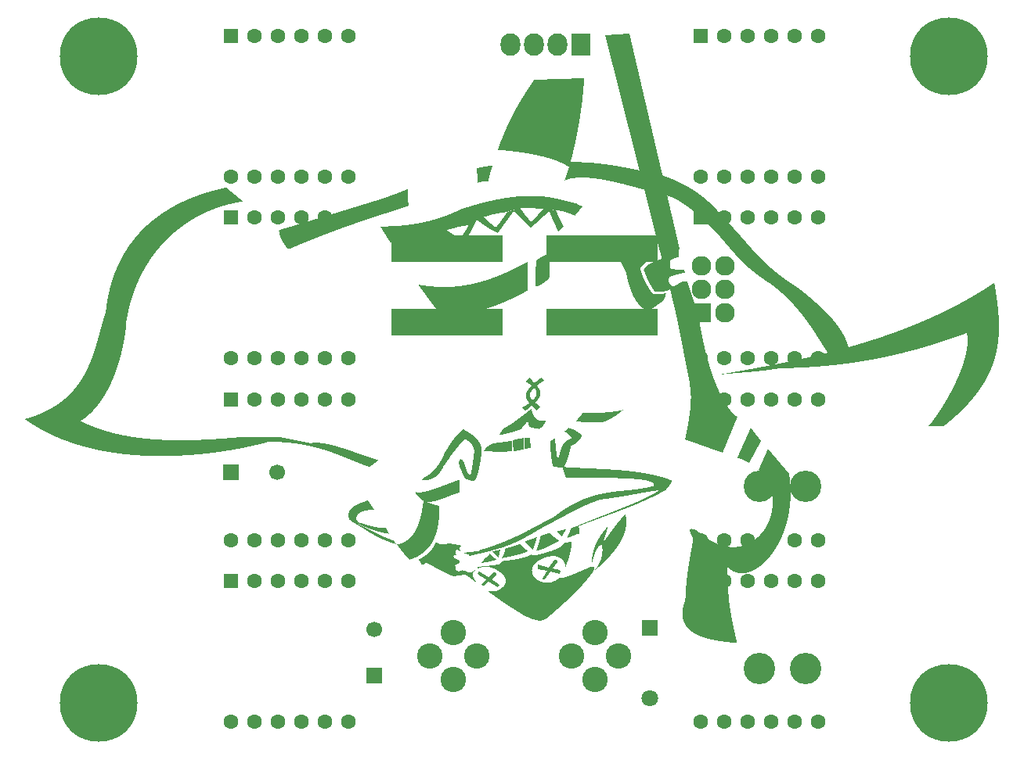
<source format=gbr>
From b95c2baaf201b6a02ad680e535bd557321b3087b Mon Sep 17 00:00:00 2001
From: jaseg <git@jaseg.de>
Date: Mon, 24 Jan 2022 14:23:45 +0100
Subject: Add new test files

---
 .../resources/kicad-older/chibi_2024-B.Mask.gbr    | 67459 +++++++++++++++++++
 1 file changed, 67459 insertions(+)
 create mode 100644 gerbonara/gerber/tests/resources/kicad-older/chibi_2024-B.Mask.gbr

(limited to 'gerbonara/gerber/tests/resources/kicad-older/chibi_2024-B.Mask.gbr')

diff --git a/gerbonara/gerber/tests/resources/kicad-older/chibi_2024-B.Mask.gbr b/gerbonara/gerber/tests/resources/kicad-older/chibi_2024-B.Mask.gbr
new file mode 100644
index 0000000..6f42e37
--- /dev/null
+++ b/gerbonara/gerber/tests/resources/kicad-older/chibi_2024-B.Mask.gbr
@@ -0,0 +1,67459 @@
+G04 #@! TF.FileFunction,Soldermask,Bot*
+%FSLAX46Y46*%
+G04 Gerber Fmt 4.6, Leading zero omitted, Abs format (unit mm)*
+G04 Created by KiCad (PCBNEW 4.0.6) date Mon Sep 18 11:29:53 2017*
+%MOMM*%
+%LPD*%
+G01*
+G04 APERTURE LIST*
+%ADD10C,0.100000*%
+%ADD11R,1.600000X1.600000*%
+%ADD12C,1.600000*%
+%ADD13C,8.400000*%
+%ADD14C,2.749500*%
+%ADD15R,2.127200X2.432000*%
+%ADD16O,2.127200X2.432000*%
+%ADD17R,1.700000X1.700000*%
+%ADD18C,1.700000*%
+%ADD19R,1.797000X1.797000*%
+%ADD20C,1.797000*%
+%ADD21C,3.400000*%
+%ADD22R,1.000000X2.900000*%
+%ADD23R,2.127200X2.127200*%
+%ADD24O,2.127200X2.127200*%
+G04 APERTURE END LIST*
+D10*
+G36*
+X94345341Y-102829713D02*
+X94355061Y-102820112D01*
+X94364803Y-102810538D01*
+X94374564Y-102800986D01*
+X94384341Y-102791452D01*
+X94394130Y-102781933D01*
+X94403929Y-102772425D01*
+X94413733Y-102762923D01*
+X94423541Y-102753424D01*
+X94433348Y-102743924D01*
+X94443152Y-102734419D01*
+X94452948Y-102724906D01*
+X94462735Y-102715379D01*
+X94472508Y-102705837D01*
+X94482265Y-102696273D01*
+X94492002Y-102686685D01*
+X94501716Y-102677069D01*
+X94511404Y-102667421D01*
+X94521063Y-102657736D01*
+X94530689Y-102648012D01*
+X94540278Y-102638244D01*
+X94549829Y-102628428D01*
+X94559338Y-102618560D01*
+X94568801Y-102608637D01*
+X94578215Y-102598655D01*
+X94587577Y-102588609D01*
+X94596883Y-102578495D01*
+X94606132Y-102568311D01*
+X94615318Y-102558052D01*
+X94624440Y-102547714D01*
+X94633494Y-102537293D01*
+X94642476Y-102526785D01*
+X94651383Y-102516187D01*
+X94660213Y-102505494D01*
+X94668961Y-102494703D01*
+X94677626Y-102483809D01*
+X94686202Y-102472810D01*
+X94694688Y-102461700D01*
+X94703080Y-102450477D01*
+X94714537Y-102424766D01*
+X94726038Y-102401336D01*
+X94737540Y-102380083D01*
+X94749001Y-102360902D01*
+X94760375Y-102343687D01*
+X94771619Y-102328334D01*
+X94782690Y-102314739D01*
+X94793545Y-102302796D01*
+X94804139Y-102292400D01*
+X94814428Y-102283446D01*
+X94824370Y-102275831D01*
+X94833921Y-102269448D01*
+X94843037Y-102264193D01*
+X94851674Y-102259961D01*
+X94859789Y-102256647D01*
+X94867338Y-102254146D01*
+X94874277Y-102252354D01*
+X94880564Y-102251166D01*
+X94886154Y-102250476D01*
+X94891003Y-102250180D01*
+X94895069Y-102250173D01*
+X94898307Y-102250350D01*
+X94900674Y-102250606D01*
+X94902126Y-102250837D01*
+X94902620Y-102250937D01*
+X94922395Y-102236187D01*
+X94941215Y-102221985D01*
+X94959118Y-102208310D01*
+X94976140Y-102195141D01*
+X94992317Y-102182456D01*
+X95007687Y-102170236D01*
+X95022285Y-102158458D01*
+X95036150Y-102147102D01*
+X95049316Y-102136146D01*
+X95061822Y-102125571D01*
+X95073703Y-102115353D01*
+X95084996Y-102105473D01*
+X95095739Y-102095910D01*
+X95105966Y-102086642D01*
+X95115716Y-102077648D01*
+X95125025Y-102068907D01*
+X95133930Y-102060399D01*
+X95142467Y-102052102D01*
+X95150672Y-102043995D01*
+X95158583Y-102036056D01*
+X95166236Y-102028266D01*
+X95173669Y-102020603D01*
+X95180916Y-102013045D01*
+X95188016Y-102005573D01*
+X95195004Y-101998164D01*
+X95201918Y-101990798D01*
+X95208795Y-101983453D01*
+X95215670Y-101976109D01*
+X95222580Y-101968744D01*
+X95229563Y-101961338D01*
+X95236654Y-101953870D01*
+X95243891Y-101946317D01*
+X95251309Y-101938660D01*
+X95258947Y-101930877D01*
+X95266840Y-101922948D01*
+X95275025Y-101914850D01*
+X95283539Y-101906564D01*
+X95292418Y-101898067D01*
+X95301699Y-101889340D01*
+X95297996Y-101875505D01*
+X95293938Y-101862397D01*
+X95289562Y-101849936D01*
+X95284906Y-101838041D01*
+X95280007Y-101826634D01*
+X95274901Y-101815633D01*
+X95269625Y-101804958D01*
+X95264217Y-101794530D01*
+X95273716Y-101803116D01*
+X95283204Y-101811697D01*
+X95292682Y-101820274D01*
+X95302153Y-101828849D01*
+X95311618Y-101837422D01*
+X95321079Y-101845994D01*
+X95330539Y-101854566D01*
+X95339999Y-101863139D01*
+X95349462Y-101871713D01*
+X95358930Y-101880289D01*
+X95368403Y-101888868D01*
+X95377885Y-101897452D01*
+X95387378Y-101906040D01*
+X95396883Y-101914633D01*
+X95406402Y-101923233D01*
+X95415938Y-101931840D01*
+X95425492Y-101940455D01*
+X95435066Y-101949078D01*
+X95444663Y-101957712D01*
+X95454284Y-101966355D01*
+X95463931Y-101975010D01*
+X95473607Y-101983677D01*
+X95483313Y-101992357D01*
+X95493052Y-102001051D01*
+X95502825Y-102009759D01*
+X95512634Y-102018483D01*
+X95522481Y-102027222D01*
+X95532369Y-102035979D01*
+X95542299Y-102044753D01*
+X95552273Y-102053546D01*
+X95562294Y-102062359D01*
+X95572362Y-102071191D01*
+X95582481Y-102080045D01*
+X95592653Y-102088921D01*
+X95602878Y-102097819D01*
+X95613160Y-102106741D01*
+X95623500Y-102115687D01*
+X95633900Y-102124658D01*
+X95644363Y-102133655D01*
+X95654889Y-102142679D01*
+X95665482Y-102151731D01*
+X95676143Y-102160811D01*
+X95686875Y-102169920D01*
+X95697678Y-102179059D01*
+X95708556Y-102188229D01*
+X95719509Y-102197431D01*
+X95730541Y-102206665D01*
+X95741654Y-102215933D01*
+X95752848Y-102225235D01*
+X95764126Y-102234572D01*
+X95775491Y-102243944D01*
+X95786943Y-102253353D01*
+X95798486Y-102262800D01*
+X95810121Y-102272284D01*
+X95821850Y-102281808D01*
+X95833675Y-102291372D01*
+X95845598Y-102300976D01*
+X95857621Y-102310622D01*
+X95869747Y-102320310D01*
+X95881976Y-102330041D01*
+X95894311Y-102339816D01*
+X95906755Y-102349636D01*
+X95919308Y-102359501D01*
+X95931974Y-102369413D01*
+X95944753Y-102379372D01*
+X95957649Y-102389380D01*
+X95970663Y-102399435D01*
+X95983796Y-102409541D01*
+X95997052Y-102419697D01*
+X96010432Y-102429905D01*
+X96023937Y-102440164D01*
+X96037571Y-102450477D01*
+X96026683Y-102454977D01*
+X96015733Y-102459444D01*
+X96004722Y-102463878D01*
+X95993649Y-102468279D01*
+X95982515Y-102472648D01*
+X95971321Y-102476985D01*
+X95960068Y-102481289D01*
+X95948754Y-102485562D01*
+X95937381Y-102489804D01*
+X95925950Y-102494014D01*
+X95914460Y-102498193D01*
+X95902913Y-102502341D01*
+X95891308Y-102506459D01*
+X95879646Y-102510547D01*
+X95867928Y-102514604D01*
+X95856153Y-102518632D01*
+X95844322Y-102522630D01*
+X95832437Y-102526599D01*
+X95820496Y-102530538D01*
+X95808501Y-102534449D01*
+X95796452Y-102538331D01*
+X95784349Y-102542184D01*
+X95772193Y-102546010D01*
+X95759984Y-102549808D01*
+X95747723Y-102553578D01*
+X95735410Y-102557320D01*
+X95723045Y-102561035D01*
+X95710630Y-102564724D01*
+X95698164Y-102568385D01*
+X95685647Y-102572021D01*
+X95673081Y-102575629D01*
+X95660465Y-102579212D01*
+X95647800Y-102582770D01*
+X95635087Y-102586301D01*
+X95622326Y-102589808D01*
+X95609517Y-102593289D01*
+X95596660Y-102596745D01*
+X95583757Y-102600177D01*
+X95570808Y-102603585D01*
+X95557812Y-102606969D01*
+X95544771Y-102610328D01*
+X95531685Y-102613664D01*
+X95518554Y-102616977D01*
+X95505378Y-102620267D01*
+X95492159Y-102623534D01*
+X95478896Y-102626778D01*
+X95465591Y-102629999D01*
+X95452243Y-102633199D01*
+X95438852Y-102636376D01*
+X95425420Y-102639532D01*
+X95411946Y-102642667D01*
+X95398432Y-102645780D01*
+X95384877Y-102648872D01*
+X95371282Y-102651944D01*
+X95357647Y-102654995D01*
+X95343973Y-102658026D01*
+X95330261Y-102661037D01*
+X95316510Y-102664028D01*
+X95302721Y-102666999D01*
+X95288894Y-102669951D01*
+X95275030Y-102672884D01*
+X95261130Y-102675799D01*
+X95247194Y-102678694D01*
+X95233221Y-102681572D01*
+X95219213Y-102684431D01*
+X95205171Y-102687273D01*
+X95191093Y-102690096D01*
+X95176982Y-102692903D01*
+X95162837Y-102695692D01*
+X95148658Y-102698465D01*
+X95134447Y-102701220D01*
+X95120203Y-102703960D01*
+X95105928Y-102706683D01*
+X95091620Y-102709390D01*
+X95077282Y-102712081D01*
+X95062913Y-102714757D01*
+X95048513Y-102717418D01*
+X95034084Y-102720064D01*
+X95019625Y-102722695D01*
+X95005137Y-102725312D01*
+X94990620Y-102727914D01*
+X94976075Y-102730502D01*
+X94961503Y-102733077D01*
+X94946903Y-102735638D01*
+X94932276Y-102738185D01*
+X94917623Y-102740720D01*
+X94902943Y-102743242D01*
+X94888238Y-102745751D01*
+X94873508Y-102748248D01*
+X94858753Y-102750732D01*
+X94843973Y-102753205D01*
+X94829169Y-102755666D01*
+X94814342Y-102758116D01*
+X94799492Y-102760555D01*
+X94784619Y-102762982D01*
+X94769724Y-102765399D01*
+X94754807Y-102767806D01*
+X94739869Y-102770202D01*
+X94724910Y-102772589D01*
+X94709930Y-102774965D01*
+X94694930Y-102777333D01*
+X94679910Y-102779690D01*
+X94664871Y-102782039D01*
+X94649813Y-102784380D01*
+X94634736Y-102786711D01*
+X94619642Y-102789035D01*
+X94604530Y-102791350D01*
+X94589400Y-102793658D01*
+X94574254Y-102795958D01*
+X94559092Y-102798250D01*
+X94543914Y-102800536D01*
+X94528720Y-102802815D01*
+X94513511Y-102805087D01*
+X94498288Y-102807353D01*
+X94483050Y-102809612D01*
+X94467798Y-102811866D01*
+X94452534Y-102814114D01*
+X94437256Y-102816357D01*
+X94421966Y-102818594D01*
+X94406663Y-102820827D01*
+X94391349Y-102823055D01*
+X94376024Y-102825278D01*
+X94360687Y-102827498D01*
+X94345341Y-102829713D01*
+X94345341Y-102829713D01*
+G37*
+G36*
+X121759482Y-111487650D02*
+X121748367Y-111486817D01*
+X121736977Y-111485893D01*
+X121725309Y-111484880D01*
+X121713359Y-111483780D01*
+X121701126Y-111482594D01*
+X121688605Y-111481325D01*
+X121675795Y-111479973D01*
+X121662693Y-111478541D01*
+X121649296Y-111477029D01*
+X121635601Y-111475441D01*
+X121621606Y-111473777D01*
+X121607307Y-111472039D01*
+X121592702Y-111470229D01*
+X121577789Y-111468349D01*
+X121562564Y-111466400D01*
+X121547024Y-111464383D01*
+X121531168Y-111462301D01*
+X121514991Y-111460156D01*
+X121498492Y-111457948D01*
+X121481668Y-111455680D01*
+X121476017Y-111454728D01*
+X121470331Y-111453777D01*
+X121464610Y-111452826D01*
+X121458855Y-111451877D01*
+X121453065Y-111450927D01*
+X121447241Y-111449978D01*
+X121441383Y-111449030D01*
+X121435491Y-111448082D01*
+X121429565Y-111447134D01*
+X121423605Y-111446187D01*
+X121417611Y-111445240D01*
+X121411584Y-111444293D01*
+X121405524Y-111443346D01*
+X121399430Y-111442400D01*
+X121393303Y-111441453D01*
+X121387144Y-111440507D01*
+X121380951Y-111439560D01*
+X121374725Y-111438613D01*
+X121368467Y-111437667D01*
+X121362176Y-111436719D01*
+X121355853Y-111435772D01*
+X121349498Y-111434825D01*
+X121343110Y-111433877D01*
+X121336691Y-111432928D01*
+X121330239Y-111431979D01*
+X121323756Y-111431030D01*
+X121317241Y-111430080D01*
+X121310695Y-111429130D01*
+X121304117Y-111428179D01*
+X121297508Y-111427227D01*
+X121290868Y-111426275D01*
+X121284196Y-111425321D01*
+X121277494Y-111424367D01*
+X121270761Y-111423412D01*
+X121263998Y-111422456D01*
+X121257204Y-111421499D01*
+X121250379Y-111420541D01*
+X121243524Y-111419582D01*
+X121236640Y-111418622D01*
+X121229725Y-111417661D01*
+X121222780Y-111416698D01*
+X121215805Y-111415734D01*
+X121208801Y-111414769D01*
+X121201768Y-111413802D01*
+X121194704Y-111412834D01*
+X121187612Y-111411865D01*
+X121180491Y-111410893D01*
+X121173340Y-111409921D01*
+X121166161Y-111408946D01*
+X121158953Y-111407970D01*
+X121151716Y-111406993D01*
+X121144450Y-111406013D01*
+X121137157Y-111405032D01*
+X121129835Y-111404049D01*
+X121122485Y-111403063D01*
+X121115107Y-111402076D01*
+X121107701Y-111401087D01*
+X121100267Y-111400096D01*
+X121092806Y-111399103D01*
+X121085317Y-111398107D01*
+X121077801Y-111397109D01*
+X121070257Y-111396109D01*
+X121062687Y-111395107D01*
+X121055089Y-111394102D01*
+X121047464Y-111393095D01*
+X121039813Y-111392085D01*
+X121032135Y-111391073D01*
+X121024431Y-111390058D01*
+X121016700Y-111389041D01*
+X121008943Y-111388021D01*
+X121001160Y-111386998D01*
+X120993351Y-111385972D01*
+X120985516Y-111384944D01*
+X120977655Y-111383913D01*
+X120969769Y-111382878D01*
+X120961857Y-111381841D01*
+X120953920Y-111380801D01*
+X120945957Y-111379758D01*
+X120937969Y-111378711D01*
+X120929957Y-111377662D01*
+X120921919Y-111376609D01*
+X120913857Y-111375553D01*
+X120905770Y-111374494D01*
+X120897659Y-111373431D01*
+X120889523Y-111372365D01*
+X120881363Y-111371295D01*
+X120873179Y-111370222D01*
+X120864971Y-111369145D01*
+X120856739Y-111368065D01*
+X120848483Y-111366981D01*
+X120840204Y-111365893D01*
+X120831901Y-111364802D01*
+X120823575Y-111363707D01*
+X120815226Y-111362607D01*
+X120806853Y-111361504D01*
+X120798458Y-111360397D01*
+X120790039Y-111359286D01*
+X120781598Y-111358171D01*
+X120773135Y-111357052D01*
+X120764648Y-111355929D01*
+X120756140Y-111354801D01*
+X120747609Y-111353669D01*
+X120739056Y-111352533D01*
+X120730481Y-111351393D01*
+X120721885Y-111350248D01*
+X120713266Y-111349098D01*
+X120704626Y-111347944D01*
+X120695964Y-111346786D01*
+X120687281Y-111345623D01*
+X120678577Y-111344455D01*
+X120669852Y-111343283D01*
+X120661106Y-111342106D01*
+X120652339Y-111340924D01*
+X120643551Y-111339737D01*
+X120634742Y-111338545D01*
+X120625914Y-111337348D01*
+X120617064Y-111336147D01*
+X120608195Y-111334940D01*
+X120599305Y-111333728D01*
+X120590396Y-111332511D01*
+X120581466Y-111331289D01*
+X120572517Y-111330061D01*
+X120563548Y-111328829D01*
+X120554560Y-111327590D01*
+X120545552Y-111326347D01*
+X120536526Y-111325098D01*
+X120527480Y-111323844D01*
+X120518415Y-111322584D01*
+X120509331Y-111321318D01*
+X120500229Y-111320047D01*
+X120491108Y-111318770D01*
+X120481968Y-111317487D01*
+X120472810Y-111316198D01*
+X120463634Y-111314904D01*
+X120454440Y-111313604D01*
+X120445228Y-111312298D01*
+X120435998Y-111310985D01*
+X120426750Y-111309667D01*
+X120417485Y-111308343D01*
+X120408202Y-111307012D01*
+X120398902Y-111305676D01*
+X120389585Y-111304333D01*
+X120380250Y-111302984D01*
+X120370899Y-111301628D01*
+X120361531Y-111300266D01*
+X120352146Y-111298898D01*
+X120342744Y-111297523D01*
+X120333326Y-111296142D01*
+X120323892Y-111294754D01*
+X120314442Y-111293359D01*
+X120304975Y-111291958D01*
+X120295492Y-111290549D01*
+X120285994Y-111289135D01*
+X120276480Y-111287713D01*
+X120266950Y-111286284D01*
+X120257405Y-111284849D01*
+X120247845Y-111283406D01*
+X120238269Y-111281957D01*
+X120228678Y-111280500D01*
+X120219072Y-111279036D01*
+X120209452Y-111277565D01*
+X120199817Y-111276087D01*
+X120190167Y-111274602D01*
+X120180502Y-111273109D01*
+X120170824Y-111271609D01*
+X120161131Y-111270101D01*
+X120151424Y-111268586D01*
+X120141703Y-111267063D01*
+X120131968Y-111265533D01*
+X120122220Y-111263995D01*
+X120112458Y-111262450D01*
+X120102683Y-111260897D01*
+X120092894Y-111259336D01*
+X120083092Y-111257767D01*
+X120073277Y-111256190D01*
+X120063449Y-111254605D01*
+X120053608Y-111253013D01*
+X120043754Y-111251412D01*
+X120033888Y-111249803D01*
+X120024010Y-111248186D01*
+X120014119Y-111246561D01*
+X120004216Y-111244928D01*
+X119994301Y-111243286D01*
+X119984374Y-111241637D01*
+X119974435Y-111239978D01*
+X119964484Y-111238312D01*
+X119954522Y-111236636D01*
+X119944549Y-111234953D01*
+X119934564Y-111233260D01*
+X119924568Y-111231560D01*
+X119914560Y-111229850D01*
+X119904542Y-111228132D01*
+X119894513Y-111226405D01*
+X119884474Y-111224669D01*
+X119874424Y-111222924D01*
+X119864363Y-111221171D01*
+X119854292Y-111219408D01*
+X119844211Y-111217636D01*
+X119834120Y-111215856D01*
+X119824019Y-111214066D01*
+X119813908Y-111212267D01*
+X119803787Y-111210459D01*
+X119793657Y-111208641D01*
+X119783517Y-111206814D01*
+X119773368Y-111204978D01*
+X119763210Y-111203133D01*
+X119753043Y-111201278D01*
+X119742867Y-111199413D01*
+X119732682Y-111197539D01*
+X119722488Y-111195655D01*
+X119712286Y-111193762D01*
+X119702076Y-111191859D01*
+X119691857Y-111189946D01*
+X119681630Y-111188023D01*
+X119671394Y-111186091D01*
+X119661151Y-111184148D01*
+X119650901Y-111182196D01*
+X119640642Y-111180233D01*
+X119630376Y-111178261D01*
+X119620102Y-111176278D01*
+X119609822Y-111174285D01*
+X119599534Y-111172282D01*
+X119589238Y-111170269D01*
+X119578936Y-111168246D01*
+X119568628Y-111166212D01*
+X119558312Y-111164168D01*
+X119547990Y-111162113D01*
+X119537662Y-111160048D01*
+X119527327Y-111157972D01*
+X119516986Y-111155885D01*
+X119506639Y-111153788D01*
+X119496286Y-111151680D01*
+X119485928Y-111149562D01*
+X119475563Y-111147433D01*
+X119465193Y-111145292D01*
+X119454818Y-111143141D01*
+X119444438Y-111140979D01*
+X119434052Y-111138806D01*
+X119423661Y-111136622D01*
+X119413265Y-111134427D01*
+X119402865Y-111132221D01*
+X119392460Y-111130003D01*
+X119382050Y-111127774D01*
+X119371636Y-111125534D01*
+X119361217Y-111123283D01*
+X119350795Y-111121020D01*
+X119340368Y-111118746D01*
+X119329937Y-111116460D01*
+X119319503Y-111114163D01*
+X119309065Y-111111854D01*
+X119298624Y-111109533D01*
+X119288179Y-111107201D01*
+X119277730Y-111104857D01*
+X119267279Y-111102501D01*
+X119256825Y-111100134D01*
+X119246367Y-111097754D01*
+X119235907Y-111095363D01*
+X119225444Y-111092959D01*
+X119214979Y-111090544D01*
+X119204511Y-111088116D01*
+X119194041Y-111085676D01*
+X119183569Y-111083224D01*
+X119173095Y-111080760D01*
+X119162619Y-111078284D01*
+X119152141Y-111075795D01*
+X119141661Y-111073294D01*
+X119131180Y-111070780D01*
+X119120698Y-111068254D01*
+X119110214Y-111065715D01*
+X119099729Y-111063164D01*
+X119089243Y-111060600D01*
+X119078756Y-111058023D01*
+X119068269Y-111055434D01*
+X119057780Y-111052832D01*
+X119047292Y-111050217D01*
+X119036802Y-111047589D01*
+X119026313Y-111044949D01*
+X119015823Y-111042295D01*
+X119005334Y-111039628D01*
+X118994844Y-111036948D01*
+X118984355Y-111034255D01*
+X118973866Y-111031549D01*
+X118963377Y-111028830D01*
+X118952889Y-111026097D01*
+X118942402Y-111023351D01*
+X118931916Y-111020592D01*
+X118921431Y-111017819D01*
+X118910946Y-111015033D01*
+X118900463Y-111012233D01*
+X118889982Y-111009419D01*
+X118879502Y-111006592D01*
+X118869023Y-111003752D01*
+X118858546Y-111000897D01*
+X118848071Y-110998029D01*
+X118837598Y-110995147D01*
+X118827127Y-110992251D01*
+X118816659Y-110989341D01*
+X118806193Y-110986417D01*
+X118795729Y-110983479D01*
+X118785268Y-110980528D01*
+X118774809Y-110977562D01*
+X118764354Y-110974581D01*
+X118753901Y-110971587D01*
+X118743452Y-110968578D01*
+X118733005Y-110965555D01*
+X118722563Y-110962518D01*
+X118712123Y-110959466D01*
+X118701687Y-110956400D01*
+X118691255Y-110953319D01*
+X118680827Y-110950223D01*
+X118670403Y-110947113D01*
+X118659983Y-110943989D01*
+X118649567Y-110940849D01*
+X118639156Y-110937695D01*
+X118628749Y-110934526D01*
+X118618347Y-110931342D01*
+X118607949Y-110928144D01*
+X118597556Y-110924930D01*
+X118587169Y-110921701D01*
+X118576786Y-110918457D01*
+X118566409Y-110915198D01*
+X118556037Y-110911924D01*
+X118545670Y-110908635D01*
+X118535309Y-110905330D01*
+X118524954Y-110902011D01*
+X118514605Y-110898675D01*
+X118504262Y-110895325D01*
+X118493925Y-110891959D01*
+X118483594Y-110888577D01*
+X118473270Y-110885180D01*
+X118462952Y-110881767D01*
+X118452640Y-110878338D01*
+X118442336Y-110874894D01*
+X118432038Y-110871434D01*
+X118421747Y-110867959D01*
+X118411464Y-110864467D01*
+X118401187Y-110860959D01*
+X118390918Y-110857436D01*
+X118380657Y-110853897D01*
+X118370403Y-110850341D01*
+X118360157Y-110846769D01*
+X118349919Y-110843182D01*
+X118339689Y-110839578D01*
+X118329467Y-110835957D01*
+X118319253Y-110832321D01*
+X118309048Y-110828668D01*
+X118298851Y-110824999D01*
+X118288662Y-110821313D01*
+X118278483Y-110817611D01*
+X118268312Y-110813892D01*
+X118258151Y-110810156D01*
+X118247998Y-110806404D01*
+X118237855Y-110802635D01*
+X118227721Y-110798850D01*
+X118217597Y-110795048D01*
+X118207482Y-110791228D01*
+X118197378Y-110787392D01*
+X118187283Y-110783539D01*
+X118177198Y-110779669D01*
+X118167123Y-110775782D01*
+X118157058Y-110771878D01*
+X118147004Y-110767957D01*
+X118136960Y-110764018D01*
+X118126927Y-110760062D01*
+X118116905Y-110756089D01*
+X118106894Y-110752099D01*
+X118096893Y-110748091D01*
+X118086904Y-110744066D01*
+X118076926Y-110740023D01*
+X118066960Y-110735963D01*
+X118057005Y-110731885D01*
+X118047061Y-110727789D01*
+X118037130Y-110723676D01*
+X118027210Y-110719545D01*
+X118017302Y-110715397D01*
+X118007407Y-110711230D01*
+X117997524Y-110707045D01*
+X117987653Y-110702843D01*
+X117977794Y-110698623D01*
+X117967949Y-110694384D01*
+X117958116Y-110690128D01*
+X117948296Y-110685853D01*
+X117938489Y-110681560D01*
+X117928695Y-110677249D01*
+X117918915Y-110672920D01*
+X117909147Y-110668572D01*
+X117899394Y-110664206D01*
+X117889654Y-110659821D01*
+X117879928Y-110655418D01*
+X117870216Y-110650997D01*
+X117860517Y-110646557D01*
+X117850833Y-110642098D01*
+X117841163Y-110637620D01*
+X117831508Y-110633124D01*
+X117821867Y-110628609D01*
+X117812241Y-110624075D01*
+X117802630Y-110619523D01*
+X117793033Y-110614951D01*
+X117783452Y-110610360D01*
+X117773885Y-110605751D01*
+X117764334Y-110601122D01*
+X117754799Y-110596474D01*
+X117745279Y-110591807D01*
+X117735774Y-110587121D01*
+X117726286Y-110582415D01*
+X117716813Y-110577690D01*
+X117707356Y-110572946D01*
+X117697916Y-110568183D01*
+X117688491Y-110563399D01*
+X117679084Y-110558597D01*
+X117669692Y-110553774D01*
+X117660318Y-110548933D01*
+X117650960Y-110544071D01*
+X117641619Y-110539190D01*
+X117632295Y-110534289D01*
+X117622989Y-110529368D01*
+X117613699Y-110524427D01*
+X117604427Y-110519466D01*
+X117595173Y-110514486D01*
+X117585936Y-110509485D01*
+X117576717Y-110504464D01*
+X117567516Y-110499424D01*
+X117558333Y-110494362D01*
+X117549168Y-110489281D01*
+X117540022Y-110484180D01*
+X117530894Y-110479058D01*
+X117521784Y-110473916D01*
+X117512693Y-110468753D01*
+X117503621Y-110463570D01*
+X117494568Y-110458366D01*
+X117485534Y-110453142D01*
+X117476519Y-110447897D01*
+X117467523Y-110442632D01*
+X117458547Y-110437346D01*
+X117449591Y-110432039D01*
+X117440654Y-110426711D01*
+X117431737Y-110421362D01*
+X117422839Y-110415993D01*
+X117413962Y-110410602D01*
+X117405105Y-110405191D01*
+X117396268Y-110399758D01*
+X117387452Y-110394305D01*
+X117378657Y-110388830D01*
+X117369882Y-110383334D01*
+X117361127Y-110377816D01*
+X117352394Y-110372278D01*
+X117343682Y-110366718D01*
+X117334991Y-110361136D01*
+X117326321Y-110355534D01*
+X117317673Y-110349909D01*
+X117309046Y-110344263D01*
+X117300441Y-110338596D01*
+X117291858Y-110332907D01*
+X117283296Y-110327196D01*
+X117274757Y-110321463D01*
+X117266240Y-110315709D01*
+X117257745Y-110309932D01*
+X117249273Y-110304134D01*
+X117240823Y-110298314D01*
+X117232396Y-110292472D01*
+X117223992Y-110286607D01*
+X117215611Y-110280721D01*
+X117207253Y-110274813D01*
+X117198918Y-110268882D01*
+X117190606Y-110262929D01*
+X117182318Y-110256954D01*
+X117174053Y-110250956D01*
+X117165812Y-110244936D01*
+X117157595Y-110238894D01*
+X117149401Y-110232829D01*
+X117141232Y-110226741D01*
+X117133087Y-110220631D01*
+X117124967Y-110214498D01*
+X117116870Y-110208343D01*
+X117108799Y-110202165D01*
+X117100752Y-110195964D01*
+X117092730Y-110189740D01*
+X117084733Y-110183493D01*
+X117076760Y-110177223D01*
+X117068814Y-110170931D01*
+X117060892Y-110164615D01*
+X117052996Y-110158276D01*
+X117045125Y-110151914D01*
+X117037281Y-110145529D01*
+X117029461Y-110139121D01*
+X117021668Y-110132689D01*
+X117013901Y-110126234D01*
+X117006161Y-110119755D01*
+X116998446Y-110113254D01*
+X116990758Y-110106728D01*
+X116983097Y-110100179D01*
+X116975462Y-110093607D01*
+X116967854Y-110087011D01*
+X116960273Y-110080391D01*
+X116952719Y-110073747D01*
+X116945193Y-110067080D01*
+X116937693Y-110060389D01*
+X116930222Y-110053674D01*
+X116922777Y-110046935D01*
+X116915361Y-110040172D01*
+X116907972Y-110033385D01*
+X116900611Y-110026574D01*
+X116893279Y-110019738D01*
+X116885974Y-110012879D01*
+X116878698Y-110005995D01*
+X116871450Y-109999087D01*
+X116864231Y-109992155D01*
+X116857041Y-109985198D01*
+X116849879Y-109978217D01*
+X116842747Y-109971211D01*
+X116835643Y-109964181D01*
+X116828569Y-109957127D01*
+X116821524Y-109950047D01*
+X116814509Y-109942943D01*
+X116807523Y-109935815D01*
+X116800567Y-109928661D01*
+X116793640Y-109921483D01*
+X116786744Y-109914279D01*
+X116779878Y-109907051D01*
+X116773042Y-109899798D01*
+X116766236Y-109892520D01*
+X116759461Y-109885217D01*
+X116752716Y-109877888D01*
+X116746003Y-109870535D01*
+X116739320Y-109863156D01*
+X116732667Y-109855752D01*
+X116726046Y-109848322D01*
+X116719457Y-109840868D01*
+X116712898Y-109833388D01*
+X116706371Y-109825882D01*
+X116699876Y-109818351D01*
+X116693412Y-109810794D01*
+X116686981Y-109803212D01*
+X116680581Y-109795603D01*
+X116674213Y-109787970D01*
+X116667878Y-109780310D01*
+X116661575Y-109772625D01*
+X116655304Y-109764914D01*
+X116649066Y-109757176D01*
+X116642861Y-109749413D01*
+X116636688Y-109741624D01*
+X116630549Y-109733809D01*
+X116624443Y-109725968D01*
+X116618369Y-109718100D01*
+X116612330Y-109710206D01*
+X116606323Y-109702286D01*
+X116600351Y-109694340D01*
+X116594412Y-109686367D01*
+X116588507Y-109678368D01*
+X116582636Y-109670343D01*
+X116576799Y-109662291D01*
+X116570996Y-109654212D01*
+X116565228Y-109646107D01*
+X116559494Y-109637975D01*
+X116553794Y-109629816D01*
+X116548130Y-109621631D01*
+X116542500Y-109613419D01*
+X116536905Y-109605180D01*
+X116531346Y-109596914D01*
+X116525821Y-109588621D01*
+X116520332Y-109580301D01*
+X116514879Y-109571954D01*
+X116509461Y-109563580D01*
+X116504079Y-109555179D01*
+X116498733Y-109546750D01*
+X116493422Y-109538294D01*
+X116488148Y-109529811D01*
+X116482910Y-109521301D01*
+X116477709Y-109512763D01*
+X116472544Y-109504198D01*
+X116467415Y-109495605D01*
+X116462324Y-109486985D01*
+X116457269Y-109478337D01*
+X116452251Y-109469661D01*
+X116447270Y-109460958D01*
+X116442327Y-109452227D01*
+X116437421Y-109443468D01*
+X116432552Y-109434681D01*
+X116427721Y-109425867D01*
+X116422928Y-109417024D01*
+X116418172Y-109408154D01*
+X116413455Y-109399255D01*
+X116408776Y-109390328D01*
+X116404135Y-109381374D01*
+X116399532Y-109372391D01*
+X116394968Y-109363379D01*
+X116390443Y-109354340D01*
+X116385956Y-109345272D01*
+X116381508Y-109336175D01*
+X116377099Y-109327051D01*
+X116372729Y-109317897D01*
+X116368399Y-109308715D01*
+X116364108Y-109299505D01*
+X116359856Y-109290266D01*
+X116355644Y-109280998D01*
+X116351472Y-109271702D01*
+X116347340Y-109262376D01*
+X116343248Y-109253022D01*
+X116339195Y-109243639D01*
+X116335184Y-109234227D01*
+X116331212Y-109224786D01*
+X116327281Y-109215316D01*
+X116323391Y-109205817D01*
+X116319541Y-109196289D01*
+X116315732Y-109186731D01*
+X116311965Y-109177145D01*
+X116308238Y-109167529D01*
+X116304553Y-109157883D01*
+X116300909Y-109148209D01*
+X116297306Y-109138504D01*
+X116293745Y-109128771D01*
+X116290226Y-109119008D01*
+X116286749Y-109109215D01*
+X116283314Y-109099392D01*
+X116279921Y-109089540D01*
+X116276571Y-109079658D01*
+X116273262Y-109069747D01*
+X116269996Y-109059805D01*
+X116266773Y-109049834D01*
+X116263593Y-109039833D01*
+X116260455Y-109029801D01*
+X116257361Y-109019740D01*
+X116254310Y-109009649D01*
+X116251301Y-108999527D01*
+X116248337Y-108989376D01*
+X116245416Y-108979194D01*
+X116242538Y-108968981D01*
+X116239704Y-108958739D01*
+X116236915Y-108948466D01*
+X116234169Y-108938163D01*
+X116231467Y-108927829D01*
+X116228810Y-108917465D01*
+X116226197Y-108907070D01*
+X116223628Y-108896644D01*
+X116221104Y-108886188D01*
+X116218625Y-108875701D01*
+X116216191Y-108865183D01*
+X116213802Y-108854635D01*
+X116211458Y-108844055D01*
+X116209160Y-108833445D01*
+X116206906Y-108822803D01*
+X116204698Y-108812131D01*
+X116202536Y-108801428D01*
+X116200420Y-108790693D01*
+X116198350Y-108779927D01*
+X116196325Y-108769130D01*
+X116194347Y-108758302D01*
+X116192415Y-108747442D01*
+X116190530Y-108736551D01*
+X116188691Y-108725629D01*
+X116186898Y-108714675D01*
+X116185153Y-108703690D01*
+X116183454Y-108692673D01*
+X116181802Y-108681624D01*
+X116180198Y-108670544D01*
+X116178641Y-108659432D01*
+X116177131Y-108648289D01*
+X116175669Y-108637113D01*
+X116174254Y-108625906D01*
+X116172887Y-108614666D01*
+X116171569Y-108603395D01*
+X116170298Y-108592092D01*
+X116169075Y-108580757D01*
+X116167901Y-108569389D01*
+X116166775Y-108557989D01*
+X116165697Y-108546558D01*
+X116164669Y-108535094D01*
+X116163689Y-108523597D01*
+X116162758Y-108512068D01*
+X116161876Y-108500507D01*
+X116161043Y-108488913D01*
+X116160259Y-108477287D01*
+X116159525Y-108465629D01*
+X116158841Y-108453937D01*
+X116158206Y-108442213D01*
+X116157621Y-108430457D01*
+X116157085Y-108418667D01*
+X116156600Y-108406845D01*
+X116156165Y-108394990D01*
+X116155781Y-108383102D01*
+X116155446Y-108371181D01*
+X116155163Y-108359227D01*
+X116154930Y-108347239D01*
+X116154747Y-108335219D01*
+X116154616Y-108323166D01*
+X116154536Y-108311079D01*
+X116154507Y-108298960D01*
+X116154529Y-108286807D01*
+X116154603Y-108274620D01*
+X116154728Y-108262400D01*
+X116154905Y-108250147D01*
+X116155133Y-108237860D01*
+X116155414Y-108225540D01*
+X116155747Y-108213186D01*
+X116156132Y-108200798D01*
+X116156569Y-108188377D01*
+X116157058Y-108175922D01*
+X116157601Y-108163433D01*
+X116158195Y-108150910D01*
+X116158843Y-108138353D01*
+X116159544Y-108125763D01*
+X116160297Y-108113138D01*
+X116161104Y-108100480D01*
+X116161964Y-108087787D01*
+X116162878Y-108075060D01*
+X116163845Y-108062299D01*
+X116164866Y-108049504D01*
+X116165940Y-108036674D01*
+X116167069Y-108023810D01*
+X116168251Y-108010912D01*
+X116169488Y-107997979D01*
+X116170779Y-107985012D01*
+X116172125Y-107972010D01*
+X116173525Y-107958973D01*
+X116174980Y-107945902D01*
+X116176489Y-107932797D01*
+X116178054Y-107919656D01*
+X116179673Y-107906481D01*
+X116181348Y-107893271D01*
+X116183078Y-107880026D01*
+X116184864Y-107866746D01*
+X116186705Y-107853431D01*
+X116188602Y-107840081D01*
+X116190554Y-107826696D01*
+X116192563Y-107813275D01*
+X116194628Y-107799820D01*
+X116196749Y-107786329D01*
+X116198926Y-107772803D01*
+X116201159Y-107759242D01*
+X116203450Y-107745645D01*
+X116205796Y-107732013D01*
+X116208200Y-107718346D01*
+X116210661Y-107704643D01*
+X116213179Y-107690904D01*
+X116215754Y-107677130D01*
+X116218386Y-107663320D01*
+X116221076Y-107649474D01*
+X116223823Y-107635592D01*
+X116226628Y-107621675D01*
+X116229491Y-107607722D01*
+X116232411Y-107593732D01*
+X116235390Y-107579707D01*
+X116238427Y-107565646D01*
+X116241523Y-107551549D01*
+X116244676Y-107537415D01*
+X116247889Y-107523246D01*
+X116251160Y-107509040D01*
+X116254490Y-107494798D01*
+X116257879Y-107480519D01*
+X116261327Y-107466205D01*
+X116264834Y-107451853D01*
+X116268401Y-107437466D01*
+X116272027Y-107423042D01*
+X116275712Y-107408581D01*
+X116279457Y-107394083D01*
+X116283262Y-107379549D01*
+X116287128Y-107364978D01*
+X116291053Y-107350371D01*
+X116295038Y-107335726D01*
+X116299084Y-107321045D01*
+X116303190Y-107306327D01*
+X116307357Y-107291572D01*
+X116311584Y-107276779D01*
+X116315872Y-107261950D01*
+X116320222Y-107247084D01*
+X116324632Y-107232180D01*
+X116329104Y-107217239D01*
+X116333637Y-107202261D01*
+X116338231Y-107187246D01*
+X116342887Y-107172193D01*
+X116347605Y-107157103D01*
+X116352384Y-107141975D01*
+X116357226Y-107126810D01*
+X116362129Y-107111607D01*
+X116367095Y-107096367D01*
+X116372123Y-107081089D01*
+X116377214Y-107065773D01*
+X116382367Y-107050420D01*
+X116387583Y-107035028D01*
+X116392862Y-107019599D01*
+X116398204Y-107004132D01*
+X116403608Y-106988627D01*
+X116409076Y-106973084D01*
+X116414608Y-106957503D01*
+X116420203Y-106941883D01*
+X116425861Y-106926226D01*
+X116431583Y-106910530D01*
+X116437370Y-106894796D01*
+X116443220Y-106879024D01*
+X116449134Y-106863214D01*
+X116455112Y-106847365D01*
+X116461155Y-106831477D01*
+X116467262Y-106815551D01*
+X116468044Y-106795714D01*
+X116468834Y-106775923D01*
+X116469631Y-106756178D01*
+X116470436Y-106736480D01*
+X116471249Y-106716827D01*
+X116472069Y-106697221D01*
+X116472897Y-106677660D01*
+X116473733Y-106658145D01*
+X116474576Y-106638675D01*
+X116475426Y-106619251D01*
+X116476285Y-106599872D01*
+X116477151Y-106580538D01*
+X116478024Y-106561249D01*
+X116478905Y-106542005D01*
+X116479793Y-106522806D01*
+X116480689Y-106503651D01*
+X116481592Y-106484540D01*
+X116482502Y-106465474D01*
+X116483420Y-106446452D01*
+X116484345Y-106427473D01*
+X116485278Y-106408539D01*
+X116486217Y-106389649D01*
+X116487164Y-106370802D01*
+X116488119Y-106351998D01*
+X116489080Y-106333238D01*
+X116490049Y-106314521D01*
+X116491025Y-106295847D01*
+X116492008Y-106277216D01*
+X116492998Y-106258628D01*
+X116493995Y-106240082D01*
+X116495000Y-106221579D01*
+X116496011Y-106203118D01*
+X116497029Y-106184700D01*
+X116498055Y-106166323D01*
+X116499087Y-106147989D01*
+X116500127Y-106129696D01*
+X116501173Y-106111445D01*
+X116502227Y-106093236D01*
+X116503287Y-106075068D01*
+X116504354Y-106056941D01*
+X116505428Y-106038855D01*
+X116506509Y-106020811D01*
+X116507597Y-106002807D01*
+X116508691Y-105984844D01*
+X116509792Y-105966922D01*
+X116510900Y-105949040D01*
+X116512015Y-105931198D01*
+X116513136Y-105913397D01*
+X116514264Y-105895635D01*
+X116515399Y-105877914D01*
+X116516540Y-105860232D01*
+X116517688Y-105842590D01*
+X116518843Y-105824988D01*
+X116520004Y-105807425D01*
+X116521172Y-105789901D01*
+X116522346Y-105772416D01*
+X116523527Y-105754970D01*
+X116524714Y-105737564D01*
+X116525908Y-105720195D01*
+X116527108Y-105702866D01*
+X116528314Y-105685574D01*
+X116529527Y-105668321D01*
+X116530746Y-105651106D01*
+X116531972Y-105633930D01*
+X116533203Y-105616791D01*
+X116534442Y-105599689D01*
+X116535686Y-105582626D01*
+X116536937Y-105565600D01*
+X116538194Y-105548611D01*
+X116539457Y-105531659D01*
+X116540726Y-105514745D01*
+X116542001Y-105497867D01*
+X116543283Y-105481026D01*
+X116544571Y-105464222D01*
+X116545865Y-105447455D01*
+X116547164Y-105430723D01*
+X116548470Y-105414028D01*
+X116549782Y-105397370D01*
+X116551100Y-105380747D01*
+X116552424Y-105364160D01*
+X116553754Y-105347608D01*
+X116555090Y-105331092D01*
+X116556431Y-105314612D01*
+X116557779Y-105298167D01*
+X116559132Y-105281757D01*
+X116560492Y-105265382D01*
+X116561857Y-105249042D01*
+X116563228Y-105232737D01*
+X116564604Y-105216466D01*
+X116565987Y-105200230D01*
+X116567375Y-105184028D01*
+X116568769Y-105167861D01*
+X116570168Y-105151727D01*
+X116571573Y-105135627D01*
+X116572984Y-105119562D01*
+X116574400Y-105103529D01*
+X116575823Y-105087531D01*
+X116577250Y-105071566D01*
+X116578683Y-105055634D01*
+X116580122Y-105039735D01*
+X116581566Y-105023869D01*
+X116583016Y-105008036D01*
+X116584471Y-104992236D01*
+X116585931Y-104976468D01*
+X116587397Y-104960733D01*
+X116588869Y-104945030D01*
+X116590345Y-104929359D01*
+X116591827Y-104913720D01*
+X116593315Y-104898113D01*
+X116594807Y-104882538D01*
+X116596305Y-104866994D01*
+X116597808Y-104851482D01*
+X116599317Y-104836002D01*
+X116600830Y-104820552D01*
+X116602349Y-104805134D01*
+X116603873Y-104789746D01*
+X116605402Y-104774390D01*
+X116606936Y-104759064D01*
+X116608475Y-104743768D01*
+X116610020Y-104728503D01*
+X116611569Y-104713269D01*
+X116613124Y-104698064D01*
+X116614683Y-104682889D01*
+X116616247Y-104667745D01*
+X116617817Y-104652629D01*
+X116619391Y-104637544D01*
+X116620970Y-104622488D01*
+X116622554Y-104607461D01*
+X116624143Y-104592464D01*
+X116625737Y-104577495D01*
+X116627336Y-104562556D01*
+X116628939Y-104547645D01*
+X116630547Y-104532762D01*
+X116632160Y-104517909D01*
+X116633778Y-104503083D01*
+X116635400Y-104488286D01*
+X116637027Y-104473517D01*
+X116638659Y-104458776D01*
+X116640295Y-104444063D01*
+X116641936Y-104429377D01*
+X116643582Y-104414719D01*
+X116645232Y-104400088D01*
+X116646886Y-104385485D01*
+X116648546Y-104370909D01*
+X116650209Y-104356360D01*
+X116651878Y-104341837D01*
+X116653550Y-104327342D01*
+X116655227Y-104312873D01*
+X116656909Y-104298430D01*
+X116658595Y-104284014D01*
+X116660285Y-104269623D01*
+X116661979Y-104255259D01*
+X116663678Y-104240921D01*
+X116665381Y-104226609D01*
+X116667089Y-104212322D01*
+X116668801Y-104198061D01*
+X116670517Y-104183825D01*
+X116672237Y-104169614D01*
+X116673961Y-104155429D01*
+X116675689Y-104141268D01*
+X116677422Y-104127133D01*
+X116679159Y-104113021D01*
+X116680900Y-104098935D01*
+X116682645Y-104084873D01*
+X116684394Y-104070835D01*
+X116686147Y-104056821D01*
+X116687904Y-104042832D01*
+X116689665Y-104028866D01*
+X116691429Y-104014924D01*
+X116693198Y-104001005D01*
+X116694971Y-103987110D01*
+X116696748Y-103973239D01*
+X116698528Y-103959390D01*
+X116700313Y-103945565D01*
+X116702101Y-103931762D01*
+X116703893Y-103917982D01*
+X116705689Y-103904225D01*
+X116707488Y-103890491D01*
+X116709291Y-103876779D01*
+X116711098Y-103863089D01*
+X116712909Y-103849421D01*
+X116714723Y-103835775D01*
+X116716541Y-103822151D01*
+X116718363Y-103808548D01*
+X116720188Y-103794968D01*
+X116722017Y-103781408D01*
+X116723849Y-103767870D01*
+X116725685Y-103754353D01*
+X116727524Y-103740857D01*
+X116729367Y-103727382D01*
+X116731213Y-103713928D01*
+X116733063Y-103700494D01*
+X116734916Y-103687081D01*
+X116736772Y-103673688D01*
+X116738632Y-103660315D01*
+X116740495Y-103646963D01*
+X116742362Y-103633630D01*
+X116744232Y-103620317D01*
+X116746105Y-103607024D01*
+X116747981Y-103593750D01*
+X116749861Y-103580496D01*
+X116751744Y-103567261D01*
+X116753630Y-103554045D01*
+X116755519Y-103540848D01*
+X116757411Y-103527670D01*
+X116759306Y-103514510D01*
+X116761205Y-103501369D01*
+X116763106Y-103488247D01*
+X116765011Y-103475142D01*
+X116766919Y-103462056D01*
+X116768829Y-103448988D01*
+X116770743Y-103435938D01*
+X116772660Y-103422906D01*
+X116774579Y-103409891D01*
+X116776502Y-103396894D01*
+X116778427Y-103383914D01*
+X116780355Y-103370951D01*
+X116782286Y-103358006D01*
+X116784220Y-103345077D01*
+X116786157Y-103332165D01*
+X116788096Y-103319270D01*
+X116790038Y-103306391D01*
+X116791983Y-103293529D01*
+X116793931Y-103280683D01*
+X116795881Y-103267853D01*
+X116797834Y-103255039D01*
+X116799790Y-103242241D01*
+X116801748Y-103229458D01*
+X116803709Y-103216691D01*
+X116805672Y-103203940D01*
+X116807638Y-103191204D01*
+X116809607Y-103178483D01*
+X116811578Y-103165777D01*
+X116813551Y-103153086D01*
+X116815527Y-103140410D01*
+X116817506Y-103127748D01*
+X116819486Y-103115101D01*
+X116821470Y-103102468D01*
+X116823455Y-103089850D01*
+X116825443Y-103077245D01*
+X116827433Y-103064655D01*
+X116829426Y-103052078D01*
+X116831421Y-103039515D01*
+X116833418Y-103026965D01*
+X116835417Y-103014429D01*
+X116837419Y-103001906D01*
+X116839422Y-102989396D01*
+X116841428Y-102976900D01*
+X116843436Y-102964416D01*
+X116845446Y-102951945D01*
+X116847458Y-102939486D01*
+X116849473Y-102927040D01*
+X116851489Y-102914606D01*
+X116853507Y-102902184D01*
+X116855528Y-102889775D01*
+X116857550Y-102877377D01*
+X116859575Y-102864991D01*
+X116861601Y-102852617D01*
+X116863629Y-102840254D01*
+X116865659Y-102827902D01*
+X116867691Y-102815562D01*
+X116869725Y-102803233D01*
+X116871760Y-102790915D01*
+X116873798Y-102778607D01*
+X116875837Y-102766311D01*
+X116877878Y-102754024D01*
+X116879921Y-102741749D01*
+X116881965Y-102729483D01*
+X116884011Y-102717228D01*
+X116886059Y-102704982D01*
+X116888108Y-102692747D01*
+X116890159Y-102680521D01*
+X116892212Y-102668305D01*
+X116894266Y-102656098D01*
+X116896322Y-102643901D01*
+X116898379Y-102631713D01*
+X116900438Y-102619533D01*
+X116902498Y-102607363D01*
+X116904560Y-102595202D01*
+X116906623Y-102583049D01*
+X116908688Y-102570904D01*
+X116910754Y-102558768D01*
+X116912821Y-102546641D01*
+X116914890Y-102534521D01*
+X116916960Y-102522409D01*
+X116919031Y-102510305D01*
+X116921104Y-102498209D01*
+X116923177Y-102486121D01*
+X116925253Y-102474039D01*
+X116927329Y-102461965D01*
+X116929406Y-102449899D01*
+X116931485Y-102437839D01*
+X116933565Y-102425786D01*
+X116935646Y-102413740D01*
+X116937728Y-102401700D01*
+X116939811Y-102389667D01*
+X116941895Y-102377640D01*
+X116943980Y-102365620D01*
+X116946066Y-102353605D01*
+X116948154Y-102341596D01*
+X116950242Y-102329594D01*
+X116952331Y-102317596D01*
+X116954421Y-102305605D01*
+X116956512Y-102293618D01*
+X116958604Y-102281637D01*
+X116960696Y-102269661D01*
+X116962790Y-102257690D01*
+X116964884Y-102245724D01*
+X116966979Y-102233763D01*
+X116969075Y-102221806D01*
+X116971171Y-102209853D01*
+X116973268Y-102197905D01*
+X116975366Y-102185961D01*
+X116977465Y-102174021D01*
+X116979564Y-102162085D01*
+X116981664Y-102150152D01*
+X116983765Y-102138224D01*
+X116985866Y-102126298D01*
+X116987967Y-102114376D01*
+X116990069Y-102102457D01*
+X116992172Y-102090542D01*
+X116994275Y-102078629D01*
+X116996379Y-102066719D01*
+X116998483Y-102054811D01*
+X117000587Y-102042906D01*
+X117002692Y-102031004D01*
+X117004797Y-102019104D01*
+X117006903Y-102007206D01*
+X117009009Y-101995310D01*
+X117011115Y-101983415D01*
+X117013221Y-101971523D01*
+X117015328Y-101959632D01*
+X117017435Y-101947742D01*
+X117019542Y-101935854D01*
+X117021650Y-101923967D01*
+X117023757Y-101912080D01*
+X117025865Y-101900195D01*
+X117027973Y-101888311D01*
+X117030081Y-101876427D01*
+X117032188Y-101864543D01*
+X117034297Y-101852660D01*
+X117036405Y-101840777D01*
+X117038513Y-101828895D01*
+X117040621Y-101817012D01*
+X117042729Y-101805129D01*
+X117044837Y-101793245D01*
+X117046945Y-101781362D01*
+X117049053Y-101769477D01*
+X117051160Y-101757592D01*
+X117053268Y-101745706D01*
+X117055375Y-101733819D01*
+X117057482Y-101721930D01*
+X117059589Y-101710041D01*
+X117061696Y-101698150D01*
+X117063802Y-101686257D01*
+X117065908Y-101674363D01*
+X117068014Y-101662467D01*
+X117070120Y-101650569D01*
+X117072225Y-101638669D01*
+X117074330Y-101626767D01*
+X117076434Y-101614862D01*
+X117078538Y-101602955D01*
+X117080642Y-101591045D01*
+X117082745Y-101579132D01*
+X117084847Y-101567216D01*
+X117086949Y-101555298D01*
+X117089051Y-101543376D01*
+X117091152Y-101531451D01*
+X117093252Y-101519522D01*
+X117095352Y-101507590D01*
+X117097451Y-101495654D01*
+X117099550Y-101483714D01*
+X117101647Y-101471770D01*
+X117103745Y-101459822D01*
+X117105841Y-101447870D01*
+X117107937Y-101435913D01*
+X117110032Y-101423952D01*
+X117112126Y-101411986D01*
+X117114219Y-101400015D01*
+X117116312Y-101388039D01*
+X117118403Y-101376058D01*
+X117120494Y-101364072D01*
+X117122584Y-101352081D01*
+X117124673Y-101340084D01*
+X117126761Y-101328081D01*
+X117128848Y-101316073D01*
+X117130934Y-101304058D01*
+X117133019Y-101292038D01*
+X117135103Y-101280012D01*
+X117137186Y-101267979D01*
+X117139268Y-101255939D01*
+X117141349Y-101243893D01*
+X117143428Y-101231841D01*
+X117145507Y-101219781D01*
+X117147584Y-101207715D01*
+X117149660Y-101195641D01*
+X117151735Y-101183560D01*
+X117153809Y-101171472D01*
+X117155881Y-101159376D01*
+X117157953Y-101147273D01*
+X117160022Y-101135161D01*
+X117162091Y-101123042D01*
+X117164158Y-101110915D01*
+X117166224Y-101098779D01*
+X117168288Y-101086635D01*
+X117170351Y-101074482D01*
+X117172413Y-101062321D01*
+X117174473Y-101050151D01*
+X117176531Y-101037973D01*
+X117178589Y-101025785D01*
+X117180644Y-101013588D01*
+X117182698Y-101001381D01*
+X117184750Y-100989166D01*
+X117186801Y-100976940D01*
+X117188850Y-100964705D01*
+X117190898Y-100952460D01*
+X117192944Y-100940205D01*
+X117194988Y-100927940D01*
+X117197030Y-100915665D01*
+X117199071Y-100903379D01*
+X117201110Y-100891083D01*
+X117203147Y-100878776D01*
+X117205183Y-100866458D01*
+X117207216Y-100854130D01*
+X117209248Y-100841790D01*
+X117211278Y-100829439D01*
+X117213306Y-100817077D01*
+X117215332Y-100804703D01*
+X117217356Y-100792317D01*
+X117219378Y-100779920D01*
+X117221398Y-100767511D01*
+X117223416Y-100755090D01*
+X117225432Y-100742657D01*
+X117227446Y-100730211D01*
+X117229458Y-100717753D01*
+X117231468Y-100705282D01*
+X117233476Y-100692799D01*
+X117235481Y-100680303D01*
+X117237485Y-100667793D01*
+X117239486Y-100655271D01*
+X117241485Y-100642736D01*
+X117243482Y-100630187D01*
+X117245476Y-100617624D01*
+X117247468Y-100605048D01*
+X117249458Y-100592458D01*
+X117251446Y-100579854D01*
+X117253431Y-100567236D01*
+X117255414Y-100554604D01*
+X117257394Y-100541958D01*
+X117259372Y-100529297D01*
+X117261348Y-100516621D01*
+X117263321Y-100503931D01*
+X117265292Y-100491225D01*
+X117267260Y-100478505D01*
+X117269226Y-100465770D01*
+X117271189Y-100453019D01*
+X117273149Y-100440253D01*
+X117275107Y-100427471D01*
+X117277062Y-100414673D01*
+X117279015Y-100401860D01*
+X117280965Y-100389031D01*
+X117282912Y-100376186D01*
+X117284857Y-100363324D01*
+X117286799Y-100350446D01*
+X117288738Y-100337551D01*
+X117290674Y-100324640D01*
+X117292608Y-100311712D01*
+X117294538Y-100298767D01*
+X117296466Y-100285805D01*
+X117298391Y-100272826D01*
+X117300313Y-100259830D01*
+X117302232Y-100246816D01*
+X117304148Y-100233784D01*
+X117306062Y-100220735D01*
+X117307972Y-100207667D01*
+X117309879Y-100194582D01*
+X117311783Y-100181479D01*
+X117313684Y-100168357D01*
+X117315583Y-100155217D01*
+X117309944Y-100144734D01*
+X117304313Y-100134256D01*
+X117298691Y-100123782D01*
+X117293080Y-100113313D01*
+X117287479Y-100102851D01*
+X117281891Y-100092397D01*
+X117276316Y-100081950D01*
+X117270755Y-100071513D01*
+X117265210Y-100061087D01*
+X117259682Y-100050671D01*
+X117254171Y-100040268D01*
+X117248679Y-100029877D01*
+X117243207Y-100019501D01*
+X117237756Y-100009139D01*
+X117232327Y-99998793D01*
+X117226921Y-99988464D01*
+X117221539Y-99978152D01*
+X117216182Y-99967859D01*
+X117210852Y-99957585D01*
+X117205550Y-99947332D01*
+X117200276Y-99937100D01*
+X117195031Y-99926891D01*
+X117189818Y-99916704D01*
+X117184636Y-99906542D01*
+X117179487Y-99896405D01*
+X117174372Y-99886293D01*
+X117169292Y-99876209D01*
+X117164249Y-99866152D01*
+X117159243Y-99856124D01*
+X117154275Y-99846126D01*
+X117149346Y-99836158D01*
+X117144458Y-99826222D01*
+X117139612Y-99816318D01*
+X117134808Y-99806448D01*
+X117130048Y-99796611D01*
+X117125334Y-99786811D01*
+X117120665Y-99777046D01*
+X117116043Y-99767318D01*
+X117111469Y-99757628D01*
+X117106945Y-99747978D01*
+X117102470Y-99738367D01*
+X117098048Y-99728796D01*
+X117093677Y-99719268D01*
+X117089361Y-99709782D01*
+X117085099Y-99700340D01*
+X117080893Y-99690942D01*
+X117076743Y-99681590D01*
+X117072652Y-99672283D01*
+X117068620Y-99663025D01*
+X117064647Y-99653814D01*
+X117060736Y-99644652D01*
+X117056888Y-99635541D01*
+X117053102Y-99626480D01*
+X117049381Y-99617471D01*
+X117045726Y-99608515D01*
+X117042137Y-99599613D01*
+X117038616Y-99590766D01*
+X117035164Y-99581974D01*
+X117031782Y-99573238D01*
+X117028471Y-99564560D01*
+X117025232Y-99555941D01*
+X117022066Y-99547380D01*
+X117018974Y-99538880D01*
+X117015958Y-99530441D01*
+X117013018Y-99522064D01*
+X117010156Y-99513750D01*
+X117007372Y-99505500D01*
+X117004668Y-99497315D01*
+X117002045Y-99489195D01*
+X116999504Y-99481143D01*
+X116997045Y-99473158D01*
+X116994671Y-99465241D01*
+X116992382Y-99457394D01*
+X116990179Y-99449617D01*
+X116988063Y-99441912D01*
+X116986036Y-99434279D01*
+X116984098Y-99426719D01*
+X116982251Y-99419233D01*
+X116980496Y-99411822D01*
+X116978833Y-99404487D01*
+X116977264Y-99397229D01*
+X116975790Y-99390049D01*
+X116974412Y-99382947D01*
+X116973132Y-99375925D01*
+X116971949Y-99368984D01*
+X116970866Y-99362124D01*
+X116969883Y-99355347D01*
+X116969002Y-99348653D01*
+X116968223Y-99342044D01*
+X116967547Y-99335519D01*
+X116966977Y-99329081D01*
+X116966512Y-99322730D01*
+X116966155Y-99316466D01*
+X116965905Y-99310292D01*
+X116965764Y-99304207D01*
+X116965734Y-99298214D01*
+X116965814Y-99292312D01*
+X116966007Y-99286502D01*
+X116966314Y-99280786D01*
+X116966735Y-99275165D01*
+X116967272Y-99269639D01*
+X116967925Y-99264209D01*
+X116968696Y-99258877D01*
+X116969586Y-99253642D01*
+X116970596Y-99248507D01*
+X116971727Y-99243472D01*
+X116972980Y-99238538D01*
+X116974356Y-99233706D01*
+X116975857Y-99228976D01*
+X116977483Y-99224350D01*
+X116979236Y-99219829D01*
+X116981116Y-99215414D01*
+X116983125Y-99211104D01*
+X116985263Y-99206903D01*
+X116987533Y-99202810D01*
+X116989934Y-99198826D01*
+X116992468Y-99194952D01*
+X116995137Y-99191189D01*
+X116997941Y-99187539D01*
+X117000880Y-99184001D01*
+X117003958Y-99180577D01*
+X117007174Y-99177268D01*
+X117010529Y-99174075D01*
+X117014025Y-99170999D01*
+X117017662Y-99168040D01*
+X117021443Y-99165200D01*
+X117025367Y-99162479D01*
+X117029437Y-99159879D01*
+X117033652Y-99157400D01*
+X117038015Y-99155043D01*
+X117042525Y-99152809D01*
+X117047186Y-99150700D01*
+X117051996Y-99148715D01*
+X117056958Y-99146857D01*
+X117062073Y-99145125D01*
+X117067342Y-99143521D01*
+X117072765Y-99142046D01*
+X117078344Y-99140701D01*
+X117084080Y-99139486D01*
+X117089974Y-99138402D01*
+X117096027Y-99137451D01*
+X117102240Y-99136634D01*
+X117108615Y-99135950D01*
+X117115152Y-99135402D01*
+X117121853Y-99134990D01*
+X117128718Y-99134715D01*
+X117135749Y-99134578D01*
+X117142946Y-99134580D01*
+X117150312Y-99134722D01*
+X117157846Y-99135004D01*
+X117165550Y-99135429D01*
+X117173426Y-99135996D01*
+X117181473Y-99136706D01*
+X117189694Y-99137561D01*
+X117198089Y-99138561D01*
+X117206660Y-99139708D01*
+X117215407Y-99141001D01*
+X117224332Y-99142443D01*
+X117233436Y-99144034D01*
+X117242719Y-99145776D01*
+X117252183Y-99147668D01*
+X117261829Y-99149712D01*
+X117271659Y-99151908D01*
+X117281672Y-99154259D01*
+X117291871Y-99156764D01*
+X117302256Y-99159424D01*
+X117312828Y-99162242D01*
+X117323589Y-99165216D01*
+X117334540Y-99168349D01*
+X117345681Y-99171641D01*
+X117357014Y-99175094D01*
+X117368540Y-99178708D01*
+X117380260Y-99182483D01*
+X117392174Y-99186422D01*
+X117404285Y-99190524D01*
+X117416594Y-99194792D01*
+X117429100Y-99199225D01*
+X117441806Y-99203825D01*
+X117454712Y-99208592D01*
+X117467820Y-99213528D01*
+X117481130Y-99218633D01*
+X117494645Y-99223909D01*
+X117508364Y-99229356D01*
+X117522289Y-99234976D01*
+X117536421Y-99240768D01*
+X117550761Y-99246735D01*
+X117565310Y-99252877D01*
+X117580070Y-99259194D01*
+X117595041Y-99265689D01*
+X117610224Y-99272361D01*
+X117625621Y-99279212D01*
+X117641232Y-99286243D01*
+X117657059Y-99293454D01*
+X117673103Y-99300847D01*
+X117689365Y-99308422D01*
+X117705846Y-99316180D01*
+X117722547Y-99324123D01*
+X117739469Y-99332251D01*
+X117753688Y-99344662D01*
+X117767900Y-99357025D01*
+X117782105Y-99369339D01*
+X117796303Y-99381606D01*
+X117810493Y-99393824D01*
+X117824677Y-99405994D01*
+X117838853Y-99418117D01*
+X117853022Y-99430191D01*
+X117867185Y-99442218D01*
+X117881340Y-99454197D01*
+X117895487Y-99466128D01*
+X117909628Y-99478011D01*
+X117923761Y-99489847D01*
+X117937887Y-99501635D01*
+X117952006Y-99513375D01*
+X117966118Y-99525068D01*
+X117980222Y-99536714D01*
+X117994319Y-99548312D01*
+X118008409Y-99559862D01*
+X118022491Y-99571366D01*
+X118036566Y-99582822D01*
+X118050634Y-99594231D01*
+X118064695Y-99605592D01*
+X118078748Y-99616907D01*
+X118092794Y-99628174D01*
+X118106832Y-99639394D01*
+X118120863Y-99650568D01*
+X118134886Y-99661694D01*
+X118148902Y-99672773D01*
+X118162911Y-99683806D01*
+X118176912Y-99694792D01*
+X118190906Y-99705731D01*
+X118204892Y-99716623D01*
+X118218871Y-99727468D01*
+X118232842Y-99738267D01*
+X118246806Y-99749020D01*
+X118260762Y-99759726D01*
+X118274710Y-99770385D01*
+X118288651Y-99780998D01*
+X118302585Y-99791564D01*
+X118316511Y-99802085D01*
+X118330429Y-99812559D01*
+X118344340Y-99822986D01*
+X118358243Y-99833368D01*
+X118372138Y-99843703D01*
+X118386026Y-99853992D01*
+X118399906Y-99864236D01*
+X118413778Y-99874433D01*
+X118427643Y-99884584D01*
+X118441500Y-99894689D01*
+X118455349Y-99904749D01*
+X118469190Y-99914762D01*
+X118483024Y-99924730D01*
+X118496850Y-99934652D01*
+X118510668Y-99944529D01*
+X118524478Y-99954360D01*
+X118538281Y-99964145D01*
+X118552075Y-99973885D01*
+X118565862Y-99983579D01*
+X118579641Y-99993228D01*
+X118593412Y-100002831D01*
+X118607176Y-100012389D01*
+X118620931Y-100021902D01*
+X118634679Y-100031369D01*
+X118648418Y-100040792D01*
+X118662150Y-100050169D01*
+X118675873Y-100059501D01*
+X118689589Y-100068788D01*
+X118703297Y-100078030D01*
+X118716997Y-100087227D01*
+X118730688Y-100096379D01*
+X118744372Y-100105487D01*
+X118758048Y-100114549D01*
+X118771716Y-100123567D01*
+X118785375Y-100132540D01*
+X118799027Y-100141468D01*
+X118812670Y-100150352D01*
+X118826306Y-100159191D01*
+X118839933Y-100167985D01*
+X118853552Y-100176735D01*
+X118867163Y-100185441D01*
+X118880766Y-100194102D01*
+X118894361Y-100202719D01*
+X118907947Y-100211292D01*
+X118921525Y-100219820D01*
+X118935096Y-100228304D01*
+X118948657Y-100236744D01*
+X118962211Y-100245140D01*
+X118975757Y-100253492D01*
+X118989294Y-100261800D01*
+X119002823Y-100270064D01*
+X119016343Y-100278284D01*
+X119029856Y-100286460D01*
+X119043360Y-100294592D01*
+X119056855Y-100302680D01*
+X119070343Y-100310725D01*
+X119083822Y-100318726D01*
+X119097292Y-100326684D01*
+X119110755Y-100334598D01*
+X119124208Y-100342468D01*
+X119137654Y-100350295D01*
+X119151091Y-100358078D01*
+X119164519Y-100365818D01*
+X119177940Y-100373515D01*
+X119191351Y-100381168D01*
+X119204755Y-100388778D01*
+X119218149Y-100396345D01*
+X119231536Y-100403869D01*
+X119244913Y-100411350D01*
+X119258282Y-100418787D01*
+X119271643Y-100426182D01*
+X119284995Y-100433533D01*
+X119298339Y-100440842D01*
+X119311674Y-100448108D01*
+X119325000Y-100455331D01*
+X119338318Y-100462511D01*
+X119351627Y-100469648D01*
+X119364927Y-100476743D01*
+X119378219Y-100483795D01*
+X119391502Y-100490805D01*
+X119404777Y-100497772D01*
+X119418042Y-100504697D01*
+X119431300Y-100511579D01*
+X119444548Y-100518419D01*
+X119457787Y-100525216D01*
+X119471018Y-100531971D01*
+X119484240Y-100538684D01*
+X119497454Y-100545354D01*
+X119510658Y-100551983D01*
+X119523854Y-100558569D01*
+X119537041Y-100565114D01*
+X119550219Y-100571616D01*
+X119563388Y-100578076D01*
+X119576549Y-100584495D01*
+X119589700Y-100590871D01*
+X119602843Y-100597206D01*
+X119615977Y-100603499D01*
+X119629102Y-100609750D01*
+X119642218Y-100615959D01*
+X119655325Y-100622127D01*
+X119668423Y-100628254D01*
+X119681512Y-100634338D01*
+X119694592Y-100640382D01*
+X119707663Y-100646383D01*
+X119720725Y-100652344D01*
+X119733778Y-100658263D01*
+X119746823Y-100664141D01*
+X119759858Y-100669977D01*
+X119772884Y-100675772D01*
+X119785900Y-100681527D01*
+X119798908Y-100687240D01*
+X119811907Y-100692912D01*
+X119824897Y-100698542D01*
+X119837877Y-100704132D01*
+X119850848Y-100709682D01*
+X119863811Y-100715190D01*
+X119876764Y-100720657D01*
+X119889708Y-100726084D01*
+X119902642Y-100731469D01*
+X119915568Y-100736815D01*
+X119928484Y-100742119D01*
+X119941391Y-100747383D01*
+X119954289Y-100752606D01*
+X119967177Y-100757789D01*
+X119980056Y-100762932D01*
+X119992926Y-100768034D01*
+X120005787Y-100773096D01*
+X120018638Y-100778117D01*
+X120031480Y-100783098D01*
+X120044313Y-100788039D01*
+X120057136Y-100792940D01*
+X120069950Y-100797800D01*
+X120082755Y-100802621D01*
+X120095550Y-100807402D01*
+X120108335Y-100812142D01*
+X120121112Y-100816843D01*
+X120133879Y-100821504D01*
+X120146636Y-100826125D01*
+X120159384Y-100830706D01*
+X120172122Y-100835247D01*
+X120184851Y-100839749D01*
+X120197571Y-100844211D01*
+X120210281Y-100848634D01*
+X120222981Y-100853017D01*
+X120235672Y-100857360D01*
+X120248353Y-100861664D01*
+X120261025Y-100865929D01*
+X120273687Y-100870154D01*
+X120286340Y-100874340D01*
+X120298983Y-100878487D01*
+X120311616Y-100882594D01*
+X120324240Y-100886662D01*
+X120336854Y-100890692D01*
+X120349458Y-100894682D01*
+X120362053Y-100898633D01*
+X120374638Y-100902545D01*
+X120387213Y-100906418D01*
+X120399779Y-100910253D01*
+X120412335Y-100914048D01*
+X120424881Y-100917805D01*
+X120437417Y-100921523D01*
+X120449943Y-100925202D01*
+X120462460Y-100928843D01*
+X120474967Y-100932445D01*
+X120487464Y-100936009D01*
+X120499951Y-100939534D01*
+X120512429Y-100943020D01*
+X120524896Y-100946468D01*
+X120537354Y-100949878D01*
+X120549802Y-100953250D01*
+X120562240Y-100956583D01*
+X120574668Y-100959878D01*
+X120587086Y-100963135D01*
+X120599494Y-100966354D01*
+X120611892Y-100969534D01*
+X120624281Y-100972677D01*
+X120636659Y-100975782D01*
+X120649027Y-100978848D01*
+X120661385Y-100981877D01*
+X120673734Y-100984868D01*
+X120686072Y-100987822D01*
+X120698400Y-100990737D01*
+X120710718Y-100993615D01*
+X120723026Y-100996455D01*
+X120735324Y-100999258D01*
+X120747612Y-101002023D01*
+X120759889Y-101004750D01*
+X120772157Y-101007440D01*
+X120784414Y-101010093D01*
+X120796662Y-101012708D01*
+X120808899Y-101015286D01*
+X120821126Y-101017827D01*
+X120833342Y-101020331D01*
+X120845549Y-101022797D01*
+X120857745Y-101025226D01*
+X120869931Y-101027618D01*
+X120882107Y-101029974D01*
+X120894273Y-101032292D01*
+X120906428Y-101034573D01*
+X120918573Y-101036817D01*
+X120930708Y-101039025D01*
+X120942832Y-101041196D01*
+X120954946Y-101043330D01*
+X120967050Y-101045427D01*
+X120979143Y-101047488D01*
+X120991226Y-101049512D01*
+X121003298Y-101051499D01*
+X121015361Y-101053450D01*
+X121027412Y-101055365D01*
+X121039454Y-101057243D01*
+X121051484Y-101059085D01*
+X121063505Y-101060890D01*
+X121075515Y-101062659D01*
+X121087514Y-101064392D01*
+X121099503Y-101066089D01*
+X121111482Y-101067750D01*
+X121123450Y-101069374D01*
+X121135407Y-101070963D01*
+X121147354Y-101072515D01*
+X121159290Y-101074032D01*
+X121171216Y-101075513D01*
+X121183131Y-101076958D01*
+X121195036Y-101078367D01*
+X121206929Y-101079740D01*
+X121218813Y-101081078D01*
+X121230685Y-101082380D01*
+X121242547Y-101083647D01*
+X121254399Y-101084878D01*
+X121266239Y-101086073D01*
+X121278069Y-101087233D01*
+X121289888Y-101088357D01*
+X121301697Y-101089447D01*
+X121313494Y-101090500D01*
+X121325281Y-101091519D01*
+X121337058Y-101092502D01*
+X121348823Y-101093451D01*
+X121360578Y-101094364D01*
+X121372322Y-101095242D01*
+X121384055Y-101096085D01*
+X121395777Y-101096893D01*
+X121407488Y-101097666D01*
+X121419189Y-101098404D01*
+X121430878Y-101099107D01*
+X121442557Y-101099776D01*
+X121454225Y-101100410D01*
+X121465882Y-101101009D01*
+X121477528Y-101101573D01*
+X121489163Y-101102103D01*
+X121500787Y-101102598D01*
+X121512400Y-101103059D01*
+X121524002Y-101103485D01*
+X121535593Y-101103877D01*
+X121547173Y-101104235D01*
+X121558742Y-101104558D01*
+X121570300Y-101104847D01*
+X121581847Y-101105102D01*
+X121593383Y-101105322D01*
+X121604908Y-101105509D01*
+X121616422Y-101105661D01*
+X121627924Y-101105779D01*
+X121639416Y-101105864D01*
+X121650896Y-101105914D01*
+X121662366Y-101105931D01*
+X121673824Y-101105913D01*
+X121685271Y-101105862D01*
+X121696706Y-101105777D01*
+X121708131Y-101105659D01*
+X121719544Y-101105506D01*
+X121730946Y-101105321D01*
+X121742337Y-101105101D01*
+X121753717Y-101104848D01*
+X121765085Y-101104562D01*
+X121776442Y-101104242D01*
+X121787788Y-101103889D01*
+X121799122Y-101103502D01*
+X121810445Y-101103083D01*
+X121821757Y-101102630D01*
+X121833058Y-101102144D01*
+X121844347Y-101101624D01*
+X121855624Y-101101072D01*
+X121866891Y-101100487D01*
+X121878146Y-101099868D01*
+X121889389Y-101099217D01*
+X121900621Y-101098533D01*
+X121911842Y-101097816D01*
+X121923051Y-101097066D01*
+X121934248Y-101096283D01*
+X121945435Y-101095468D01*
+X121956609Y-101094620D01*
+X121967773Y-101093740D01*
+X121978924Y-101092826D01*
+X121990064Y-101091881D01*
+X122001193Y-101090903D01*
+X122012310Y-101089892D01*
+X122023415Y-101088849D01*
+X122034509Y-101087774D01*
+X122045591Y-101086667D01*
+X122056662Y-101085527D01*
+X122067721Y-101084355D01*
+X122078768Y-101083151D01*
+X122089804Y-101081915D01*
+X122100828Y-101080647D01*
+X122111840Y-101079347D01*
+X122122841Y-101078015D01*
+X122133830Y-101076651D01*
+X122144807Y-101075255D01*
+X122155772Y-101073827D01*
+X122166726Y-101072368D01*
+X122177668Y-101070877D01*
+X122188598Y-101069354D01*
+X122199516Y-101067800D01*
+X122210422Y-101066214D01*
+X122221317Y-101064597D01*
+X122232200Y-101062948D01*
+X122243071Y-101061268D01*
+X122253930Y-101059556D01*
+X122264777Y-101057813D01*
+X122275613Y-101056039D01*
+X122286436Y-101054233D01*
+X122297248Y-101052396D01*
+X122308047Y-101050529D01*
+X122318835Y-101048630D01*
+X122329610Y-101046700D01*
+X122340374Y-101044739D01*
+X122351126Y-101042747D01*
+X122361866Y-101040724D01*
+X122372593Y-101038671D01*
+X122383309Y-101036586D01*
+X122394012Y-101034471D01*
+X122404704Y-101032325D01*
+X122415384Y-101030149D01*
+X122426051Y-101027942D01*
+X122436706Y-101025704D01*
+X122447350Y-101023436D01*
+X122457981Y-101021137D01*
+X122468600Y-101018808D01*
+X122479206Y-101016449D01*
+X122489801Y-101014059D01*
+X122500384Y-101011639D01*
+X122510954Y-101009188D01*
+X122521512Y-101006708D01*
+X122532058Y-101004197D01*
+X122542591Y-101001657D01*
+X122553113Y-100999086D01*
+X122563622Y-100996485D01*
+X122574119Y-100993854D01*
+X122584603Y-100991194D01*
+X122595076Y-100988503D01*
+X122605535Y-100985783D01*
+X122615983Y-100983033D01*
+X122626418Y-100980253D01*
+X122636841Y-100977444D01*
+X122647252Y-100974605D01*
+X122657650Y-100971737D01*
+X122668036Y-100968839D01*
+X122678409Y-100965911D01*
+X122688770Y-100962954D01*
+X122699119Y-100959968D01*
+X122709455Y-100956952D01*
+X122719779Y-100953907D01*
+X122730090Y-100950833D01*
+X122740388Y-100947730D01*
+X122750674Y-100944597D01*
+X122760948Y-100941435D01*
+X122771209Y-100938245D01*
+X122781458Y-100935025D01*
+X122791694Y-100931777D01*
+X122801917Y-100928499D01*
+X122812128Y-100925193D01*
+X122822326Y-100921858D01*
+X122832512Y-100918494D01*
+X122842685Y-100915101D01*
+X122852845Y-100911680D01*
+X122862993Y-100908230D01*
+X122873128Y-100904752D01*
+X122883251Y-100901245D01*
+X122893360Y-100897709D01*
+X122903457Y-100894145D01*
+X122913542Y-100890553D01*
+X122923613Y-100886933D01*
+X122933672Y-100883284D01*
+X122943718Y-100879607D01*
+X122953751Y-100875901D01*
+X122963772Y-100872168D01*
+X122973779Y-100868406D01*
+X122983774Y-100864617D01*
+X122993756Y-100860799D01*
+X123003726Y-100856954D01*
+X123013682Y-100853080D01*
+X123023625Y-100849179D01*
+X123033556Y-100845250D01*
+X123043474Y-100841293D01*
+X123053378Y-100837309D01*
+X123063270Y-100833296D01*
+X123073149Y-100829257D01*
+X123083015Y-100825189D01*
+X123092868Y-100821094D01*
+X123102708Y-100816972D01*
+X123112535Y-100812822D01*
+X123122349Y-100808645D01*
+X123132150Y-100804440D01*
+X123141938Y-100800209D01*
+X123151713Y-100795950D01*
+X123161475Y-100791663D01*
+X123171224Y-100787350D01*
+X123180960Y-100783009D01*
+X123190682Y-100778642D01*
+X123200392Y-100774247D01*
+X123210088Y-100769826D01*
+X123219772Y-100765377D01*
+X123229442Y-100760902D01*
+X123239099Y-100756400D01*
+X123248742Y-100751871D01*
+X123258373Y-100747316D01*
+X123267990Y-100742734D01*
+X123277594Y-100738125D01*
+X123287185Y-100733489D01*
+X123296763Y-100728828D01*
+X123306327Y-100724139D01*
+X123315879Y-100719424D01*
+X123325416Y-100714683D01*
+X123334941Y-100709916D01*
+X123344452Y-100705122D01*
+X123353950Y-100700302D01*
+X123363435Y-100695455D01*
+X123372906Y-100690583D01*
+X123382364Y-100685685D01*
+X123391808Y-100680760D01*
+X123401239Y-100675809D01*
+X123410657Y-100670833D01*
+X123420061Y-100665831D01*
+X123429452Y-100660802D01*
+X123438829Y-100655748D01*
+X123448193Y-100650668D01*
+X123457543Y-100645563D01*
+X123466880Y-100640432D01*
+X123476203Y-100635275D01*
+X123485513Y-100630092D01*
+X123494809Y-100624884D01*
+X123504092Y-100619651D01*
+X123513361Y-100614392D01*
+X123522617Y-100609108D01*
+X123531859Y-100603798D01*
+X123541088Y-100598463D01*
+X123550302Y-100593103D01*
+X123559504Y-100587718D01*
+X123568691Y-100582308D01*
+X123577865Y-100576872D01*
+X123587025Y-100571411D01*
+X123596172Y-100565926D01*
+X123605305Y-100560415D01*
+X123614424Y-100554880D01*
+X123623529Y-100549319D01*
+X123632621Y-100543734D01*
+X123641699Y-100538124D01*
+X123650763Y-100532490D01*
+X123659813Y-100526830D01*
+X123668850Y-100521146D01*
+X123677873Y-100515438D01*
+X123686882Y-100509705D01*
+X123695877Y-100503947D01*
+X123704858Y-100498165D01*
+X123713826Y-100492359D01*
+X123722779Y-100486528D01*
+X123731719Y-100480673D01*
+X123740645Y-100474794D01*
+X123749557Y-100468891D01*
+X123758455Y-100462963D01*
+X123767339Y-100457012D01*
+X123776209Y-100451036D01*
+X123785065Y-100445036D01*
+X123793907Y-100439013D01*
+X123802735Y-100432965D01*
+X123811549Y-100426893D01*
+X123820349Y-100420798D01*
+X123829135Y-100414679D01*
+X123837907Y-100408536D01*
+X123846665Y-100402370D01*
+X123855409Y-100396180D01*
+X123864139Y-100389966D01*
+X123872855Y-100383729D01*
+X123881556Y-100377468D01*
+X123890244Y-100371184D01*
+X123898917Y-100364877D01*
+X123907576Y-100358546D01*
+X123916221Y-100352192D01*
+X123924852Y-100345815D01*
+X123933469Y-100339414D01*
+X123942071Y-100332990D01*
+X123950659Y-100326544D01*
+X123959233Y-100320074D01*
+X123967793Y-100313581D01*
+X123976338Y-100307065D01*
+X123984869Y-100300526D01*
+X123993386Y-100293965D01*
+X124001889Y-100287380D01*
+X124010377Y-100280773D01*
+X124018851Y-100274143D01*
+X124027310Y-100267491D01*
+X124035755Y-100260815D01*
+X124044186Y-100254117D01*
+X124052603Y-100247397D01*
+X124061005Y-100240654D01*
+X124069392Y-100233889D01*
+X124077765Y-100227101D01*
+X124086124Y-100220291D01*
+X124094468Y-100213459D01*
+X124102798Y-100206605D01*
+X124111113Y-100199728D01*
+X124119414Y-100192829D01*
+X124127700Y-100185908D01*
+X124135972Y-100178965D01*
+X124144230Y-100172000D01*
+X124152472Y-100165013D01*
+X124160700Y-100158004D01*
+X124168914Y-100150973D01*
+X124177113Y-100143920D01*
+X124185297Y-100136846D01*
+X124193467Y-100129750D01*
+X124201622Y-100122632D01*
+X124209763Y-100115493D01*
+X124217888Y-100108332D01*
+X124226000Y-100101149D01*
+X124234096Y-100093945D01*
+X124242178Y-100086719D01*
+X124250245Y-100079473D01*
+X124258297Y-100072204D01*
+X124266335Y-100064915D01*
+X124274357Y-100057604D01*
+X124282366Y-100050272D01*
+X124290359Y-100042919D01*
+X124298337Y-100035545D01*
+X124306301Y-100028149D01*
+X124314250Y-100020733D01*
+X124322184Y-100013296D01*
+X124330103Y-100005838D01*
+X124338007Y-99998359D01*
+X124345897Y-99990859D01*
+X124353771Y-99983338D01*
+X124361631Y-99975797D01*
+X124369476Y-99968235D01*
+X124377305Y-99960652D01*
+X124385120Y-99953049D01*
+X124392920Y-99945425D01*
+X124400705Y-99937780D01*
+X124408475Y-99930116D01*
+X124416230Y-99922430D01*
+X124423970Y-99914725D01*
+X124431695Y-99906999D01*
+X124439405Y-99899253D01*
+X124447099Y-99891487D01*
+X124454779Y-99883700D01*
+X124462444Y-99875894D01*
+X124470094Y-99868067D01*
+X124477728Y-99860221D01*
+X124485347Y-99852354D01*
+X124492952Y-99844468D01*
+X124500541Y-99836561D01*
+X124508115Y-99828635D01*
+X124515673Y-99820689D01*
+X124523217Y-99812723D01*
+X124530745Y-99804738D01*
+X124538258Y-99796733D01*
+X124545756Y-99788708D01*
+X124553239Y-99780664D01*
+X124560706Y-99772601D01*
+X124568158Y-99764518D01*
+X124575595Y-99756415D01*
+X124583017Y-99748293D01*
+X124590423Y-99740152D01*
+X124597814Y-99731992D01*
+X124605190Y-99723812D01*
+X124612550Y-99715613D01*
+X124619895Y-99707396D01*
+X124627224Y-99699159D01*
+X124634538Y-99690903D01*
+X124641837Y-99682628D01*
+X124649120Y-99674334D01*
+X124656388Y-99666021D01*
+X124663641Y-99657690D01*
+X124670878Y-99649339D01*
+X124678099Y-99640970D01*
+X124685305Y-99632583D01*
+X124692496Y-99624176D01*
+X124699671Y-99615751D01*
+X124706830Y-99607308D01*
+X124714302Y-99598453D01*
+X124721756Y-99589575D01*
+X124729189Y-99580675D01*
+X124736604Y-99571751D01*
+X124743999Y-99562804D01*
+X124751375Y-99553835D01*
+X124758731Y-99544843D01*
+X124766068Y-99535828D01*
+X124773385Y-99526790D01*
+X124780683Y-99517730D01*
+X124787961Y-99508648D01*
+X124795219Y-99499543D01*
+X124802458Y-99490416D01*
+X124809677Y-99481266D01*
+X124816877Y-99472095D01*
+X124824056Y-99462901D01*
+X124831216Y-99453685D01*
+X124838355Y-99444448D01*
+X124845475Y-99435188D01*
+X124852575Y-99425907D01*
+X124859655Y-99416603D01*
+X124866715Y-99407279D01*
+X124873755Y-99397932D01*
+X124880775Y-99388564D01*
+X124887774Y-99379175D01*
+X124894754Y-99369764D01*
+X124901713Y-99360332D01*
+X124908651Y-99350878D01*
+X124915570Y-99341404D01*
+X124922468Y-99331908D01*
+X124929346Y-99322391D01*
+X124936203Y-99312853D01*
+X124943040Y-99303295D01*
+X124949857Y-99293715D01*
+X124956653Y-99284115D01*
+X124963428Y-99274494D01*
+X124970183Y-99264852D01*
+X124976917Y-99255190D01*
+X124983630Y-99245508D01*
+X124990322Y-99235805D01*
+X124996994Y-99226081D01*
+X125003645Y-99216338D01*
+X125010275Y-99206574D01*
+X125016884Y-99196790D01*
+X125023473Y-99186986D01*
+X125030040Y-99177162D01*
+X125036586Y-99167318D01*
+X125043111Y-99157455D01*
+X125049615Y-99147571D01*
+X125056098Y-99137668D01*
+X125062560Y-99127745D01*
+X125069001Y-99117803D01*
+X125075420Y-99107841D01*
+X125081818Y-99097860D01*
+X125088195Y-99087859D01*
+X125094550Y-99077839D01*
+X125100884Y-99067800D01*
+X125107196Y-99057742D01*
+X125113487Y-99047665D01*
+X125119757Y-99037568D01*
+X125126005Y-99027453D01*
+X125132231Y-99017319D01*
+X125138436Y-99007166D01*
+X125144619Y-98996995D01*
+X125150780Y-98986805D01*
+X125156919Y-98976596D01*
+X125163037Y-98966369D01*
+X125169133Y-98956123D01*
+X125175206Y-98945859D01*
+X125181258Y-98935577D01*
+X125187288Y-98925276D01*
+X125193297Y-98914958D01*
+X125199283Y-98904621D01*
+X125205246Y-98894266D01*
+X125211188Y-98883894D01*
+X125217108Y-98873503D01*
+X125223005Y-98863095D01*
+X125228880Y-98852669D01*
+X125234733Y-98842225D01*
+X125240564Y-98831764D01*
+X125246372Y-98821285D01*
+X125252158Y-98810789D01*
+X125257921Y-98800276D01*
+X125263662Y-98789745D01*
+X125269381Y-98779197D01*
+X125275077Y-98768632D01*
+X125280750Y-98758049D01*
+X125286401Y-98747450D01*
+X125292029Y-98736834D01*
+X125297634Y-98726201D01*
+X125303217Y-98715551D01*
+X125308776Y-98704884D01*
+X125314313Y-98694201D01*
+X125319827Y-98683501D01*
+X125325318Y-98672785D01*
+X125330787Y-98662052D01*
+X125336232Y-98651303D01*
+X125341654Y-98640537D01*
+X125347053Y-98629756D01*
+X125352429Y-98618958D01*
+X125357782Y-98608144D01*
+X125363112Y-98597314D01*
+X125368418Y-98586468D01*
+X125373701Y-98575606D01*
+X125378961Y-98564729D01*
+X125384198Y-98553835D01*
+X125389411Y-98542926D01*
+X125394601Y-98532002D01*
+X125399767Y-98521062D01*
+X125404910Y-98510106D01*
+X125410030Y-98499135D01*
+X125415125Y-98488149D01*
+X125420197Y-98477147D01*
+X125425246Y-98466131D01*
+X125430271Y-98455099D01*
+X125435272Y-98444052D01*
+X125440249Y-98432990D01*
+X125445202Y-98421914D01*
+X125450132Y-98410822D01*
+X125455038Y-98399716D01*
+X125459920Y-98388595D01*
+X125464777Y-98377460D01*
+X125469611Y-98366310D01*
+X125474421Y-98355145D01*
+X125479207Y-98343967D01*
+X125483968Y-98332774D01*
+X125488706Y-98321566D01*
+X125493419Y-98310345D01*
+X125498108Y-98299109D01*
+X125502772Y-98287859D01*
+X125507413Y-98276595D01*
+X125512029Y-98265318D01*
+X125516620Y-98254026D01*
+X125521188Y-98242721D01*
+X125525730Y-98231402D01*
+X125530248Y-98220070D01*
+X125534742Y-98208724D01*
+X125539211Y-98197365D01*
+X125543655Y-98185992D01*
+X125548075Y-98174606D01*
+X125552470Y-98163206D01*
+X125556840Y-98151793D01*
+X125561186Y-98140368D01*
+X125565506Y-98128929D01*
+X125569802Y-98117477D01*
+X125574073Y-98106013D01*
+X125578319Y-98094535D01*
+X125582540Y-98083045D01*
+X125586735Y-98071542D01*
+X125590906Y-98060026D01*
+X125595052Y-98048498D01*
+X125599172Y-98036958D01*
+X125603268Y-98025405D01*
+X125607338Y-98013839D01*
+X125611383Y-98002262D01*
+X125615402Y-97990672D01*
+X125619396Y-97979070D01*
+X125623365Y-97967456D01*
+X125627309Y-97955830D01*
+X125631227Y-97944192D01*
+X125635119Y-97932542D01*
+X125638986Y-97920881D01*
+X125642827Y-97909208D01*
+X125646643Y-97897523D01*
+X125650433Y-97885826D01*
+X125654197Y-97874119D01*
+X125657936Y-97862399D01*
+X125661649Y-97850669D01*
+X125665336Y-97838927D01*
+X125668997Y-97827174D01*
+X125672632Y-97815409D01*
+X125676241Y-97803634D01*
+X125679825Y-97791848D01*
+X125683382Y-97780051D01*
+X125686913Y-97768243D01*
+X125690418Y-97756424D01*
+X125693897Y-97744594D01*
+X125697350Y-97732754D01*
+X125700777Y-97720903D01*
+X125704177Y-97709042D01*
+X125707552Y-97697170D01*
+X125710899Y-97685288D01*
+X125714221Y-97673396D01*
+X125717516Y-97661494D01*
+X125720784Y-97649581D01*
+X125724027Y-97637658D01*
+X125727242Y-97625725D01*
+X125730431Y-97613783D01*
+X125733594Y-97601830D01*
+X125736729Y-97589868D01*
+X125739838Y-97577896D01*
+X125742921Y-97565914D01*
+X125745976Y-97553923D01*
+X125749005Y-97541922D01*
+X125752007Y-97529912D01*
+X125754982Y-97517892D01*
+X125757931Y-97505864D01*
+X125760852Y-97493825D01*
+X125763746Y-97481778D01*
+X125766613Y-97469722D01*
+X125769453Y-97457657D01*
+X125772266Y-97445582D01*
+X125775052Y-97433499D01*
+X125777811Y-97421407D01*
+X125780542Y-97409307D01*
+X125783246Y-97397197D01*
+X125785923Y-97385079D01*
+X125788573Y-97372953D01*
+X125791195Y-97360818D01*
+X125793790Y-97348675D01*
+X125796357Y-97336523D01*
+X125798896Y-97324364D01*
+X125801409Y-97312196D01*
+X125803893Y-97300020D01*
+X125806350Y-97287836D01*
+X125808779Y-97275644D01*
+X125811181Y-97263444D01*
+X125813555Y-97251236D01*
+X125815901Y-97239021D01*
+X125818219Y-97226798D01*
+X125820509Y-97214567D01*
+X125822772Y-97202329D01*
+X125825006Y-97190083D01*
+X125827213Y-97177830D01*
+X125829391Y-97165570D01*
+X125831542Y-97153303D01*
+X125833664Y-97141028D01*
+X125835759Y-97128746D01*
+X125837825Y-97116457D01*
+X125839862Y-97104161D01*
+X125841872Y-97091859D01*
+X125843853Y-97079549D01*
+X125845806Y-97067233D01*
+X125847731Y-97054910D01*
+X125849627Y-97042581D01*
+X125851495Y-97030245D01*
+X125853334Y-97017902D01*
+X125855145Y-97005553D01*
+X125856927Y-96993198D01*
+X125858680Y-96980836D01*
+X125860405Y-96968469D01*
+X125862102Y-96956095D01*
+X125863769Y-96943715D01*
+X125865408Y-96931329D01*
+X125867018Y-96918938D01*
+X125868599Y-96906540D01*
+X125870151Y-96894137D01*
+X125871674Y-96881728D01*
+X125873168Y-96869314D01*
+X125874634Y-96856894D01*
+X125876070Y-96844468D01*
+X125877477Y-96832037D01*
+X125878855Y-96819601D01*
+X125880204Y-96807159D01*
+X125881524Y-96794713D01*
+X125882814Y-96782261D01*
+X125884075Y-96769804D01*
+X125885307Y-96757342D01*
+X125886510Y-96744875D01*
+X125887683Y-96732404D01*
+X125888826Y-96719927D01*
+X125889941Y-96707446D01*
+X125891025Y-96694961D01*
+X125892080Y-96682470D01*
+X125893106Y-96669976D01*
+X125894102Y-96657477D01*
+X125895068Y-96644973D01*
+X125896005Y-96632465D01*
+X125896911Y-96619954D01*
+X125897788Y-96607438D01*
+X125898636Y-96594917D01*
+X125899453Y-96582393D01*
+X125900240Y-96569865D01*
+X125900998Y-96557334D01*
+X125901725Y-96544798D01*
+X125902423Y-96532259D01*
+X125903090Y-96519716D01*
+X125903727Y-96507169D01*
+X125904334Y-96494619D01*
+X125904911Y-96482066D01*
+X125905458Y-96469509D01*
+X125905974Y-96456949D01*
+X125906461Y-96444386D01*
+X125906916Y-96431820D01*
+X125907342Y-96419250D01*
+X125907737Y-96406678D01*
+X125908101Y-96394103D01*
+X125908435Y-96381524D01*
+X125908739Y-96368943D01*
+X125909012Y-96356360D01*
+X125909254Y-96343774D01*
+X125909466Y-96331185D01*
+X125909647Y-96318593D01*
+X125909797Y-96306000D01*
+X125909917Y-96293403D01*
+X125910005Y-96280805D01*
+X125910063Y-96268204D01*
+X125910090Y-96255602D01*
+X125910086Y-96242997D01*
+X125910051Y-96230390D01*
+X125909985Y-96217781D01*
+X125909888Y-96205170D01*
+X125909760Y-96192558D01*
+X125909601Y-96179944D01*
+X125909411Y-96167328D01*
+X125909189Y-96154711D01*
+X125908936Y-96142092D01*
+X125908652Y-96129471D01*
+X125908337Y-96116850D01*
+X125907990Y-96104227D01*
+X125907612Y-96091603D01*
+X125907202Y-96078977D01*
+X125906761Y-96066351D01*
+X125906288Y-96053723D01*
+X125905784Y-96041095D01*
+X125905248Y-96028466D01*
+X125904681Y-96015836D01*
+X125904082Y-96003205D01*
+X125903451Y-95990573D01*
+X125902788Y-95977941D01*
+X125902094Y-95965309D01*
+X125901368Y-95952676D01*
+X125900610Y-95940042D01*
+X125899820Y-95927409D01*
+X125898998Y-95914775D01*
+X125898144Y-95902141D01*
+X125897258Y-95889507D01*
+X125896340Y-95876873D01*
+X125895390Y-95864238D01*
+X125894407Y-95851604D01*
+X125893393Y-95838971D01*
+X125892346Y-95826337D01*
+X125891267Y-95813704D01*
+X125890156Y-95801071D01*
+X125889012Y-95788439D01*
+X125887836Y-95775807D01*
+X125886628Y-95763176D01*
+X125885387Y-95750545D01*
+X125884114Y-95737916D01*
+X125882808Y-95725287D01*
+X125881469Y-95712659D01*
+X125880098Y-95700032D01*
+X125878694Y-95687406D01*
+X125877258Y-95674781D01*
+X125875788Y-95662157D01*
+X125874286Y-95649535D01*
+X125872752Y-95636914D01*
+X125871184Y-95624294D01*
+X125869583Y-95611676D01*
+X125867950Y-95599059D01*
+X125866283Y-95586444D01*
+X125864584Y-95573831D01*
+X125862851Y-95561219D01*
+X125861086Y-95548610D01*
+X125859287Y-95536002D01*
+X125857455Y-95523396D01*
+X125855590Y-95510792D01*
+X125853691Y-95498190D01*
+X125851760Y-95485590D01*
+X125849794Y-95472993D01*
+X125847796Y-95460398D01*
+X125845764Y-95447805D01*
+X125843699Y-95435215D01*
+X125841600Y-95422627D01*
+X125839468Y-95410042D01*
+X125837302Y-95397460D01*
+X125835103Y-95384880D01*
+X125832870Y-95372303D01*
+X125830603Y-95359729D01*
+X125828302Y-95347158D01*
+X125825968Y-95334590D01*
+X125823600Y-95322025D01*
+X125821198Y-95309463D01*
+X125818763Y-95296905D01*
+X125816293Y-95284349D01*
+X125813789Y-95271798D01*
+X125811252Y-95259249D01*
+X125808680Y-95246704D01*
+X125806074Y-95234163D01*
+X125803434Y-95221625D01*
+X125800760Y-95209092D01*
+X125798052Y-95196562D01*
+X125795310Y-95184035D01*
+X125792533Y-95171513D01*
+X125789722Y-95158995D01*
+X125786877Y-95146481D01*
+X125783997Y-95133971D01*
+X125781083Y-95121465D01*
+X125778134Y-95108963D01*
+X125775151Y-95096466D01*
+X125772133Y-95083974D01*
+X125769081Y-95071485D01*
+X125765994Y-95059002D01*
+X125762872Y-95046523D01*
+X125759716Y-95034049D01*
+X125756525Y-95021579D01*
+X125753299Y-95009115D01*
+X125750039Y-94996655D01*
+X125746743Y-94984201D01*
+X125743413Y-94971751D01*
+X125740047Y-94959307D01*
+X125736647Y-94946868D01*
+X125733212Y-94934434D01*
+X125729741Y-94922005D01*
+X125726236Y-94909582D01*
+X125722695Y-94897165D01*
+X125719119Y-94884753D01*
+X125715508Y-94872346D01*
+X125711862Y-94859946D01*
+X125708180Y-94847551D01*
+X125704463Y-94835162D01*
+X125700711Y-94822779D01*
+X125696923Y-94810402D01*
+X125693100Y-94798031D01*
+X125689242Y-94785666D01*
+X125685347Y-94773307D01*
+X125681418Y-94760955D01*
+X125677452Y-94748609D01*
+X125673451Y-94736269D01*
+X125669415Y-94723936D01*
+X125665342Y-94711610D01*
+X125661234Y-94699290D01*
+X125657090Y-94686976D01*
+X125652910Y-94674670D01*
+X125648694Y-94662370D01*
+X125644443Y-94650078D01*
+X125640155Y-94637792D01*
+X125635831Y-94625514D01*
+X125631472Y-94613242D01*
+X125627076Y-94600978D01*
+X125622644Y-94588721D01*
+X125618176Y-94576471D01*
+X125613672Y-94564229D01*
+X125609131Y-94551994D01*
+X125604555Y-94539767D01*
+X125599942Y-94527547D01*
+X125595292Y-94515335D01*
+X125590606Y-94503131D01*
+X125585884Y-94490935D01*
+X125581126Y-94478747D01*
+X125576330Y-94466566D01*
+X125571498Y-94454394D01*
+X125566630Y-94442230D01*
+X125561725Y-94430074D01*
+X125556783Y-94417926D01*
+X125551805Y-94405787D01*
+X125546790Y-94393655D01*
+X125541738Y-94381533D01*
+X125536649Y-94369419D01*
+X125531524Y-94357314D01*
+X125526361Y-94345217D01*
+X125521162Y-94333129D01*
+X125515925Y-94321050D01*
+X125510652Y-94308980D01*
+X125505341Y-94296918D01*
+X125499993Y-94284866D01*
+X125494609Y-94272823D01*
+X125489187Y-94260789D01*
+X125483727Y-94248765D01*
+X125478231Y-94236749D01*
+X125472697Y-94224743D01*
+X125467126Y-94212747D01*
+X125461518Y-94200760D01*
+X125455872Y-94188783D01*
+X125450188Y-94176815D01*
+X125444467Y-94164857D01*
+X125438709Y-94152909D01*
+X125432913Y-94140971D01*
+X125427079Y-94129043D01*
+X125421208Y-94117124D01*
+X125415299Y-94105216D01*
+X125409353Y-94093318D01*
+X125403368Y-94081431D01*
+X125397346Y-94069553D01*
+X125391286Y-94057687D01*
+X125385188Y-94045830D01*
+X125379052Y-94033984D01*
+X125372878Y-94022149D01*
+X125366666Y-94010324D01*
+X125360416Y-93998510D01*
+X125354128Y-93986707D01*
+X125347802Y-93974915D01*
+X125341437Y-93963133D01*
+X125335035Y-93951363D01*
+X125328594Y-93939604D01*
+X125322115Y-93927856D01*
+X125315598Y-93916119D01*
+X125309042Y-93904394D01*
+X125302448Y-93892679D01*
+X125295815Y-93880977D01*
+X125289144Y-93869286D01*
+X125282434Y-93857606D01*
+X125275686Y-93845938D01*
+X125268900Y-93834282D01*
+X125262074Y-93822638D01*
+X125255210Y-93811005D01*
+X125248307Y-93799385D01*
+X125241366Y-93787776D01*
+X125234385Y-93776180D01*
+X125227366Y-93764595D01*
+X125220308Y-93753023D01*
+X125213211Y-93741464D01*
+X125206075Y-93729916D01*
+X125198900Y-93718381D01*
+X125191686Y-93706859D01*
+X125184433Y-93695349D01*
+X125177141Y-93683852D01*
+X125169810Y-93672367D01*
+X125162440Y-93660896D01*
+X125155030Y-93649437D01*
+X125147581Y-93637991D01*
+X125140093Y-93626558D01*
+X125132565Y-93615138D01*
+X125124998Y-93603732D01*
+X125117392Y-93592338D01*
+X125109746Y-93580958D01*
+X125102060Y-93569591D01*
+X125094336Y-93558238D01*
+X125086571Y-93546898D01*
+X125078767Y-93535572D01*
+X125070923Y-93524259D01*
+X125063040Y-93512960D01*
+X125055116Y-93501675D01*
+X125047153Y-93490404D01*
+X125039151Y-93479146D01*
+X125031108Y-93467903D01*
+X125023025Y-93456674D01*
+X125014903Y-93445459D01*
+X125006740Y-93434258D01*
+X124998538Y-93423071D01*
+X124990295Y-93411899D01*
+X124982013Y-93400741D01*
+X124973690Y-93389597D01*
+X124965327Y-93378469D01*
+X124956924Y-93367354D01*
+X124948480Y-93356255D01*
+X124939997Y-93345170D01*
+X124931473Y-93334100D01*
+X124922908Y-93323045D01*
+X124914303Y-93312005D01*
+X124905658Y-93300980D01*
+X124896972Y-93289971D01*
+X124888246Y-93278976D01*
+X124879479Y-93267997D01*
+X124870672Y-93257033D01*
+X124861824Y-93246084D01*
+X124852935Y-93235151D01*
+X124844006Y-93224234D01*
+X124835035Y-93213332D01*
+X124826024Y-93202446D01*
+X124816972Y-93191575D01*
+X124807880Y-93180720D01*
+X124798746Y-93169882D01*
+X124789571Y-93159059D01*
+X124780356Y-93148252D01*
+X124771099Y-93137462D01*
+X124761801Y-93126688D01*
+X124752462Y-93115929D01*
+X124743082Y-93105188D01*
+X124733661Y-93094462D01*
+X124724199Y-93083754D01*
+X124714695Y-93073061D01*
+X124705150Y-93062385D01*
+X124695563Y-93051726D01*
+X124685936Y-93041084D01*
+X124676266Y-93030459D01*
+X124666556Y-93019850D01*
+X124656804Y-93009259D01*
+X124647010Y-92998684D01*
+X124637174Y-92988127D01*
+X124627298Y-92977587D01*
+X124617379Y-92967064D01*
+X124607419Y-92956558D01*
+X124597416Y-92946070D01*
+X124587373Y-92935599D01*
+X124577287Y-92925146D01*
+X124567159Y-92914710D01*
+X124556990Y-92904292D01*
+X124546779Y-92893892D01*
+X124536525Y-92883509D01*
+X124526230Y-92873145D01*
+X124515892Y-92862798D01*
+X124505513Y-92852470D01*
+X124495091Y-92842159D01*
+X124484627Y-92831867D01*
+X124474121Y-92821593D01*
+X124463573Y-92811337D01*
+X124452982Y-92801100D01*
+X124442349Y-92790881D01*
+X124431674Y-92780681D01*
+X124420956Y-92770499D01*
+X124410196Y-92760336D01*
+X124399393Y-92750192D01*
+X124388548Y-92740066D01*
+X124377660Y-92729960D01*
+X124366730Y-92719872D01*
+X125434433Y-90503987D01*
+X127692761Y-93195572D01*
+X127696193Y-93218041D01*
+X127699585Y-93240496D01*
+X127702938Y-93262939D01*
+X127706251Y-93285368D01*
+X127709524Y-93307785D01*
+X127712758Y-93330188D01*
+X127715953Y-93352577D01*
+X127719108Y-93374953D01*
+X127722224Y-93397316D01*
+X127725301Y-93419666D01*
+X127728338Y-93442002D01*
+X127731337Y-93464324D01*
+X127734296Y-93486633D01*
+X127737217Y-93508929D01*
+X127740098Y-93531211D01*
+X127742941Y-93553479D01*
+X127745745Y-93575734D01*
+X127748510Y-93597975D01*
+X127751236Y-93620202D01*
+X127753924Y-93642415D01*
+X127756573Y-93664615D01*
+X127759184Y-93686800D01*
+X127761756Y-93708972D01*
+X127764290Y-93731130D01*
+X127766785Y-93753274D01*
+X127769242Y-93775404D01*
+X127771661Y-93797520D01*
+X127774042Y-93819622D01*
+X127776384Y-93841710D01*
+X127778689Y-93863784D01*
+X127780955Y-93885844D01*
+X127783184Y-93907889D01*
+X127785375Y-93929920D01*
+X127787528Y-93951937D01*
+X127789643Y-93973940D01*
+X127791720Y-93995928D01*
+X127793760Y-94017902D01*
+X127795762Y-94039861D01*
+X127797727Y-94061806D01*
+X127799654Y-94083737D01*
+X127801544Y-94105653D01*
+X127803396Y-94127554D01*
+X127805211Y-94149441D01*
+X127806989Y-94171314D01*
+X127808730Y-94193171D01*
+X127810433Y-94215014D01*
+X127812100Y-94236842D01*
+X127813729Y-94258656D01*
+X127815322Y-94280454D01*
+X127816877Y-94302238D01*
+X127818396Y-94324007D01*
+X127819878Y-94345761D01*
+X127821323Y-94367500D01*
+X127822732Y-94389224D01*
+X127824104Y-94410933D01*
+X127825439Y-94432627D01*
+X127826738Y-94454306D01*
+X127828001Y-94475969D01*
+X127829227Y-94497618D01*
+X127830417Y-94519251D01*
+X127831571Y-94540870D01*
+X127832688Y-94562472D01*
+X127833770Y-94584060D01*
+X127834815Y-94605632D01*
+X127835824Y-94627189D01*
+X127836797Y-94648731D01*
+X127837735Y-94670257D01*
+X127838636Y-94691767D01*
+X127839502Y-94713262D01*
+X127840332Y-94734742D01*
+X127841126Y-94756205D01*
+X127841885Y-94777654D01*
+X127842608Y-94799086D01*
+X127843296Y-94820503D01*
+X127843948Y-94841904D01*
+X127844565Y-94863290D01*
+X127845147Y-94884659D01*
+X127845693Y-94906013D01*
+X127846204Y-94927351D01*
+X127846680Y-94948673D01*
+X127847121Y-94969979D01*
+X127847527Y-94991269D01*
+X127847897Y-95012543D01*
+X127848233Y-95033801D01*
+X127848535Y-95055043D01*
+X127848801Y-95076268D01*
+X127849032Y-95097478D01*
+X127849229Y-95118671D01*
+X127849392Y-95139849D01*
+X127849519Y-95161009D01*
+X127849613Y-95182154D01*
+X127849671Y-95203282D01*
+X127849696Y-95224394D01*
+X127849686Y-95245490D01*
+X127849641Y-95266569D01*
+X127849563Y-95287631D01*
+X127849450Y-95308677D01*
+X127849304Y-95329706D01*
+X127849123Y-95350719D01*
+X127848908Y-95371716D01*
+X127848660Y-95392695D01*
+X127848377Y-95413658D01*
+X127848061Y-95434604D01*
+X127847711Y-95455534D01*
+X127847327Y-95476446D01*
+X127846910Y-95497342D01*
+X127846459Y-95518221D01*
+X127845975Y-95539083D01*
+X127845457Y-95559928D01*
+X127844905Y-95580756D01*
+X127844321Y-95601567D01*
+X127843703Y-95622361D01*
+X127843052Y-95643137D01*
+X127842368Y-95663897D01*
+X127841650Y-95684640D01*
+X127840900Y-95705365D01*
+X127840116Y-95726073D01*
+X127839300Y-95746764D01*
+X127838451Y-95767438D01*
+X127837569Y-95788094D01*
+X127836654Y-95808733D01*
+X127835706Y-95829354D01*
+X127834726Y-95849958D01*
+X127833714Y-95870545D01*
+X127832668Y-95891114D01*
+X127831591Y-95911665D01*
+X127830481Y-95932199D01*
+X127829338Y-95952715D01*
+X127828163Y-95973214D01*
+X127826957Y-95993695D01*
+X127825717Y-96014158D01*
+X127824446Y-96034603D01*
+X127823143Y-96055031D01*
+X127821808Y-96075440D01*
+X127820440Y-96095832D01*
+X127819041Y-96116206D01*
+X127817610Y-96136562D01*
+X127816148Y-96156900D01*
+X127814653Y-96177220D01*
+X127813127Y-96197522D01*
+X127811569Y-96217806D01*
+X127809980Y-96238071D01*
+X127808360Y-96258319D01*
+X127806708Y-96278548D01*
+X127805024Y-96298760D01*
+X127803309Y-96318952D01*
+X127801563Y-96339127D01*
+X127799786Y-96359283D01*
+X127797978Y-96379421D01*
+X127796139Y-96399540D01*
+X127794268Y-96419641D01*
+X127792367Y-96439724D01*
+X127790435Y-96459788D01*
+X127788472Y-96479833D01*
+X127786478Y-96499860D01*
+X127784454Y-96519868D01*
+X127782399Y-96539858D01*
+X127780313Y-96559829D01*
+X127778196Y-96579781D01*
+X127776050Y-96599714D01*
+X127773873Y-96619629D01*
+X127771665Y-96639524D01*
+X127769427Y-96659401D01*
+X127767159Y-96679259D01*
+X127764861Y-96699098D01*
+X127762532Y-96718918D01*
+X127760174Y-96738719D01*
+X127757785Y-96758501D01*
+X127755367Y-96778264D01*
+X127752918Y-96798007D01*
+X127750440Y-96817732D01*
+X127747932Y-96837437D01*
+X127745394Y-96857123D01*
+X127742827Y-96876790D01*
+X127740230Y-96896438D01*
+X127737603Y-96916066D01*
+X127734947Y-96935675D01*
+X127732262Y-96955264D01*
+X127729547Y-96974834D01*
+X127726803Y-96994385D01*
+X127724029Y-97013916D01*
+X127721227Y-97033427D01*
+X127718395Y-97052919D01*
+X127715534Y-97072391D01*
+X127712644Y-97091844D01*
+X127709725Y-97111276D01*
+X127706778Y-97130690D01*
+X127703801Y-97150083D01*
+X127700796Y-97169456D01*
+X127697761Y-97188810D01*
+X127694699Y-97208144D01*
+X127691607Y-97227458D01*
+X127688487Y-97246752D01*
+X127685339Y-97266026D01*
+X127682162Y-97285280D01*
+X127678956Y-97304514D01*
+X127675723Y-97323727D01*
+X127672461Y-97342921D01*
+X127669171Y-97362095D01*
+X127665852Y-97381248D01*
+X127662506Y-97400381D01*
+X127659132Y-97419494D01*
+X127655729Y-97438586D01*
+X127652299Y-97457659D01*
+X127648841Y-97476710D01*
+X127645355Y-97495742D01*
+X127641841Y-97514753D01*
+X127638300Y-97533743D01*
+X127634731Y-97552713D01*
+X127631134Y-97571663D01*
+X127627510Y-97590591D01*
+X127623858Y-97609499D01*
+X127620180Y-97628387D01*
+X127616473Y-97647254D01*
+X127612740Y-97666100D01*
+X127608979Y-97684925D01*
+X127605191Y-97703730D01*
+X127601376Y-97722513D01*
+X127597534Y-97741276D01*
+X127593665Y-97760018D01*
+X127589769Y-97778739D01*
+X127585846Y-97797439D01*
+X127581896Y-97816118D01*
+X127577920Y-97834776D01*
+X127573917Y-97853413D01*
+X127569887Y-97872028D01*
+X127565831Y-97890623D01*
+X127561748Y-97909196D01*
+X127557638Y-97927748D01*
+X127553503Y-97946279D01*
+X127549341Y-97964789D01*
+X127545152Y-97983277D01*
+X127540938Y-98001743D01*
+X127536697Y-98020189D01*
+X127532430Y-98038613D01*
+X127528137Y-98057015D01*
+X127523818Y-98075396D01*
+X127519473Y-98093756D01*
+X127515103Y-98112093D01*
+X127510706Y-98130409D01*
+X127506284Y-98148704D01*
+X127501836Y-98166977D01*
+X127497362Y-98185228D01*
+X127492863Y-98203457D01*
+X127488338Y-98221665D01*
+X127483788Y-98239850D01*
+X127479212Y-98258014D01*
+X127474611Y-98276156D01*
+X127469985Y-98294276D01*
+X127465333Y-98312374D01*
+X127460657Y-98330450D01*
+X127455955Y-98348504D01*
+X127451228Y-98366535D01*
+X127446476Y-98384545D01*
+X127441699Y-98402533D01*
+X127436897Y-98420498D01*
+X127432071Y-98438441D01*
+X127427219Y-98456362D01*
+X127422343Y-98474260D01*
+X127417443Y-98492136D01*
+X127412517Y-98509990D01*
+X127407567Y-98527821D01*
+X127402593Y-98545630D01*
+X127397594Y-98563417D01*
+X127392571Y-98581181D01*
+X127387524Y-98598922D01*
+X127382452Y-98616641D01*
+X127377356Y-98634337D01*
+X127372236Y-98652011D01*
+X127367092Y-98669661D01*
+X127361924Y-98687289D01*
+X127356732Y-98704895D01*
+X127351516Y-98722477D01*
+X127346276Y-98740037D01*
+X127341013Y-98757574D01*
+X127335726Y-98775087D01*
+X127330415Y-98792578D01*
+X127325080Y-98810046D01*
+X127319722Y-98827491D01*
+X127314340Y-98844913D01*
+X127308935Y-98862312D01*
+X127303507Y-98879687D01*
+X127298055Y-98897040D01*
+X127292580Y-98914369D01*
+X127287082Y-98931675D01*
+X127281561Y-98948958D01*
+X127276017Y-98966217D01*
+X127270449Y-98983454D01*
+X127264859Y-99000666D01*
+X127259246Y-99017856D01*
+X127253609Y-99035022D01*
+X127247951Y-99052164D01*
+X127242269Y-99069283D01*
+X127236565Y-99086378D01*
+X127230838Y-99103450D01*
+X127225088Y-99120498D01*
+X127219316Y-99137523D01*
+X127213522Y-99154523D01*
+X127207705Y-99171500D01*
+X127201866Y-99188454D01*
+X127196004Y-99205383D01*
+X127190121Y-99222289D01*
+X127184215Y-99239171D01*
+X127178287Y-99256028D01*
+X127172337Y-99272862D01*
+X127166365Y-99289672D01*
+X127160372Y-99306458D01*
+X127154356Y-99323220D01*
+X127148319Y-99339958D01*
+X127142259Y-99356671D01*
+X127136179Y-99373361D01*
+X127130076Y-99390026D01*
+X127123952Y-99406667D01*
+X127117807Y-99423284D01*
+X127111640Y-99439876D01*
+X127105451Y-99456444D01*
+X127099241Y-99472988D01*
+X127093010Y-99489507D01*
+X127086758Y-99506002D01*
+X127080485Y-99522473D01*
+X127074190Y-99538919D01*
+X127067875Y-99555340D01*
+X127061538Y-99571737D01*
+X127055181Y-99588109D01*
+X127048803Y-99604456D01*
+X127042404Y-99620779D01*
+X127035984Y-99637077D01*
+X127029543Y-99653350D01*
+X127023082Y-99669599D01*
+X127016600Y-99685822D01*
+X127010098Y-99702021D01*
+X127003575Y-99718195D01*
+X126997032Y-99734344D01*
+X126990469Y-99750468D01*
+X126983885Y-99766566D01*
+X126977281Y-99782640D01*
+X126970657Y-99798689D01*
+X126964012Y-99814713D01*
+X126957348Y-99830711D01*
+X126950664Y-99846684D01*
+X126943960Y-99862632D01*
+X126937235Y-99878555D01*
+X126930491Y-99894453D01*
+X126923728Y-99910325D01*
+X126916944Y-99926171D01*
+X126910141Y-99941993D01*
+X126903319Y-99957789D01*
+X126896476Y-99973559D01*
+X126889615Y-99989304D01*
+X126882734Y-100005023D01*
+X126875833Y-100020717D01*
+X126868914Y-100036385D01*
+X126861975Y-100052027D01*
+X126855017Y-100067644D01*
+X126848040Y-100083235D01*
+X126841043Y-100098800D01*
+X126834028Y-100114340D01*
+X126826994Y-100129853D01*
+X126819941Y-100145341D01*
+X126812869Y-100160803D01*
+X126805778Y-100176239D01*
+X126798669Y-100191649D01*
+X126791541Y-100207032D01*
+X126784394Y-100222390D01*
+X126777229Y-100237722D01*
+X126770045Y-100253028D01*
+X126762843Y-100268307D01*
+X126755622Y-100283560D01*
+X126748384Y-100298787D01*
+X126741127Y-100313988D01*
+X126733851Y-100329162D01*
+X126726558Y-100344310D01*
+X126719247Y-100359432D01*
+X126711917Y-100374527D01*
+X126704570Y-100389596D01*
+X126697205Y-100404639D01*
+X126689822Y-100419654D01*
+X126682421Y-100434644D01*
+X126675002Y-100449606D01*
+X126667566Y-100464543D01*
+X126660112Y-100479452D01*
+X126652641Y-100494335D01*
+X126645152Y-100509191D01*
+X126637645Y-100524020D01*
+X126630122Y-100538822D01*
+X126622581Y-100553598D01*
+X126615022Y-100568347D01*
+X126607447Y-100583068D01*
+X126599854Y-100597763D01*
+X126592245Y-100612431D01*
+X126584618Y-100627072D01*
+X126576974Y-100641686D01*
+X126569314Y-100656272D01*
+X126561636Y-100670832D01*
+X126553942Y-100685364D01*
+X126546231Y-100699869D01*
+X126538504Y-100714347D01*
+X126530760Y-100728798D01*
+X126522999Y-100743222D01*
+X126515221Y-100757618D01*
+X126507428Y-100771986D01*
+X126499618Y-100786328D01*
+X126491791Y-100800641D01*
+X126483949Y-100814928D01*
+X126476090Y-100829187D01*
+X126468215Y-100843418D01*
+X126460324Y-100857622D01*
+X126452417Y-100871798D01*
+X126444493Y-100885946D01*
+X126436554Y-100900067D01*
+X126428599Y-100914160D01*
+X126420629Y-100928225D01*
+X126412642Y-100942262D01*
+X126404640Y-100956272D01*
+X126396623Y-100970253D01*
+X126388589Y-100984207D01*
+X126380541Y-100998133D01*
+X126372476Y-101012031D01*
+X126364397Y-101025901D01*
+X126356302Y-101039742D01*
+X126348191Y-101053556D01*
+X126340066Y-101067342D01*
+X126331925Y-101081099D01*
+X126323770Y-101094828D01*
+X126315599Y-101108529D01*
+X126307413Y-101122202D01*
+X126299213Y-101135846D01*
+X126290997Y-101149462D01*
+X126282767Y-101163050D01*
+X126274522Y-101176609D01*
+X126266262Y-101190140D01*
+X126257988Y-101203642D01*
+X126249699Y-101217116D01*
+X126241395Y-101230561D01*
+X126233077Y-101243978D01*
+X126224745Y-101257366D01*
+X126216398Y-101270725D01*
+X126208037Y-101284056D01*
+X126199662Y-101297358D01*
+X126191273Y-101310631D01*
+X126182869Y-101323876D01*
+X126174452Y-101337091D01*
+X126166020Y-101350278D01*
+X126157575Y-101363436D01*
+X126149115Y-101376564D01*
+X126140642Y-101389664D01*
+X126132155Y-101402735D01*
+X126123655Y-101415777D01*
+X126115141Y-101428789D01*
+X126106613Y-101441773D01*
+X126098072Y-101454727D01*
+X126089517Y-101467652D01*
+X126080949Y-101480548D01*
+X126072367Y-101493415D01*
+X126063772Y-101506252D01*
+X126055164Y-101519060D01*
+X126046543Y-101531839D01*
+X126037908Y-101544588D01*
+X126029261Y-101557308D01*
+X126020601Y-101569998D01*
+X126011927Y-101582659D01*
+X126003241Y-101595290D01*
+X125994542Y-101607892D01*
+X125985830Y-101620464D01*
+X125977106Y-101633006D01*
+X125968368Y-101645519D01*
+X125959618Y-101658002D01*
+X125950856Y-101670455D01*
+X125942081Y-101682878D01*
+X125933294Y-101695272D01*
+X125924495Y-101707636D01*
+X125915683Y-101719969D01*
+X125906859Y-101732273D01*
+X125898022Y-101744547D01*
+X125889174Y-101756791D01*
+X125880313Y-101769004D01*
+X125871441Y-101781188D01*
+X125862556Y-101793342D01*
+X125853660Y-101805465D01*
+X125844752Y-101817558D01*
+X125835832Y-101829621D01*
+X125826900Y-101841654D01*
+X125817957Y-101853656D01*
+X125809002Y-101865628D01*
+X125800035Y-101877570D01*
+X125791057Y-101889481D01*
+X125782068Y-101901362D01*
+X125773067Y-101913212D01*
+X125764055Y-101925032D01*
+X125755032Y-101936821D01*
+X125745997Y-101948579D01*
+X125736951Y-101960307D01*
+X125727895Y-101972005D01*
+X125718827Y-101983671D01*
+X125709748Y-101995307D01*
+X125700659Y-102006912D01*
+X125691558Y-102018487D01*
+X125682447Y-102030030D01*
+X125673325Y-102041543D01*
+X125664192Y-102053025D01*
+X125655049Y-102064475D01*
+X125645895Y-102075895D01*
+X125636731Y-102087284D01*
+X125627556Y-102098641D01*
+X125618371Y-102109968D01*
+X125609175Y-102121264D01*
+X125599970Y-102132528D01*
+X125590754Y-102143761D01*
+X125581528Y-102154963D01*
+X125572292Y-102166134D01*
+X125563045Y-102177273D01*
+X125553789Y-102188381D01*
+X125544523Y-102199457D01*
+X125535247Y-102210503D01*
+X125525962Y-102221516D01*
+X125516666Y-102232499D01*
+X125507361Y-102243449D01*
+X125498046Y-102254369D01*
+X125488722Y-102265256D01*
+X125479388Y-102276112D01*
+X125470045Y-102286936D01*
+X125460692Y-102297729D01*
+X125451330Y-102308490D01*
+X125441959Y-102319219D01*
+X125432578Y-102329916D01*
+X125423189Y-102340582D01*
+X125413790Y-102351215D01*
+X125404382Y-102361817D01*
+X125394966Y-102372387D01*
+X125385540Y-102382925D01*
+X125376106Y-102393430D01*
+X125366662Y-102403904D01*
+X125357210Y-102414346D01*
+X125347749Y-102424755D01*
+X125338280Y-102435132D01*
+X125328802Y-102445477D01*
+X125319316Y-102455790D01*
+X125309821Y-102466071D01*
+X125300317Y-102476319D01*
+X125290806Y-102486535D01*
+X125281286Y-102496719D01*
+X125271758Y-102506870D01*
+X125262221Y-102516989D01*
+X125252677Y-102527075D01*
+X125243124Y-102537129D01*
+X125233564Y-102547150D01*
+X125223996Y-102557138D01*
+X125214419Y-102567094D01*
+X125204835Y-102577017D01*
+X125195243Y-102586908D01*
+X125185644Y-102596766D01*
+X125176037Y-102606591D01*
+X125166422Y-102616383D01*
+X125156800Y-102626143D01*
+X125147170Y-102635869D01*
+X125137533Y-102645563D01*
+X125127888Y-102655224D01*
+X125118236Y-102664851D01*
+X125108577Y-102674446D01*
+X125098911Y-102684008D01*
+X125089238Y-102693536D01*
+X125079558Y-102703032D01*
+X125069870Y-102712494D01*
+X125060176Y-102721923D01*
+X125050475Y-102731319D01*
+X125040767Y-102740682D01*
+X125031052Y-102750011D01*
+X125021330Y-102759307D01*
+X125011602Y-102768569D01*
+X125001868Y-102777798D01*
+X124992126Y-102786994D01*
+X124982379Y-102796156D01*
+X124972624Y-102805285D01*
+X124962864Y-102814380D01*
+X124953097Y-102823442D01*
+X124943324Y-102832470D01*
+X124933545Y-102841464D01*
+X124923760Y-102850424D01*
+X124913968Y-102859351D01*
+X124904171Y-102868244D01*
+X124894367Y-102877104D01*
+X124884558Y-102885929D01*
+X124874743Y-102894721D01*
+X124864922Y-102903478D01*
+X124855096Y-102912202D01*
+X124845263Y-102920892D01*
+X124835426Y-102929547D01*
+X124825582Y-102938169D01*
+X124815733Y-102946756D01*
+X124805879Y-102955310D01*
+X124796019Y-102963829D01*
+X124786154Y-102972314D01*
+X124776284Y-102980765D01*
+X124766409Y-102989182D01*
+X124756528Y-102997564D01*
+X124746643Y-103005912D01*
+X124736752Y-103014225D01*
+X124726856Y-103022504D01*
+X124716956Y-103030749D01*
+X124707051Y-103038959D01*
+X124697140Y-103047135D01*
+X124687226Y-103055276D01*
+X124677306Y-103063382D01*
+X124667382Y-103071454D01*
+X124657453Y-103079492D01*
+X124647520Y-103087494D01*
+X124637583Y-103095462D01*
+X124627641Y-103103395D01*
+X124617694Y-103111293D01*
+X124607744Y-103119157D01*
+X124597789Y-103126985D01*
+X124587830Y-103134779D01*
+X124577867Y-103142537D01*
+X124567900Y-103150261D01*
+X124557929Y-103157950D01*
+X124547954Y-103165603D01*
+X124537976Y-103173222D01*
+X124527993Y-103180805D01*
+X124518007Y-103188353D01*
+X124508017Y-103195866D01*
+X124498023Y-103203344D01*
+X124488026Y-103210787D01*
+X124478025Y-103218194D01*
+X124468021Y-103225566D01*
+X124458014Y-103232902D01*
+X124448003Y-103240204D01*
+X124437989Y-103247469D01*
+X124427972Y-103254699D01*
+X124417951Y-103261894D01*
+X124407928Y-103269053D01*
+X124397901Y-103276177D01*
+X124387872Y-103283264D01*
+X124377839Y-103290317D01*
+X124367804Y-103297333D01*
+X124357766Y-103304314D01*
+X124347725Y-103311259D01*
+X124337682Y-103318168D01*
+X124327636Y-103325042D01*
+X124317587Y-103331879D01*
+X124307536Y-103338681D01*
+X124297482Y-103345446D01*
+X124287426Y-103352176D01*
+X124277367Y-103358870D01*
+X124267307Y-103365527D01*
+X124257244Y-103372149D01*
+X124247179Y-103378734D01*
+X124237112Y-103385283D01*
+X124227042Y-103391796D01*
+X124216971Y-103398273D01*
+X124206898Y-103404713D01*
+X124196823Y-103411118D01*
+X124186746Y-103417485D01*
+X124176667Y-103423817D01*
+X124166587Y-103430112D01*
+X124156505Y-103436371D01*
+X124146422Y-103442593D01*
+X124136337Y-103448778D01*
+X124126250Y-103454927D01*
+X124116162Y-103461040D01*
+X124106073Y-103467116D01*
+X124095983Y-103473155D01*
+X124085891Y-103479157D01*
+X124075798Y-103485123D01*
+X124065704Y-103491052D01*
+X124055609Y-103496944D01*
+X124045513Y-103502800D01*
+X124035416Y-103508618D01*
+X124025318Y-103514400D01*
+X124015219Y-103520144D01*
+X124005120Y-103525852D01*
+X123995020Y-103531523D01*
+X123984919Y-103537156D01*
+X123974817Y-103542753D01*
+X123964715Y-103548312D01*
+X123954613Y-103553834D01*
+X123944510Y-103559319D01*
+X123934407Y-103564767D01*
+X123924303Y-103570177D01*
+X123914200Y-103575550D01*
+X123904096Y-103580886D01*
+X123893992Y-103586185D01*
+X123883888Y-103591446D01*
+X123873784Y-103596669D01*
+X123863680Y-103601855D01*
+X123853576Y-103607004D01*
+X123843472Y-103612115D01*
+X123833368Y-103617189D01*
+X123823265Y-103622224D01*
+X123813162Y-103627223D01*
+X123803060Y-103632183D01*
+X123792958Y-103637106D01*
+X123782856Y-103641991D01*
+X123772755Y-103646838D01*
+X123762655Y-103651647D01*
+X123752555Y-103656419D01*
+X123742456Y-103661152D01*
+X123732358Y-103665848D01*
+X123722261Y-103670505D01*
+X123712165Y-103675125D01*
+X123702070Y-103679706D01*
+X123691975Y-103684250D01*
+X123681882Y-103688755D01*
+X123671790Y-103693222D01*
+X123661699Y-103697651D01*
+X123651610Y-103702042D01*
+X123641522Y-103706394D01*
+X123631435Y-103710709D01*
+X123621350Y-103714984D01*
+X123611266Y-103719222D01*
+X123601184Y-103723421D01*
+X123591103Y-103727581D01*
+X123581024Y-103731703D01*
+X123570947Y-103735787D01*
+X123560872Y-103739832D01*
+X123550798Y-103743838D01*
+X123540727Y-103747806D01*
+X123530657Y-103751735D01*
+X123520589Y-103755626D01*
+X123510524Y-103759477D01*
+X123500461Y-103763290D01*
+X123490399Y-103767065D01*
+X123480341Y-103770800D01*
+X123470284Y-103774496D01*
+X123460230Y-103778154D01*
+X123450178Y-103781772D01*
+X123440129Y-103785352D01*
+X123430082Y-103788892D01*
+X123420038Y-103792394D01*
+X123409997Y-103795856D01*
+X123399958Y-103799280D01*
+X123389922Y-103802664D01*
+X123379889Y-103806009D01*
+X123369859Y-103809314D01*
+X123359832Y-103812581D01*
+X123349808Y-103815808D01*
+X123339787Y-103818996D01*
+X123329769Y-103822144D01*
+X123319755Y-103825253D01*
+X123309743Y-103828322D01*
+X123299735Y-103831353D01*
+X123289730Y-103834343D01*
+X123279729Y-103837294D01*
+X123269731Y-103840205D01*
+X123259737Y-103843077D01*
+X123249747Y-103845909D01*
+X123239760Y-103848702D01*
+X123229776Y-103851454D01*
+X123219797Y-103854167D01*
+X123209821Y-103856840D01*
+X123199849Y-103859474D01*
+X123189882Y-103862067D01*
+X123179918Y-103864621D01*
+X123169958Y-103867134D01*
+X123160003Y-103869608D01*
+X123150051Y-103872041D01*
+X123140104Y-103874435D01*
+X123130161Y-103876788D01*
+X123120223Y-103879101D01*
+X123110289Y-103881374D01*
+X123100359Y-103883607D01*
+X123090434Y-103885800D01*
+X123080514Y-103887952D01*
+X123070598Y-103890064D01*
+X123060687Y-103892136D01*
+X123050781Y-103894167D01*
+X123040880Y-103896158D01*
+X123030983Y-103898109D01*
+X123021092Y-103900019D01*
+X123011205Y-103901888D01*
+X123001323Y-103903717D01*
+X122991447Y-103905506D01*
+X122981576Y-103907253D01*
+X122971710Y-103908961D01*
+X122961849Y-103910627D01*
+X122951994Y-103912253D01*
+X122942144Y-103913837D01*
+X122932300Y-103915382D01*
+X122922461Y-103916885D01*
+X122912627Y-103918347D01*
+X122902800Y-103919769D01*
+X122892978Y-103921149D01*
+X122883161Y-103922489D01*
+X122873351Y-103923787D01*
+X122863547Y-103925044D01*
+X122853748Y-103926261D01*
+X122843955Y-103927436D01*
+X122834169Y-103928570D01*
+X122824389Y-103929663D01*
+X122814614Y-103930715D01*
+X122804846Y-103931725D01*
+X122795085Y-103932694D01*
+X122785329Y-103933622D01*
+X122775580Y-103934508D01*
+X122765838Y-103935353D01*
+X122756102Y-103936156D01*
+X122746372Y-103936918D01*
+X122736650Y-103937639D01*
+X122726934Y-103938318D01*
+X122717224Y-103938955D01*
+X122707522Y-103939551D01*
+X122697826Y-103940105D01*
+X122688138Y-103940617D01*
+X122678456Y-103941088D01*
+X122668781Y-103941517D01*
+X122659114Y-103941904D01*
+X122649453Y-103942249D01*
+X122639800Y-103942552D01*
+X122630154Y-103942814D01*
+X122620516Y-103943033D01*
+X122610884Y-103943211D01*
+X122601261Y-103943346D01*
+X122591644Y-103943440D01*
+X122582036Y-103943491D01*
+X122572435Y-103943500D01*
+X122562842Y-103943467D01*
+X122553256Y-103943392D01*
+X122543678Y-103943275D01*
+X122534108Y-103943115D01*
+X122524546Y-103942913D01*
+X122514992Y-103942669D01*
+X122505446Y-103942382D01*
+X122495908Y-103942053D01*
+X122486379Y-103941681D01*
+X122476857Y-103941267D01*
+X122467344Y-103940811D01*
+X122457839Y-103940312D01*
+X122448343Y-103939770D01*
+X122438854Y-103939185D01*
+X122429375Y-103938558D01*
+X122419904Y-103937889D01*
+X122410441Y-103937176D01*
+X122400988Y-103936421D01*
+X122391543Y-103935623D01*
+X122382106Y-103934782D01*
+X122372679Y-103933899D01*
+X122363261Y-103932972D01*
+X122353851Y-103932002D01*
+X122344451Y-103930990D01*
+X122335059Y-103929934D01*
+X122325677Y-103928836D01*
+X122316304Y-103927694D01*
+X122306940Y-103926509D01*
+X122297586Y-103925281D01*
+X122288241Y-103924010D01*
+X122278905Y-103922696D01*
+X122269579Y-103921338D01*
+X122260263Y-103919937D01*
+X122250956Y-103918493D01*
+X122241658Y-103917005D01*
+X122232371Y-103915474D01*
+X122223093Y-103913899D01*
+X122213825Y-103912281D01*
+X122204567Y-103910619D01*
+X122195319Y-103908914D01*
+X122186081Y-103907166D01*
+X122176853Y-103905373D01*
+X122167635Y-103903537D01*
+X122158427Y-103901657D01*
+X122149230Y-103899734D01*
+X122140043Y-103897767D01*
+X122130866Y-103895756D01*
+X122121700Y-103893701D01*
+X122112544Y-103891602D01*
+X122103399Y-103889460D01*
+X122094264Y-103887273D01*
+X122085140Y-103885042D01*
+X122076026Y-103882768D01*
+X122066924Y-103880449D01*
+X122057832Y-103878086D01*
+X122048751Y-103875679D01*
+X122039682Y-103873228D01*
+X122030623Y-103870733D01*
+X122021575Y-103868194D01*
+X122012538Y-103865610D01*
+X122003513Y-103862982D01*
+X121994498Y-103860310D01*
+X121985495Y-103857593D01*
+X121976504Y-103854832D01*
+X121967524Y-103852026D01*
+X121958555Y-103849176D01*
+X121949598Y-103846281D01*
+X121940652Y-103843342D01*
+X121931718Y-103840358D01*
+X121922796Y-103837330D01*
+X121913886Y-103834257D01*
+X121904987Y-103831139D01*
+X121896100Y-103827977D01*
+X121887225Y-103824770D01*
+X121878363Y-103821517D01*
+X121869512Y-103818221D01*
+X121860673Y-103814879D01*
+X121851847Y-103811492D01*
+X121843033Y-103808060D01*
+X121834231Y-103804584D01*
+X121825441Y-103801062D01*
+X121816664Y-103797496D01*
+X121807899Y-103793884D01*
+X121799147Y-103790227D01*
+X121790407Y-103786525D01*
+X121781680Y-103782778D01*
+X121772966Y-103778985D01*
+X121764264Y-103775147D01*
+X121755576Y-103771264D01*
+X121746900Y-103767336D01*
+X121738237Y-103763362D01*
+X121729587Y-103759343D01*
+X121720950Y-103755278D01*
+X121712326Y-103751168D01*
+X121703716Y-103747012D01*
+X121695118Y-103742811D01*
+X121686534Y-103738564D01*
+X121677964Y-103734272D01*
+X121669406Y-103729934D01*
+X121660862Y-103725550D01*
+X121652332Y-103721121D01*
+X121643815Y-103716645D01*
+X121635312Y-103712124D01*
+X121626822Y-103707557D01*
+X121618347Y-103702945D01*
+X121609885Y-103698286D01*
+X121601437Y-103693581D01*
+X121593002Y-103688830D01*
+X121584582Y-103684034D01*
+X121576176Y-103679191D01*
+X121567784Y-103674302D01*
+X121559406Y-103669367D01*
+X121551042Y-103664386D01*
+X121542693Y-103659359D01*
+X121534358Y-103654285D01*
+X121526037Y-103649166D01*
+X121517731Y-103644000D01*
+X121509439Y-103638787D01*
+X121501162Y-103633528D01*
+X121492900Y-103628223D01*
+X121484652Y-103622871D01*
+X121476419Y-103617473D01*
+X121468200Y-103612029D01*
+X121459997Y-103606537D01*
+X121451808Y-103600999D01*
+X121443634Y-103595415D01*
+X121435476Y-103589784D01*
+X121427332Y-103584106D01*
+X121419204Y-103578382D01*
+X121411091Y-103572610D01*
+X121402993Y-103566792D01*
+X121394910Y-103560927D01*
+X121386843Y-103555015D01*
+X121378791Y-103549057D01*
+X121370755Y-103543051D01*
+X121362735Y-103536998D01*
+X121354729Y-103530898D01*
+X121346740Y-103524752D01*
+X121338766Y-103518558D01*
+X121330808Y-103512317D01*
+X121322866Y-103506029D01*
+X121314940Y-103499693D01*
+X121307030Y-103493311D01*
+X121299136Y-103486881D01*
+X121291258Y-103480404D01*
+X121283396Y-103473879D01*
+X121275550Y-103467308D01*
+X121267720Y-103460688D01*
+X121259907Y-103454022D01*
+X121252110Y-103447307D01*
+X121244330Y-103440546D01*
+X121236566Y-103433736D01*
+X121228819Y-103426880D01*
+X121221088Y-103419975D01*
+X121213374Y-103413023D01*
+X121205676Y-103406023D01*
+X121197996Y-103398975D01*
+X121190332Y-103391880D01*
+X121182685Y-103384737D01*
+X121175055Y-103377546D01*
+X121167442Y-103370307D01*
+X121159846Y-103363020D01*
+X121152268Y-103355686D01*
+X121144706Y-103348303D01*
+X121137162Y-103340872D01*
+X121129635Y-103333393D01*
+X121122125Y-103325866D01*
+X121114633Y-103318291D01*
+X121107158Y-103310668D01*
+X121099701Y-103302997D01*
+X121092261Y-103295277D01*
+X121084839Y-103287509D01*
+X121077435Y-103279693D01*
+X121070049Y-103271829D01*
+X121062680Y-103263916D01*
+X121055329Y-103255955D01*
+X121047996Y-103247945D01*
+X121040681Y-103239887D01*
+X121033385Y-103231780D01*
+X121026106Y-103223625D01*
+X121018845Y-103215421D01*
+X121011603Y-103207168D01*
+X121004379Y-103198867D01*
+X120997174Y-103190517D01*
+X120989986Y-103182118D01*
+X120982818Y-103173671D01*
+X120983821Y-103187414D01*
+X120984817Y-103201122D01*
+X120985803Y-103214795D01*
+X120986782Y-103228435D01*
+X120987752Y-103242040D01*
+X120988714Y-103255612D01*
+X120989668Y-103269150D01*
+X120990614Y-103282655D01*
+X120991552Y-103296126D01*
+X120992482Y-103309564D01*
+X120993404Y-103322969D01*
+X120994318Y-103336341D01*
+X120995224Y-103349681D01*
+X120996123Y-103362988D01*
+X120997014Y-103376263D01*
+X120997897Y-103389506D01*
+X120998773Y-103402718D01*
+X120999641Y-103415897D01*
+X121000502Y-103429045D01*
+X121001355Y-103442161D01*
+X121002201Y-103455246D01*
+X121003039Y-103468301D01*
+X121003871Y-103481324D01*
+X121004695Y-103494317D01*
+X121005512Y-103507279D01*
+X121006322Y-103520211D01*
+X121007125Y-103533113D01*
+X121007921Y-103545984D01*
+X121008710Y-103558827D01*
+X121009492Y-103571639D01*
+X121010267Y-103584422D01*
+X121011036Y-103597176D01*
+X121011798Y-103609900D01*
+X121012554Y-103622596D01*
+X121013302Y-103635263D01*
+X121014045Y-103647902D01*
+X121014781Y-103660512D01*
+X121015510Y-103673094D01*
+X121016233Y-103685648D01*
+X121016950Y-103698174D01*
+X121017661Y-103710672D01*
+X121018365Y-103723143D01*
+X121019063Y-103735586D01*
+X121019756Y-103748003D01*
+X121020442Y-103760392D01*
+X121021122Y-103772755D01*
+X121021797Y-103785091D01*
+X121022465Y-103797401D01*
+X121023128Y-103809684D01*
+X121023785Y-103821941D01*
+X121024436Y-103834173D01*
+X121025082Y-103846378D01*
+X121025722Y-103858558D01*
+X121026357Y-103870713D01*
+X121026986Y-103882843D01*
+X121027610Y-103894947D01*
+X121028229Y-103907027D01*
+X121028842Y-103919082D01*
+X121029450Y-103931112D01*
+X121030053Y-103943118D01*
+X121030651Y-103955100D01*
+X121031243Y-103967058D01*
+X121031831Y-103978993D01*
+X121032414Y-103990903D01*
+X121032992Y-104002791D01*
+X121033565Y-104014654D01*
+X121034133Y-104026495D01*
+X121034697Y-104038313D01*
+X121035256Y-104050108D01*
+X121035810Y-104061881D01*
+X121036360Y-104073631D01*
+X121036905Y-104085359D01*
+X121037446Y-104097065D01*
+X121037982Y-104108750D01*
+X121038514Y-104120412D01*
+X121039042Y-104132053D01*
+X121039566Y-104143673D01*
+X121040086Y-104155271D01*
+X121040601Y-104166849D01*
+X121041112Y-104178405D01*
+X121041620Y-104189942D01*
+X121042123Y-104201457D01*
+X121042623Y-104212953D01*
+X121043119Y-104224428D01*
+X121043611Y-104235883D01*
+X121044099Y-104247319D01*
+X121044584Y-104258735D01*
+X121045065Y-104270132D01*
+X121045542Y-104281509D01*
+X121046016Y-104292868D01*
+X121046487Y-104304208D01*
+X121046954Y-104315528D01*
+X121047418Y-104326831D01*
+X121047879Y-104338115D01*
+X121048336Y-104349381D01*
+X121048791Y-104360629D01*
+X121049242Y-104371859D01*
+X121049690Y-104383072D01*
+X121050136Y-104394267D01*
+X121050578Y-104405445D01*
+X121051017Y-104416605D01*
+X121051454Y-104427749D01*
+X121051888Y-104438876D01*
+X121052319Y-104449987D01*
+X121052748Y-104461081D01*
+X121053174Y-104472159D01*
+X121053597Y-104483221D01*
+X121054019Y-104494267D01*
+X121054437Y-104505297D01*
+X121054853Y-104516312D01*
+X121055267Y-104527311D01*
+X121055679Y-104538296D01*
+X121056089Y-104549265D01*
+X121056496Y-104560219D01*
+X121056901Y-104571159D01*
+X121057305Y-104582085D01*
+X121057706Y-104592996D01*
+X121058106Y-104603893D01*
+X121058503Y-104614776D01*
+X121058899Y-104625646D01*
+X121059293Y-104636502D01*
+X121059685Y-104647344D01*
+X121060076Y-104658173D01*
+X121060465Y-104668989D01*
+X121060853Y-104679793D01*
+X121061239Y-104690583D01*
+X121061624Y-104701361D01*
+X121062007Y-104712127D01*
+X121062390Y-104722881D01*
+X121062771Y-104733623D01*
+X121063150Y-104744352D01*
+X121063529Y-104755071D01*
+X121063907Y-104765777D01*
+X121064283Y-104776473D01*
+X121064659Y-104787157D01*
+X121065033Y-104797831D01*
+X121065407Y-104808493D01*
+X121065780Y-104819145D01*
+X121066153Y-104829787D01*
+X121066524Y-104840419D01*
+X121066896Y-104851040D01*
+X121067266Y-104861652D01*
+X121067636Y-104872254D01*
+X121068006Y-104882846D01*
+X121068375Y-104893429D01*
+X121068744Y-104904003D01*
+X121069112Y-104914568D01*
+X121069481Y-104925124D01*
+X121069849Y-104935671D01*
+X121070217Y-104946210D01*
+X121070585Y-104956741D01*
+X121070953Y-104967263D01*
+X121071321Y-104977778D01*
+X121071689Y-104988285D01*
+X121072058Y-104998784D01*
+X121072426Y-105009276D01*
+X121072795Y-105019761D01*
+X121073164Y-105030238D01*
+X121073534Y-105040709D01*
+X121073904Y-105051173D01*
+X121074275Y-105061631D01*
+X121074646Y-105072082D01*
+X121075018Y-105082527D01*
+X121075390Y-105092966D01*
+X121075763Y-105103399D01*
+X121076137Y-105113827D01*
+X121076512Y-105124249D01*
+X121076888Y-105134666D01*
+X121077264Y-105145078D01*
+X121077642Y-105155484D01*
+X121078021Y-105165886D01*
+X121078401Y-105176284D01*
+X121078782Y-105186677D01*
+X121079164Y-105197066D01*
+X121079548Y-105207450D01*
+X121079932Y-105217831D01*
+X121080319Y-105228209D01*
+X121080707Y-105238582D01*
+X121081096Y-105248952D01*
+X121081487Y-105259320D01*
+X121081879Y-105269684D01*
+X121082274Y-105280045D01*
+X121082670Y-105290404D01*
+X121083067Y-105300760D01*
+X121083467Y-105311114D01*
+X121083869Y-105321466D01*
+X121084272Y-105331816D01*
+X121084678Y-105342164D01*
+X121085085Y-105352510D01*
+X121085495Y-105362855D01*
+X121085907Y-105373199D01*
+X121086321Y-105383542D01*
+X121086738Y-105393884D01*
+X121087156Y-105404225D01*
+X121087578Y-105414566D01*
+X121088001Y-105424906D01*
+X121088428Y-105435246D01*
+X121088857Y-105445586D01*
+X121089288Y-105455927D01*
+X121089722Y-105466267D01*
+X121090159Y-105476609D01*
+X121090599Y-105486951D01*
+X121091042Y-105497293D01*
+X121091487Y-105507637D01*
+X121091936Y-105517982D01*
+X121092387Y-105528329D01*
+X121092842Y-105538677D01*
+X121093300Y-105549027D01*
+X121093761Y-105559379D01*
+X121094225Y-105569732D01*
+X121094693Y-105580089D01*
+X121095164Y-105590447D01*
+X121095638Y-105600809D01*
+X121096116Y-105611173D01*
+X121096597Y-105621540D01*
+X121097082Y-105631910D01*
+X121097571Y-105642284D01*
+X121098063Y-105652661D01*
+X121098560Y-105663042D01*
+X121099059Y-105673427D01*
+X121099563Y-105683815D01*
+X121100071Y-105694208D01*
+X121100583Y-105704606D01*
+X121101099Y-105715008D01*
+X121101619Y-105725415D01*
+X121102143Y-105735826D01*
+X121102671Y-105746243D01*
+X121103204Y-105756665D01*
+X121103740Y-105767093D01*
+X121104282Y-105777526D01*
+X121104827Y-105787965D01*
+X121105378Y-105798410D01*
+X121105932Y-105808861D01*
+X121106492Y-105819319D01*
+X121107056Y-105829783D01*
+X121107625Y-105840254D01*
+X121108198Y-105850731D01*
+X121108776Y-105861216D01*
+X121109360Y-105871708D01*
+X121109948Y-105882207D01*
+X121110541Y-105892714D01*
+X121111139Y-105903229D01*
+X121111743Y-105913751D01*
+X121112351Y-105924282D01*
+X121112965Y-105934821D01*
+X121113584Y-105945368D01*
+X121114208Y-105955924D01*
+X121114838Y-105966489D01*
+X121115473Y-105977063D01*
+X121116114Y-105987646D01*
+X121116760Y-105998238D01*
+X121117412Y-106008840D01*
+X121118070Y-106019452D01*
+X121118733Y-106030073D01*
+X121119402Y-106040704D01*
+X121120077Y-106051346D01*
+X121120758Y-106061998D01*
+X121121445Y-106072661D01*
+X121122138Y-106083334D01*
+X121122837Y-106094019D01*
+X121123542Y-106104714D01*
+X121124253Y-106115421D01*
+X121124970Y-106126139D01*
+X121125694Y-106136869D01*
+X121126424Y-106147610D01*
+X121127161Y-106158364D01*
+X121127904Y-106169130D01*
+X121128653Y-106179908D01*
+X121129409Y-106190698D01*
+X121130172Y-106201502D01*
+X121130941Y-106212318D01*
+X121131717Y-106223147D01*
+X121132500Y-106233989D01*
+X121133290Y-106244845D01*
+X121134086Y-106255715D01*
+X121134890Y-106266598D01*
+X121135701Y-106277495D01*
+X121136518Y-106288406D01*
+X121137343Y-106299331D01*
+X121138175Y-106310271D01*
+X121139015Y-106321226D01*
+X121139861Y-106332195D01*
+X121140715Y-106343179D01*
+X121141576Y-106354179D01*
+X121142445Y-106365194D01*
+X121143322Y-106376224D01*
+X121144206Y-106387270D01*
+X121145097Y-106398332D01*
+X121145997Y-106409409D01*
+X121146904Y-106420504D01*
+X121147818Y-106431614D01*
+X121148741Y-106442741D01*
+X121149672Y-106453885D01*
+X121150610Y-106465045D01*
+X121151557Y-106476223D01*
+X121152512Y-106487418D01*
+X121153475Y-106498631D01*
+X121154446Y-106509861D01*
+X121155425Y-106521109D01*
+X121156413Y-106532375D01*
+X121157409Y-106543659D01*
+X121158413Y-106554961D01*
+X121159426Y-106566282D01*
+X121160448Y-106577622D01*
+X121161478Y-106588980D01*
+X121162517Y-106600358D01*
+X121163564Y-106611754D01*
+X121164620Y-106623170D01*
+X121165685Y-106634606D01*
+X121166759Y-106646061D01*
+X121167842Y-106657536D01*
+X121168934Y-106669032D01*
+X121170035Y-106680547D01*
+X121171145Y-106692083D01*
+X121172264Y-106703640D01*
+X121173392Y-106715218D01*
+X121174530Y-106726816D01*
+X121175677Y-106738436D01*
+X121176833Y-106750077D01*
+X121177999Y-106761739D01*
+X121179174Y-106773423D01*
+X121180359Y-106785129D01*
+X121181553Y-106796857D01*
+X121182757Y-106808607D01*
+X121183971Y-106820380D01*
+X121185195Y-106832175D01*
+X121186428Y-106843993D01*
+X121187671Y-106855834D01*
+X121188925Y-106867697D01*
+X121190188Y-106879585D01*
+X121191461Y-106891495D01*
+X121192745Y-106903429D01*
+X121194038Y-106915387D01*
+X121195342Y-106927369D01*
+X121196656Y-106939375D01*
+X121197980Y-106951406D01*
+X121199315Y-106963461D01*
+X121200660Y-106975540D01*
+X121202016Y-106987645D01*
+X121203382Y-106999774D01*
+X121204759Y-107011929D01*
+X121206147Y-107024109D01*
+X121207545Y-107036314D01*
+X121208954Y-107048546D01*
+X121210374Y-107060803D01*
+X121211805Y-107073086D01*
+X121213247Y-107085396D01*
+X121214700Y-107097732D01*
+X121216164Y-107110094D01*
+X121217639Y-107122484D01*
+X121219125Y-107134900D01*
+X121220622Y-107147343D01*
+X121222131Y-107159814D01*
+X121223651Y-107172312D01*
+X121225183Y-107184838D01*
+X121226726Y-107197392D01*
+X121228280Y-107209974D01*
+X121229846Y-107222584D01*
+X121231424Y-107235223D01*
+X121233013Y-107247889D01*
+X121234614Y-107260585D01*
+X121236227Y-107273310D01*
+X121237852Y-107286063D01*
+X121239488Y-107298846D01*
+X121241137Y-107311659D01*
+X121242798Y-107324501D01*
+X121244470Y-107337372D01*
+X121246155Y-107350274D01*
+X121247852Y-107363206D01*
+X121249561Y-107376168D01*
+X121251283Y-107389161D01*
+X121253017Y-107402184D01*
+X121254763Y-107415238D01*
+X121256522Y-107428323D01*
+X121258293Y-107441440D01*
+X121260077Y-107454587D01*
+X121261874Y-107467767D01*
+X121263683Y-107480978D01*
+X121265505Y-107494220D01*
+X121267340Y-107507495D01*
+X121269188Y-107520803D01*
+X121271048Y-107534142D01*
+X121272922Y-107547514D01*
+X121274808Y-107560920D01*
+X121276708Y-107574357D01*
+X121278621Y-107587829D01*
+X121280547Y-107601333D01*
+X121282486Y-107614871D01*
+X121284439Y-107628442D01*
+X121286405Y-107642048D01*
+X121288384Y-107655687D01*
+X121290377Y-107669361D01*
+X121292383Y-107683069D01*
+X121294403Y-107696811D01*
+X121296437Y-107710589D01*
+X121298485Y-107724401D01*
+X121300546Y-107738248D01*
+X121302621Y-107752130D01*
+X121304709Y-107766048D01*
+X121306812Y-107780002D01*
+X121308929Y-107793991D01*
+X121311060Y-107808016D01*
+X121313205Y-107822077D01*
+X121315364Y-107836175D01*
+X121317537Y-107850309D01*
+X121319724Y-107864480D01*
+X121321926Y-107878687D01*
+X121324143Y-107892932D01*
+X121326373Y-107907214D01*
+X121328618Y-107921533D01*
+X121330878Y-107935890D01*
+X121333152Y-107950284D01*
+X121335441Y-107964716D01*
+X121337745Y-107979187D01*
+X121340064Y-107993695D01*
+X121342397Y-108008242D01*
+X121344745Y-108022828D01*
+X121347108Y-108037452D01*
+X121349486Y-108052116D01*
+X121351879Y-108066818D01*
+X121354288Y-108081560D01*
+X121356711Y-108096341D01*
+X121359150Y-108111162D01*
+X121361604Y-108126023D01*
+X121364073Y-108140923D01*
+X121366558Y-108155864D01*
+X121369058Y-108170845D01*
+X121371573Y-108185867D01*
+X121374105Y-108200930D01*
+X121376651Y-108216033D01*
+X121379214Y-108231178D01*
+X121381792Y-108246363D01*
+X121384386Y-108261590D01*
+X121386996Y-108276859D01*
+X121389622Y-108292170D01*
+X121392263Y-108307522D01*
+X121394921Y-108322916D01*
+X121397595Y-108338353D01*
+X121400285Y-108353833D01*
+X121402991Y-108369354D01*
+X121405713Y-108384919D01*
+X121408452Y-108400527D01*
+X121411207Y-108416178D01*
+X121413978Y-108431872D01*
+X121416766Y-108447610D01*
+X121419570Y-108463392D01*
+X121422391Y-108479217D01*
+X121425228Y-108495087D01*
+X121428082Y-108511000D01*
+X121430953Y-108526958D01*
+X121433841Y-108542961D01*
+X121436746Y-108559009D01*
+X121439667Y-108575101D01*
+X121442606Y-108591238D01*
+X121445561Y-108607421D01*
+X121448534Y-108623650D01*
+X121451523Y-108639923D01*
+X121454530Y-108656243D01*
+X121457554Y-108672609D01*
+X121460596Y-108689021D01*
+X121463654Y-108705479D01*
+X121466730Y-108721984D01*
+X121469824Y-108738535D01*
+X121472935Y-108755134D01*
+X121476064Y-108771779D01*
+X121479210Y-108788472D01*
+X121482374Y-108805212D01*
+X121485556Y-108822000D01*
+X121488756Y-108838835D01*
+X121491973Y-108855718D01*
+X121495209Y-108872650D01*
+X121498462Y-108889630D01*
+X121501734Y-108906658D01*
+X121505023Y-108923735D01*
+X121508331Y-108940860D01*
+X121511657Y-108958035D01*
+X121515001Y-108975259D01*
+X121518363Y-108992532D01*
+X121521744Y-109009855D01*
+X121525143Y-109027227D01*
+X121528561Y-109044649D01*
+X121531997Y-109062122D01*
+X121535452Y-109079644D01*
+X121538925Y-109097217D01*
+X121542417Y-109114841D01*
+X121545928Y-109132515D01*
+X121549458Y-109150240D01*
+X121553007Y-109168017D01*
+X121556574Y-109185844D01*
+X121560161Y-109203723D01*
+X121563766Y-109221654D01*
+X121567391Y-109239637D01*
+X121571035Y-109257671D01*
+X121574698Y-109275758D01*
+X121578380Y-109293897D01*
+X121582082Y-109312088D01*
+X121585803Y-109330332D01*
+X121589543Y-109348630D01*
+X121593303Y-109366980D01*
+X121597083Y-109385383D01*
+X121600882Y-109403840D01*
+X121604700Y-109422350D01*
+X121608539Y-109440914D01*
+X121612397Y-109459532D01*
+X121616275Y-109478204D01*
+X121620173Y-109496931D01*
+X121624091Y-109515712D01*
+X121628029Y-109534547D01*
+X121631987Y-109553437D01*
+X121635965Y-109572383D01*
+X121639963Y-109591383D01*
+X121643981Y-109610439D01*
+X121648020Y-109629550D01*
+X121652079Y-109648717D01*
+X121656159Y-109667940D01*
+X121660258Y-109687219D01*
+X121664379Y-109706554D01*
+X121668520Y-109725946D01*
+X121672681Y-109745394D01*
+X121676864Y-109764899D01*
+X121681066Y-109784460D01*
+X121685290Y-109804079D01*
+X121689535Y-109823755D01*
+X121693800Y-109843489D01*
+X121698087Y-109863280D01*
+X121702394Y-109883129D01*
+X121706723Y-109903036D01*
+X121711072Y-109923001D01*
+X121715443Y-109943025D01*
+X121719835Y-109963107D01*
+X121724248Y-109983247D01*
+X121728683Y-110003447D01*
+X121733139Y-110023706D01*
+X121737616Y-110044023D01*
+X121742115Y-110064401D01*
+X121746636Y-110084837D01*
+X121751178Y-110105334D01*
+X121755742Y-110125890D01*
+X121760328Y-110146507D01*
+X121764935Y-110167184D01*
+X121769564Y-110187921D01*
+X121774216Y-110208719D01*
+X121778889Y-110229577D01*
+X121783584Y-110250497D01*
+X121788301Y-110271478D01*
+X121793040Y-110292520D01*
+X121797802Y-110313624D01*
+X121802586Y-110334789D01*
+X121807392Y-110356016D01*
+X121812220Y-110377305D01*
+X121817071Y-110398657D01*
+X121821944Y-110420070D01*
+X121826840Y-110441547D01*
+X121831759Y-110463086D01*
+X121836700Y-110484688D01*
+X121841663Y-110506353D01*
+X121846650Y-110528081D01*
+X121851659Y-110549873D01*
+X121856691Y-110571729D01*
+X121861747Y-110593648D01*
+X121866825Y-110615631D01*
+X121871926Y-110637679D01*
+X121877050Y-110659790D01*
+X121882197Y-110681966D01*
+X121887368Y-110704207D01*
+X121892561Y-110726513D01*
+X121897779Y-110748884D01*
+X121903019Y-110771320D01*
+X121908283Y-110793821D01*
+X121913570Y-110816388D01*
+X121918881Y-110839021D01*
+X121924216Y-110861719D01*
+X121929574Y-110884484D01*
+X121934955Y-110907315D01*
+X121940361Y-110930212D01*
+X121945790Y-110953176D01*
+X121951244Y-110976207D01*
+X121956721Y-110999304D01*
+X121962222Y-111022469D01*
+X121967747Y-111045702D01*
+X121973297Y-111069001D01*
+X121978870Y-111092369D01*
+X121984468Y-111115804D01*
+X121990090Y-111139307D01*
+X121995736Y-111162878D01*
+X122001407Y-111186518D01*
+X122007102Y-111210227D01*
+X122012821Y-111234004D01*
+X122018565Y-111257850D01*
+X122024334Y-111281765D01*
+X122030127Y-111305749D01*
+X122030394Y-111320175D01*
+X122030286Y-111333924D01*
+X122029785Y-111347008D01*
+X122028872Y-111359438D01*
+X122027528Y-111371225D01*
+X122025735Y-111382381D01*
+X122023473Y-111392916D01*
+X122020724Y-111402842D01*
+X122017469Y-111412171D01*
+X122013688Y-111420913D01*
+X122009363Y-111429080D01*
+X122004476Y-111436682D01*
+X121999007Y-111443733D01*
+X121992937Y-111450241D01*
+X121986248Y-111456220D01*
+X121978921Y-111461679D01*
+X121970936Y-111466631D01*
+X121962276Y-111471086D01*
+X121952920Y-111475057D01*
+X121942851Y-111478553D01*
+X121932049Y-111481587D01*
+X121920496Y-111484170D01*
+X121908173Y-111486312D01*
+X121895060Y-111488026D01*
+X121881139Y-111489322D01*
+X121866391Y-111490212D01*
+X121850797Y-111490707D01*
+X121834339Y-111490818D01*
+X121816997Y-111490556D01*
+X121798753Y-111489934D01*
+X121779587Y-111488961D01*
+X121759482Y-111487650D01*
+X121759482Y-111487650D01*
+G37*
+G36*
+X123402103Y-92009358D02*
+X123390802Y-92002740D01*
+X123379470Y-91996140D01*
+X123368106Y-91989558D01*
+X123356710Y-91982992D01*
+X123345282Y-91976445D01*
+X123333823Y-91969915D01*
+X123322332Y-91963402D01*
+X123310809Y-91956906D01*
+X123299255Y-91950428D01*
+X123287669Y-91943968D01*
+X123276052Y-91937525D01*
+X123264403Y-91931099D01*
+X123252723Y-91924691D01*
+X123241012Y-91918299D01*
+X123229269Y-91911926D01*
+X123217496Y-91905569D01*
+X123205691Y-91899230D01*
+X123193855Y-91892908D01*
+X123181988Y-91886604D01*
+X123170090Y-91880317D01*
+X123158162Y-91874047D01*
+X123146202Y-91867794D01*
+X123134212Y-91861559D01*
+X123122191Y-91855340D01*
+X123110139Y-91849139D01*
+X123098056Y-91842956D01*
+X123085943Y-91836789D01*
+X123073800Y-91830639D01*
+X123061626Y-91824507D01*
+X123049421Y-91818392D01*
+X123037187Y-91812294D01*
+X123024921Y-91806213D01*
+X123012626Y-91800149D01*
+X123000301Y-91794103D01*
+X122987945Y-91788073D01*
+X122975559Y-91782061D01*
+X122963143Y-91776066D01*
+X122950697Y-91770087D01*
+X122938221Y-91764126D01*
+X122925716Y-91758182D01*
+X122913180Y-91752254D01*
+X122900615Y-91746344D01*
+X122888020Y-91740451D01*
+X122875395Y-91734575D01*
+X122862741Y-91728716D01*
+X122850057Y-91722873D01*
+X122837344Y-91717048D01*
+X122824601Y-91711239D01*
+X122811829Y-91705448D01*
+X122799027Y-91699673D01*
+X122786197Y-91693916D01*
+X122773336Y-91688175D01*
+X122760447Y-91682451D01*
+X122747529Y-91676744D01*
+X122734581Y-91671054D01*
+X122721605Y-91665380D01*
+X122708600Y-91659724D01*
+X122695565Y-91654084D01*
+X122682502Y-91648461D01*
+X122669410Y-91642855D01*
+X122656289Y-91637265D01*
+X122643140Y-91631693D01*
+X122629962Y-91626137D01*
+X122616755Y-91620598D01*
+X122603520Y-91615075D01*
+X122590256Y-91609570D01*
+X122576964Y-91604081D01*
+X122563644Y-91598608D01*
+X122550295Y-91593153D01*
+X122536918Y-91587714D01*
+X122523512Y-91582291D01*
+X122510079Y-91576886D01*
+X122496618Y-91571497D01*
+X122483128Y-91566124D01*
+X122469610Y-91560769D01*
+X122456065Y-91555429D01*
+X122442491Y-91550107D01*
+X122428890Y-91544801D01*
+X122415261Y-91539511D01*
+X122401604Y-91534238D01*
+X122387920Y-91528982D01*
+X122374208Y-91523742D01*
+X122360468Y-91518518D01*
+X122346701Y-91513311D01*
+X122332907Y-91508121D01*
+X122319085Y-91502947D01*
+X122305235Y-91497789D01*
+X122291359Y-91492648D01*
+X122277455Y-91487524D01*
+X122263524Y-91482415D01*
+X122249566Y-91477323D01*
+X122235580Y-91472248D01*
+X122221568Y-91467189D01*
+X122207529Y-91462146D01*
+X122193463Y-91457120D01*
+X122179370Y-91452110D01*
+X122165250Y-91447116D01*
+X122151103Y-91442139D01*
+X122136930Y-91437178D01*
+X122122730Y-91432233D01*
+X123503525Y-88203766D01*
+X124655014Y-89575742D01*
+X123402103Y-92009358D01*
+X123402103Y-92009358D01*
+G37*
+G36*
+X144353795Y-88040055D02*
+X142755822Y-88013611D01*
+X142760427Y-88008477D01*
+X142765052Y-88003308D01*
+X142769696Y-87998101D01*
+X142774360Y-87992859D01*
+X142779044Y-87987580D01*
+X142783747Y-87982265D01*
+X142788470Y-87976913D01*
+X142793211Y-87971525D01*
+X142797973Y-87966102D01*
+X142802753Y-87960642D01*
+X142807552Y-87955147D01*
+X142812371Y-87949615D01*
+X142817208Y-87944048D01*
+X142822064Y-87938445D01*
+X142826940Y-87932806D01*
+X142831834Y-87927132D01*
+X142836746Y-87921422D01*
+X142841678Y-87915677D01*
+X142846628Y-87909897D01*
+X142851596Y-87904081D01*
+X142856583Y-87898230D01*
+X142861588Y-87892344D01*
+X142866612Y-87886423D01*
+X142871654Y-87880467D01*
+X142876714Y-87874476D01*
+X142881792Y-87868450D01*
+X142886888Y-87862389D01*
+X142892002Y-87856293D01*
+X142897134Y-87850163D01*
+X142902284Y-87843999D01*
+X142907451Y-87837799D01*
+X142912636Y-87831566D01*
+X142917839Y-87825298D01*
+X142923060Y-87818995D01*
+X142928298Y-87812659D01*
+X142933553Y-87806288D01*
+X142938826Y-87799883D01*
+X142944116Y-87793444D01*
+X142949423Y-87786971D01*
+X142954747Y-87780465D01*
+X142960089Y-87773924D01*
+X142965447Y-87767350D01*
+X142970823Y-87760742D01*
+X142976215Y-87754101D01*
+X142981624Y-87747426D01*
+X142987050Y-87740717D01*
+X142992492Y-87733975D01*
+X142997951Y-87727200D01*
+X143003427Y-87720392D01*
+X143008919Y-87713550D01*
+X143014428Y-87706676D01*
+X143019952Y-87699768D01*
+X143025494Y-87692827D01*
+X143031051Y-87685854D01*
+X143036624Y-87678847D01*
+X143042214Y-87671808D01*
+X143047819Y-87664736D01*
+X143053441Y-87657632D01*
+X143059078Y-87650495D01*
+X143064731Y-87643326D01*
+X143070400Y-87636124D01*
+X143076084Y-87628890D01*
+X143081784Y-87621623D01*
+X143087500Y-87614325D01*
+X143093231Y-87606994D01*
+X143098977Y-87599632D01*
+X143104739Y-87592237D01*
+X143110516Y-87584810D01*
+X143116308Y-87577352D01*
+X143122115Y-87569862D01*
+X143127937Y-87562340D01*
+X143133775Y-87554786D01*
+X143139627Y-87547201D01*
+X143145494Y-87539585D01*
+X143151376Y-87531937D01*
+X143157272Y-87524258D01*
+X143163183Y-87516547D01*
+X143169109Y-87508806D01*
+X143175049Y-87501033D01*
+X143181003Y-87493229D01*
+X143186972Y-87485394D01*
+X143192956Y-87477528D01*
+X143198953Y-87469632D01*
+X143204965Y-87461705D01*
+X143210990Y-87453746D01*
+X143217030Y-87445758D01*
+X143223084Y-87437739D01*
+X143229151Y-87429689D01*
+X143235233Y-87421609D01*
+X143241328Y-87413498D01*
+X143247437Y-87405357D01*
+X143253559Y-87397186D01*
+X143259695Y-87388985D01*
+X143265845Y-87380754D01*
+X143272007Y-87372493D01*
+X143278184Y-87364202D01*
+X143284373Y-87355881D01*
+X143290576Y-87347530D01*
+X143296792Y-87339150D01*
+X143303020Y-87330740D01*
+X143309262Y-87322300D01*
+X143315517Y-87313831D01*
+X143321785Y-87305332D01*
+X143328065Y-87296804D01*
+X143334358Y-87288247D01*
+X143340664Y-87279661D01*
+X143346983Y-87271045D01*
+X143353314Y-87262400D01*
+X143359657Y-87253727D01*
+X143366013Y-87245024D01*
+X143372381Y-87236293D01*
+X143378762Y-87227532D01*
+X143385154Y-87218743D01*
+X143391559Y-87209926D01*
+X143397976Y-87201080D01*
+X143404404Y-87192205D01*
+X143410845Y-87183302D01*
+X143417298Y-87174370D01*
+X143423762Y-87165410D01*
+X143430238Y-87156422D01*
+X143436725Y-87147406D01*
+X143443225Y-87138362D01*
+X143449735Y-87129289D01*
+X143456257Y-87120189D01*
+X143462791Y-87111061D01*
+X143469336Y-87101905D01*
+X143475892Y-87092721D01*
+X143482459Y-87083510D01*
+X143489037Y-87074271D01*
+X143495627Y-87065004D01*
+X143502227Y-87055711D01*
+X143508838Y-87046389D01*
+X143515460Y-87037041D01*
+X143522093Y-87027665D01*
+X143528736Y-87018262D01*
+X143535390Y-87008832D01*
+X143542055Y-86999375D01*
+X143548730Y-86989890D01*
+X143555416Y-86980379D01*
+X143562111Y-86970842D01*
+X143568818Y-86961277D01*
+X143575534Y-86951686D01*
+X143582260Y-86942068D01*
+X143588997Y-86932424D01*
+X143595744Y-86922753D01*
+X143602500Y-86913056D01*
+X143609267Y-86903332D01*
+X143616043Y-86893582D01*
+X143622829Y-86883806D01*
+X143629624Y-86874004D01*
+X143636430Y-86864176D01*
+X143643244Y-86854322D01*
+X143650069Y-86844442D01*
+X143656902Y-86834536D01*
+X143663745Y-86824604D01*
+X143670597Y-86814647D01*
+X143677459Y-86804664D01*
+X143684329Y-86794656D01*
+X143691209Y-86784622D01*
+X143698097Y-86774563D01*
+X143704995Y-86764478D01*
+X143711901Y-86754368D01*
+X143718816Y-86744233D01*
+X143725740Y-86734073D01*
+X143732673Y-86723887D01*
+X143739614Y-86713677D01*
+X143746563Y-86703442D01*
+X143753521Y-86693182D01*
+X143760488Y-86682897D01*
+X143767462Y-86672588D01*
+X143774445Y-86662254D01*
+X143781436Y-86651895D01*
+X143788436Y-86641512D01*
+X143795443Y-86631104D01*
+X143802458Y-86620672D01*
+X143809481Y-86610216D01*
+X143816512Y-86599736D01*
+X143823551Y-86589231D01*
+X143830597Y-86578703D01*
+X143837651Y-86568150D01*
+X143844713Y-86557574D01*
+X143851782Y-86546973D01*
+X143858859Y-86536349D01*
+X143865942Y-86525701D01*
+X143873034Y-86515030D01*
+X143880132Y-86504335D01*
+X143887237Y-86493616D01*
+X143894350Y-86482874D01*
+X143901470Y-86472109D01*
+X143908596Y-86461320D01*
+X143915730Y-86450508D01*
+X143922870Y-86439673D01*
+X143930017Y-86428815D01*
+X143937171Y-86417934D01*
+X143944331Y-86407030D01*
+X143951498Y-86396103D01*
+X143958671Y-86385154D01*
+X143965851Y-86374181D01*
+X143973037Y-86363186D01*
+X143980229Y-86352169D01*
+X143987428Y-86341129D01*
+X143994632Y-86330066D01*
+X144001843Y-86318981D01*
+X144009060Y-86307874D01*
+X144016283Y-86296745D01*
+X144023511Y-86285593D01*
+X144030745Y-86274419D01*
+X144037985Y-86263224D01*
+X144045231Y-86252006D01*
+X144052482Y-86240766D01*
+X144059739Y-86229505D01*
+X144067001Y-86218222D01*
+X144074269Y-86206917D01*
+X144081542Y-86195591D01*
+X144088820Y-86184243D01*
+X144096103Y-86172874D01*
+X144103392Y-86161483D01*
+X144110685Y-86150071D01*
+X144117984Y-86138638D01*
+X144125287Y-86127184D01*
+X144132595Y-86115708D01*
+X144139908Y-86104212D01*
+X144147226Y-86092694D01*
+X144154548Y-86081156D01*
+X144161875Y-86069597D01*
+X144169207Y-86058017D01*
+X144176543Y-86046416D01*
+X144183883Y-86034795D01*
+X144191227Y-86023153D01*
+X144198576Y-86011491D01*
+X144205929Y-85999808D01*
+X144213286Y-85988106D01*
+X144220647Y-85976382D01*
+X144228012Y-85964639D01*
+X144235381Y-85952876D01*
+X144242753Y-85941092D01*
+X144250130Y-85929289D01*
+X144257510Y-85917465D01*
+X144264894Y-85905622D01*
+X144272281Y-85893759D01*
+X144279672Y-85881877D01*
+X144287066Y-85869974D01*
+X144294463Y-85858053D01*
+X144301864Y-85846111D01*
+X144309268Y-85834151D01*
+X144316675Y-85822171D01*
+X144324085Y-85810172D01*
+X144331499Y-85798153D01*
+X144338915Y-85786116D01*
+X144346334Y-85774059D01*
+X144353755Y-85761983D01*
+X144361180Y-85749889D01*
+X144368607Y-85737776D01*
+X144376037Y-85725643D01*
+X144383469Y-85713493D01*
+X144390904Y-85701323D01*
+X144398341Y-85689135D01*
+X144405781Y-85676929D01*
+X144413222Y-85664704D01*
+X144420666Y-85652461D01*
+X144428112Y-85640199D01*
+X144435560Y-85627919D01*
+X144443011Y-85615622D01*
+X144450463Y-85603306D01*
+X144457916Y-85590972D01*
+X144465372Y-85578620D01*
+X144472829Y-85566250D01*
+X144480288Y-85553863D01*
+X144487749Y-85541458D01*
+X144495211Y-85529035D01*
+X144502674Y-85516595D01*
+X144510139Y-85504137D01*
+X144517605Y-85491662D01*
+X144525073Y-85479169D01*
+X144532541Y-85466659D01*
+X144540011Y-85454132D01*
+X144547482Y-85441588D01*
+X144554953Y-85429026D01*
+X144562426Y-85416448D01*
+X144569899Y-85403853D01*
+X144577373Y-85391240D01*
+X144584848Y-85378611D01*
+X144592324Y-85365966D01*
+X144599800Y-85353303D01*
+X144607276Y-85340625D01*
+X144614753Y-85327929D01*
+X144622230Y-85315217D01*
+X144629708Y-85302489D01*
+X144637186Y-85289745D01*
+X144644664Y-85276984D01*
+X144652142Y-85264207D01*
+X144659620Y-85251414D01*
+X144667098Y-85238605D01*
+X144674575Y-85225780D01*
+X144682053Y-85212939D01*
+X144689530Y-85200083D01*
+X144697007Y-85187210D01*
+X144704484Y-85174322D01*
+X144711960Y-85161419D01*
+X144719436Y-85148500D01*
+X144726911Y-85135565D01*
+X144734385Y-85122615D01*
+X144741859Y-85109650D01*
+X144749332Y-85096670D01*
+X144756804Y-85083674D01*
+X144764275Y-85070663D01*
+X144771745Y-85057637D01*
+X144779214Y-85044597D01*
+X144786681Y-85031541D01*
+X144794148Y-85018471D01*
+X144801613Y-85005385D01*
+X144809077Y-84992286D01*
+X144816540Y-84979171D01*
+X144824001Y-84966042D01*
+X144831460Y-84952899D01*
+X144838918Y-84939741D01*
+X144846374Y-84926569D01*
+X144853829Y-84913382D01*
+X144861281Y-84900182D01*
+X144868732Y-84886967D01*
+X144876181Y-84873738D01*
+X144883627Y-84860496D01*
+X144891072Y-84847239D01*
+X144898514Y-84833969D01*
+X144905954Y-84820685D01*
+X144913392Y-84807387D01*
+X144920828Y-84794075D01*
+X144928261Y-84780750D01*
+X144935692Y-84767412D01*
+X144943120Y-84754060D01*
+X144950545Y-84740695D01*
+X144957968Y-84727316D01*
+X144965387Y-84713924D01*
+X144972804Y-84700520D01*
+X144980219Y-84687102D01*
+X144987630Y-84673671D01*
+X144995038Y-84660227D01*
+X145002443Y-84646771D01*
+X145009845Y-84633301D01*
+X145017243Y-84619819D01*
+X145024638Y-84606325D01*
+X145032030Y-84592818D01*
+X145039418Y-84579298D01*
+X145046803Y-84565766D01*
+X145054185Y-84552221D01*
+X145061562Y-84538665D01*
+X145068936Y-84525096D01*
+X145076306Y-84511515D01*
+X145083672Y-84497921D01*
+X145091034Y-84484316D01*
+X145098393Y-84470699D01*
+X145105747Y-84457070D01*
+X145113097Y-84443430D01*
+X145120443Y-84429777D01*
+X145127784Y-84416113D01*
+X145135121Y-84402438D01*
+X145142454Y-84388751D01*
+X145149783Y-84375052D01*
+X145157106Y-84361343D01*
+X145164426Y-84347621D01*
+X145171740Y-84333889D01*
+X145179050Y-84320146D01*
+X145186355Y-84306391D01*
+X145193655Y-84292626D01*
+X145200950Y-84278849D01*
+X145208240Y-84265062D01*
+X145215525Y-84251264D01*
+X145222805Y-84237455D01*
+X145230079Y-84223635D01*
+X145237348Y-84209805D01*
+X145244612Y-84195965D01*
+X145251871Y-84182114D01*
+X145259124Y-84168252D01*
+X145266371Y-84154380D01*
+X145273613Y-84140499D01*
+X145280849Y-84126606D01*
+X145288079Y-84112704D01*
+X145295304Y-84098792D01*
+X145302523Y-84084870D01*
+X145309735Y-84070938D01*
+X145316942Y-84056996D01*
+X145324142Y-84043045D01*
+X145331336Y-84029084D01*
+X145338524Y-84015113D01*
+X145345706Y-84001133D01*
+X145352881Y-83987143D01*
+X145360050Y-83973144D01*
+X145367213Y-83959135D01*
+X145374368Y-83945118D01*
+X145381518Y-83931091D01*
+X145388660Y-83917055D01*
+X145395796Y-83903010D01*
+X145402924Y-83888956D01*
+X145410046Y-83874893D01*
+X145417161Y-83860822D01*
+X145424269Y-83846741D01*
+X145431369Y-83832652D01*
+X145438463Y-83818555D01*
+X145445549Y-83804449D01*
+X145452628Y-83790334D01*
+X145459699Y-83776211D01*
+X145466763Y-83762080D01*
+X145473819Y-83747940D01*
+X145480868Y-83733793D01*
+X145487909Y-83719637D01*
+X145494943Y-83705473D01*
+X145501968Y-83691301D01*
+X145508986Y-83677121D01*
+X145515996Y-83662934D01*
+X145522998Y-83648738D01*
+X145529991Y-83634535D01*
+X145536977Y-83620325D01*
+X145543954Y-83606107D01*
+X145550923Y-83591881D01*
+X145557884Y-83577648D01*
+X145564836Y-83563408D01*
+X145571780Y-83549160D01*
+X145578715Y-83534905D01*
+X145585641Y-83520643D01*
+X145592559Y-83506374D01*
+X145599468Y-83492098D01*
+X145606369Y-83477815D01*
+X145613260Y-83463526D01*
+X145620142Y-83449229D01*
+X145627016Y-83434926D01*
+X145633880Y-83420616D01*
+X145640735Y-83406300D01*
+X145647581Y-83391977D01*
+X145654417Y-83377648D01*
+X145661244Y-83363312D01*
+X145668062Y-83348971D01*
+X145674870Y-83334623D01*
+X145681669Y-83320268D01*
+X145688458Y-83305908D01*
+X145695237Y-83291542D01*
+X145702007Y-83277170D01*
+X145708766Y-83262792D01*
+X145715516Y-83248408D01*
+X145722256Y-83234019D01*
+X145728985Y-83219624D01*
+X145735705Y-83205223D01*
+X145742414Y-83190817D01*
+X145749113Y-83176405D01*
+X145755802Y-83161988D01*
+X145762481Y-83147566D01*
+X145769149Y-83133138D01*
+X145775806Y-83118706D01*
+X145782453Y-83104268D01*
+X145789089Y-83089826D01*
+X145795714Y-83075378D01*
+X145802329Y-83060926D01*
+X145808932Y-83046468D01*
+X145815525Y-83032006D01*
+X145822107Y-83017540D01*
+X145828678Y-83003069D01*
+X145835237Y-82988593D01*
+X145841785Y-82974113D01*
+X145848323Y-82959628D01*
+X145854848Y-82945140D01*
+X145861362Y-82930647D01*
+X145867865Y-82916149D01*
+X145874357Y-82901648D01*
+X145880836Y-82887143D01*
+X145887304Y-82872634D01*
+X145893760Y-82858121D01*
+X145900205Y-82843604D01*
+X145906637Y-82829083D01*
+X145913058Y-82814559D01*
+X145919466Y-82800031D01*
+X145925862Y-82785500D01*
+X145932247Y-82770965D01*
+X145938619Y-82756427D01*
+X145944978Y-82741885D01*
+X145951326Y-82727341D01*
+X145957661Y-82712793D01*
+X145963983Y-82698242D01*
+X145970293Y-82683688D01*
+X145976590Y-82669131D01*
+X145982874Y-82654571D01*
+X145989146Y-82640008D01*
+X145995405Y-82625443D01*
+X146001651Y-82610875D01*
+X146007884Y-82596304D01*
+X146014104Y-82581731D01*
+X146020311Y-82567155D01*
+X146026504Y-82552577D01*
+X146032684Y-82537997D01*
+X146038852Y-82523414D01*
+X146045005Y-82508829D01*
+X146051145Y-82494243D01*
+X146057272Y-82479654D01*
+X146063385Y-82465063D01*
+X146069485Y-82450470D01*
+X146075570Y-82435875D01*
+X146081642Y-82421279D01*
+X146087700Y-82406681D01*
+X146093744Y-82392081D01*
+X146099774Y-82377480D01*
+X146105790Y-82362877D01*
+X146111792Y-82348273D01*
+X146117780Y-82333668D01*
+X146123753Y-82319061D01*
+X146129712Y-82304454D01*
+X146135657Y-82289845D01*
+X146141587Y-82275235D01*
+X146147503Y-82260624D01*
+X146153404Y-82246012D01*
+X146159290Y-82231399D01*
+X146165162Y-82216785D01*
+X146171019Y-82202171D01*
+X146176861Y-82187556D01*
+X146182688Y-82172941D01*
+X146188499Y-82158325D01*
+X146194296Y-82143709D01*
+X146200078Y-82129092D01*
+X146205844Y-82114476D01*
+X146211596Y-82099859D01*
+X146217331Y-82085241D01*
+X146223052Y-82070624D01*
+X146228757Y-82056007D01*
+X146234446Y-82041390D01*
+X146240120Y-82026773D01*
+X146245778Y-82012156D01*
+X146251420Y-81997539D01*
+X146257046Y-81982923D01*
+X146262657Y-81968308D01*
+X146268251Y-81953692D01*
+X146273830Y-81939078D01*
+X146279392Y-81924464D01*
+X146284938Y-81909851D01*
+X146290468Y-81895238D01*
+X146295982Y-81880627D01*
+X146301479Y-81866016D01*
+X146306960Y-81851406D01*
+X146312424Y-81836798D01*
+X146317872Y-81822190D01*
+X146323303Y-81807584D01*
+X146328717Y-81792979D01*
+X146334115Y-81778375D01*
+X146339496Y-81763773D01*
+X146344859Y-81749173D01*
+X146350206Y-81734574D01*
+X146355536Y-81719976D01*
+X146360848Y-81705380D01*
+X146366144Y-81690786D01*
+X146371422Y-81676194D01*
+X146376683Y-81661604D01*
+X146381926Y-81647016D01*
+X146387152Y-81632430D01*
+X146392360Y-81617845D01*
+X146397551Y-81603264D01*
+X146402724Y-81588684D01*
+X146407880Y-81574107D01*
+X146413017Y-81559532D01*
+X146418137Y-81544960D01*
+X146423239Y-81530390D01*
+X146428322Y-81515823D01*
+X146433388Y-81501258D01*
+X146438435Y-81486697D01*
+X146443465Y-81472138D01*
+X146448476Y-81457582D01*
+X146453468Y-81443029D01*
+X146458442Y-81428479D01*
+X146463398Y-81413932D01*
+X146468335Y-81399388D01*
+X146473254Y-81384848D01*
+X146478154Y-81370311D01*
+X146483035Y-81355777D01*
+X146487897Y-81341247D01*
+X146492740Y-81326721D01*
+X146497565Y-81312198D01*
+X146502370Y-81297678D01*
+X146507156Y-81283163D01*
+X146511924Y-81268651D01*
+X146516671Y-81254143D01*
+X146521400Y-81239639D01*
+X146526109Y-81225139D01*
+X146530799Y-81210644D01*
+X146535469Y-81196152D01*
+X146540120Y-81181665D01*
+X146544751Y-81167182D01*
+X146549362Y-81152703D01*
+X146553954Y-81138229D01*
+X146558525Y-81123759D01*
+X146563077Y-81109294D01*
+X146567609Y-81094834D01*
+X146572121Y-81080378D01*
+X146576612Y-81065928D01*
+X146581083Y-81051482D01*
+X146585535Y-81037041D01*
+X146589965Y-81022605D01*
+X146594376Y-81008174D01*
+X146598766Y-80993748D01*
+X146603135Y-80979328D01*
+X146607484Y-80964913D01*
+X146611812Y-80950503D01*
+X146616120Y-80936099D01*
+X146620406Y-80921700D01*
+X146624672Y-80907307D01*
+X146628917Y-80892919D01*
+X146633141Y-80878538D01*
+X146637344Y-80864162D01*
+X146641525Y-80849792D01*
+X146645686Y-80835427D01*
+X146649825Y-80821069D01*
+X146653942Y-80806717D01*
+X146658039Y-80792371D01*
+X146662114Y-80778031D01*
+X146666167Y-80763698D01*
+X146670199Y-80749371D01*
+X146674209Y-80735050D01*
+X146678197Y-80720736D01*
+X146682164Y-80706429D01*
+X146686108Y-80692128D01*
+X146690031Y-80677834D01*
+X146693931Y-80663546D01*
+X146697810Y-80649266D01*
+X146701666Y-80634992D01*
+X146705500Y-80620726D01*
+X146709312Y-80606466D01*
+X146713101Y-80592214D01*
+X146716868Y-80577969D01*
+X146720613Y-80563731D01*
+X146724335Y-80549501D01*
+X146728034Y-80535277D01*
+X146731711Y-80521062D01*
+X146735365Y-80506854D01*
+X146738996Y-80492653D01*
+X146742604Y-80478461D01*
+X146746189Y-80464276D01*
+X146749751Y-80450099D01*
+X146753290Y-80435930D01*
+X146756805Y-80421769D01*
+X146760298Y-80407616D01*
+X146763767Y-80393471D01*
+X146767213Y-80379334D01*
+X146770635Y-80365205D01*
+X146774034Y-80351085D01*
+X146777409Y-80336974D01*
+X146780761Y-80322870D01*
+X146784089Y-80308776D01*
+X146787393Y-80294690D01*
+X146790673Y-80280612D01*
+X146793929Y-80266544D01*
+X146797162Y-80252484D01*
+X146800370Y-80238433D01*
+X146803554Y-80224391D01*
+X146806714Y-80210359D01*
+X146809849Y-80196335D01*
+X146812961Y-80182320D01*
+X146816047Y-80168315D01*
+X146819110Y-80154319D01*
+X146822148Y-80140333D01*
+X146825161Y-80126356D01*
+X146828149Y-80112388D01*
+X146831113Y-80098430D01*
+X146834052Y-80084482D01*
+X146836966Y-80070544D01*
+X146839855Y-80056615D01*
+X146842720Y-80042696D01*
+X146845559Y-80028788D01*
+X146848372Y-80014889D01*
+X146851161Y-80001000D01*
+X146853925Y-79987122D01*
+X146856663Y-79973254D01*
+X146859375Y-79959396D01*
+X146862062Y-79945549D01*
+X146864724Y-79931712D01*
+X146867360Y-79917885D01*
+X146869970Y-79904069D01*
+X146872554Y-79890264D01*
+X146875113Y-79876470D01*
+X146877646Y-79862686D01*
+X146880152Y-79848913D01*
+X146882633Y-79835151D01*
+X146885088Y-79821401D01*
+X146887516Y-79807661D01*
+X146889918Y-79793932D01*
+X146892294Y-79780215D01*
+X146894644Y-79766509D01*
+X146896967Y-79752815D01*
+X146899263Y-79739132D01*
+X146901533Y-79725460D01*
+X146903777Y-79711800D01*
+X146905993Y-79698152D01*
+X146908183Y-79684515D01*
+X146910346Y-79670890D01*
+X146912482Y-79657277D01*
+X146914591Y-79643676D01*
+X146916673Y-79630087D01*
+X146918728Y-79616510D01*
+X146920755Y-79602946D01*
+X146922756Y-79589393D01*
+X146924729Y-79575853D01*
+X146926674Y-79562325D01*
+X146928593Y-79548810D01*
+X146930483Y-79535307D01*
+X146932346Y-79521816D01*
+X146934182Y-79508339D01*
+X146935989Y-79494874D01*
+X146937769Y-79481421D01*
+X146939521Y-79467982D01*
+X146941245Y-79454556D01*
+X146942941Y-79441142D01*
+X146944609Y-79427742D01*
+X146946249Y-79414355D01*
+X146947861Y-79400981D01*
+X146949444Y-79387620D01*
+X146950999Y-79374273D01*
+X146952525Y-79360939D01*
+X146954023Y-79347619D01*
+X146955493Y-79334312D01*
+X146956934Y-79321019D01*
+X146958346Y-79307739D01*
+X146959729Y-79294474D01*
+X146961084Y-79281222D01*
+X146962410Y-79267984D01*
+X146963706Y-79254760D01*
+X146964974Y-79241550D01*
+X146966213Y-79228354D01*
+X146967422Y-79215173D01*
+X146968602Y-79202006D01*
+X146969753Y-79188853D01*
+X146970875Y-79175714D01*
+X146971967Y-79162590D01*
+X146973029Y-79149481D01*
+X146974062Y-79136386D01*
+X146975066Y-79123306D01*
+X146976039Y-79110241D01*
+X146976983Y-79097190D01*
+X146977897Y-79084154D01*
+X146978781Y-79071134D01*
+X146979635Y-79058128D01*
+X146980459Y-79045138D01*
+X146981253Y-79032162D01*
+X146982017Y-79019202D01*
+X146982751Y-79006258D01*
+X146983454Y-78993328D01*
+X146984127Y-78980415D01*
+X146984769Y-78967516D01*
+X146985381Y-78954634D01*
+X146985962Y-78941767D01*
+X146986513Y-78928916D01*
+X146987032Y-78916080D01*
+X146987521Y-78903261D01*
+X146987980Y-78890457D01*
+X146988407Y-78877670D01*
+X146988803Y-78864899D01*
+X146989168Y-78852143D01*
+X146989502Y-78839404D01*
+X146989805Y-78826682D01*
+X146990076Y-78813976D01*
+X146990317Y-78801286D01*
+X146990525Y-78788613D01*
+X146990703Y-78775956D01*
+X146990848Y-78763316D01*
+X146990963Y-78750693D01*
+X146991045Y-78738086D01*
+X146991096Y-78725497D01*
+X146991115Y-78712924D01*
+X146991102Y-78700369D01*
+X146991057Y-78687831D01*
+X146990980Y-78675309D01*
+X146990871Y-78662805D01*
+X146990729Y-78650319D01*
+X146990556Y-78637849D01*
+X146990350Y-78625397D01*
+X146990112Y-78612963D01*
+X146989841Y-78600546D01*
+X146989538Y-78588147D01*
+X146989203Y-78575766D01*
+X146988834Y-78563402D01*
+X146988433Y-78551057D01*
+X146988000Y-78538729D01*
+X146987533Y-78526419D01*
+X146987034Y-78514128D01*
+X146986501Y-78501854D01*
+X146985936Y-78489599D01*
+X146985337Y-78477362D01*
+X146984705Y-78465143D01*
+X146984040Y-78452943D01*
+X146983342Y-78440762D01*
+X146982610Y-78428598D01*
+X146981845Y-78416454D01*
+X146981046Y-78404328D01*
+X146980214Y-78392222D01*
+X146979348Y-78380134D01*
+X146978448Y-78368064D01*
+X146977515Y-78356014D01*
+X146976548Y-78343983D01*
+X146975546Y-78331971D01*
+X146974511Y-78319979D01*
+X146973442Y-78308005D01*
+X146972338Y-78296051D01*
+X146971201Y-78284117D01*
+X146970029Y-78272202D01*
+X146968823Y-78260306D01*
+X146967582Y-78248430D01*
+X146966307Y-78236574D01*
+X146964997Y-78224738D01*
+X146963653Y-78212921D01*
+X146962274Y-78201125D01*
+X146960860Y-78189348D01*
+X146959412Y-78177592D01*
+X146957928Y-78165855D01*
+X146956410Y-78154139D01*
+X146954857Y-78142443D01*
+X146953268Y-78130767D01*
+X146951645Y-78119112D01*
+X146949986Y-78107477D01*
+X146948292Y-78095863D01*
+X146946562Y-78084270D01*
+X146944797Y-78072697D01*
+X146942997Y-78061145D01*
+X146941161Y-78049614D01*
+X146939290Y-78038103D01*
+X146937382Y-78026614D01*
+X146935439Y-78015146D01*
+X146933460Y-78003699D01*
+X146931446Y-77992273D01*
+X146929395Y-77980868D01*
+X146927308Y-77969485D01*
+X146925185Y-77958123D01*
+X146923026Y-77946782D01*
+X146920831Y-77935463D01*
+X146918600Y-77924166D01*
+X146904660Y-77929141D01*
+X146890711Y-77934119D01*
+X146876753Y-77939099D01*
+X146862785Y-77944080D01*
+X146848807Y-77949065D01*
+X146834820Y-77954051D01*
+X146820823Y-77959039D01*
+X146806817Y-77964030D01*
+X146792801Y-77969022D01*
+X146778775Y-77974017D01*
+X146764740Y-77979014D01*
+X146750696Y-77984013D01*
+X146736641Y-77989014D01*
+X146722578Y-77994017D01*
+X146708504Y-77999022D01*
+X146694421Y-78004029D01*
+X146680328Y-78009038D01*
+X146666226Y-78014050D01*
+X146652113Y-78019063D01*
+X146637992Y-78024078D01*
+X146623860Y-78029095D01*
+X146609719Y-78034114D01*
+X146595568Y-78039135D01*
+X146581407Y-78044158D01*
+X146567237Y-78049183D01*
+X146553057Y-78054209D01*
+X146538867Y-78059238D01*
+X146524667Y-78064268D01*
+X146510458Y-78069300D01*
+X146496239Y-78074335D01*
+X146482010Y-78079370D01*
+X146467771Y-78084408D01*
+X146453523Y-78089448D01*
+X146439265Y-78094489D01*
+X146424997Y-78099532D01*
+X146410719Y-78104577D01*
+X146396431Y-78109623D01*
+X146382133Y-78114672D01*
+X146367826Y-78119722D01*
+X146353509Y-78124773D01*
+X146339182Y-78129827D01*
+X146324844Y-78134882D01*
+X146310498Y-78139939D01*
+X146296141Y-78144997D01*
+X146281774Y-78150057D01*
+X146267397Y-78155119D01*
+X146253011Y-78160182D01*
+X146238614Y-78165247D01*
+X146224208Y-78170313D01*
+X146209792Y-78175381D01*
+X146195365Y-78180450D01*
+X146180929Y-78185521D01*
+X146166483Y-78190594D01*
+X146152027Y-78195668D01*
+X146137561Y-78200744D01*
+X146123084Y-78205821D01*
+X146108598Y-78210899D01*
+X146094102Y-78215979D01*
+X146079596Y-78221061D01*
+X146065079Y-78226143D01*
+X146050553Y-78231228D01*
+X146036017Y-78236313D01*
+X146021470Y-78241400D01*
+X146006914Y-78246489D01*
+X145992347Y-78251578D01*
+X145977770Y-78256669D01*
+X145963183Y-78261762D01*
+X145948587Y-78266856D01*
+X145933980Y-78271951D01*
+X145919362Y-78277047D01*
+X145904735Y-78282145D01*
+X145890098Y-78287243D01*
+X145875450Y-78292344D01*
+X145860792Y-78297445D01*
+X145846124Y-78302547D01*
+X145831446Y-78307651D01*
+X145816758Y-78312756D01*
+X145802060Y-78317862D01*
+X145787351Y-78322970D01*
+X145772632Y-78328078D01*
+X145757903Y-78333188D01*
+X145743164Y-78338298D01*
+X145728414Y-78343410D01*
+X145713654Y-78348523D01*
+X145698884Y-78353637D01*
+X145684104Y-78358752D01*
+X145669313Y-78363869D01*
+X145654512Y-78368986D01*
+X145639701Y-78374104D01*
+X145624879Y-78379223D01*
+X145610047Y-78384343D01*
+X145595205Y-78389465D01*
+X145580353Y-78394587D01*
+X145565490Y-78399710D01*
+X145550617Y-78404834D01*
+X145535733Y-78409959D01*
+X145520839Y-78415085D01*
+X145505935Y-78420212D01*
+X145491020Y-78425340D01*
+X145476095Y-78430468D01*
+X145461160Y-78435598D01*
+X145446214Y-78440728D01*
+X145431258Y-78445859D01*
+X145416291Y-78450991D01*
+X145401314Y-78456124D01*
+X145386326Y-78461258D01*
+X145371328Y-78466392D01*
+X145356320Y-78471527D01*
+X145341301Y-78476663D01*
+X145326271Y-78481800D01*
+X145311231Y-78486937D01*
+X145296181Y-78492075D01*
+X145281120Y-78497214D01*
+X145266048Y-78502354D01*
+X145250966Y-78507494D01*
+X145235873Y-78512635D01*
+X145220770Y-78517776D01*
+X145205657Y-78522918D01*
+X145190532Y-78528061D01*
+X145175398Y-78533204D01*
+X145160252Y-78538348D01*
+X145145096Y-78543493D01*
+X145129930Y-78548638D01*
+X145114752Y-78553784D01*
+X145099565Y-78558930D01*
+X145084366Y-78564076D01*
+X145069157Y-78569224D01*
+X145053937Y-78574371D01*
+X145038707Y-78579519D01*
+X145023466Y-78584668D01*
+X145008214Y-78589817D01*
+X144992952Y-78594967D01*
+X144977679Y-78600117D01*
+X144962395Y-78605267D01*
+X144947101Y-78610418D01*
+X144931796Y-78615569D01*
+X144916480Y-78620720D01*
+X144901153Y-78625872D01*
+X144885816Y-78631024D01*
+X144870467Y-78636177D01*
+X144855109Y-78641330D01*
+X144839739Y-78646483D01*
+X144824358Y-78651636D01*
+X144808967Y-78656790D01*
+X144793565Y-78661944D01*
+X144778152Y-78667098D01*
+X144762729Y-78672253D01*
+X144747294Y-78677408D01*
+X144731849Y-78682563D01*
+X144716393Y-78687718D01*
+X144700926Y-78692873D01*
+X144685448Y-78698028D01*
+X144669959Y-78703184D01*
+X144654460Y-78708340D01*
+X144638949Y-78713496D01*
+X144623428Y-78718652D01*
+X144607896Y-78723808D01*
+X144592352Y-78728964D01*
+X144576798Y-78734120D01*
+X144561233Y-78739276D01*
+X144545657Y-78744433D01*
+X144530070Y-78749589D01*
+X144514472Y-78754746D01*
+X144498864Y-78759902D01*
+X144483244Y-78765058D01*
+X144467613Y-78770215D01*
+X144451971Y-78775371D01*
+X144436318Y-78780527D01*
+X144420655Y-78785683D01*
+X144404980Y-78790840D01*
+X144389294Y-78795996D01*
+X144373597Y-78801152D01*
+X144357889Y-78806307D01*
+X144342170Y-78811463D01*
+X144326440Y-78816619D01*
+X144310699Y-78821774D01*
+X144294947Y-78826929D01*
+X144279183Y-78832084D01*
+X144263409Y-78837239D01*
+X144247624Y-78842393D01*
+X144231827Y-78847548D01*
+X144216019Y-78852702D01*
+X144200200Y-78857856D01*
+X144184370Y-78863009D01*
+X144168529Y-78868163D01*
+X144152677Y-78873316D01*
+X144136813Y-78878468D01*
+X144120938Y-78883621D01*
+X144105053Y-78888773D01*
+X144089155Y-78893924D01*
+X144073247Y-78899076D01*
+X144057328Y-78904226D01*
+X144041397Y-78909377D01*
+X144025455Y-78914527D01*
+X144009502Y-78919677D01*
+X143993537Y-78924826D01*
+X143977562Y-78929975D01*
+X143961575Y-78935123D01*
+X143945576Y-78940271D01*
+X143929567Y-78945418D01*
+X143913546Y-78950565D01*
+X143897514Y-78955712D01*
+X143881470Y-78960857D01*
+X143865415Y-78966003D01*
+X143849349Y-78971147D01*
+X143833272Y-78976292D01*
+X143817183Y-78981435D01*
+X143801083Y-78986578D01*
+X143784971Y-78991720D01*
+X143768848Y-78996862D01*
+X143752714Y-79002003D01*
+X143736568Y-79007144D01*
+X143720411Y-79012283D01*
+X143704243Y-79017423D01*
+X143688063Y-79022561D01*
+X143671871Y-79027699D01*
+X143655669Y-79032836D01*
+X143639454Y-79037972D01*
+X143623229Y-79043107D01*
+X143606991Y-79048242D01*
+X143590743Y-79053376D01*
+X143574483Y-79058509D01*
+X143558211Y-79063641D01*
+X143541928Y-79068773D01*
+X143525633Y-79073903D01*
+X143509327Y-79079033D01*
+X143493009Y-79084162D01*
+X143476680Y-79089290D01*
+X143460339Y-79094418D01*
+X143443987Y-79099544D01*
+X143427623Y-79104669D01*
+X143411248Y-79109794D01*
+X143394861Y-79114917D01*
+X143378462Y-79120040D01*
+X143362052Y-79125161D01*
+X143345630Y-79130282D01*
+X143329196Y-79135402D01*
+X143312751Y-79140520D01*
+X143296294Y-79145638D01*
+X143279826Y-79150754D01*
+X143263346Y-79155870D01*
+X143246854Y-79160984D01*
+X143230351Y-79166098D01*
+X143213836Y-79171210D01*
+X143197309Y-79176321D01*
+X143180771Y-79181431D01*
+X143164221Y-79186540D01*
+X143147659Y-79191648D01*
+X143131085Y-79196755D01*
+X143114500Y-79201860D01*
+X143097903Y-79206964D01*
+X143081294Y-79212067D01*
+X143064673Y-79217169D01*
+X143048041Y-79222270D01*
+X143031397Y-79227369D01*
+X143014741Y-79232467D01*
+X142998073Y-79237564D01*
+X142981394Y-79242659D01*
+X142964702Y-79247754D01*
+X142947999Y-79252847D01*
+X142931284Y-79257938D01*
+X142914557Y-79263028D01*
+X142897819Y-79268117D01*
+X142881068Y-79273205D01*
+X142864306Y-79278291D01*
+X142847531Y-79283376D01*
+X142830745Y-79288459D01*
+X142813947Y-79293541D01*
+X142797137Y-79298622D01*
+X142780315Y-79303701D01*
+X142763481Y-79308778D01*
+X142746636Y-79313855D01*
+X142729778Y-79318929D01*
+X142712908Y-79324002D01*
+X142696027Y-79329074D01*
+X142679133Y-79334144D01*
+X142662228Y-79339213D01*
+X142645310Y-79344280D01*
+X142628381Y-79349345D01*
+X142611439Y-79354409D01*
+X142594485Y-79359471D01*
+X142577520Y-79364532D01*
+X142560542Y-79369591D01*
+X142543553Y-79374648D01*
+X142526551Y-79379704D01*
+X142509537Y-79384758D01*
+X142492512Y-79389810D01*
+X142475474Y-79394861D01*
+X142458424Y-79399910D01*
+X142441362Y-79404957D01*
+X142424288Y-79410002D01*
+X142407201Y-79415046D01*
+X142390103Y-79420088D01*
+X142372992Y-79425128D01*
+X142355870Y-79430167D01*
+X142338735Y-79435203D01*
+X142321588Y-79440238D01*
+X142304429Y-79445271D01*
+X142287258Y-79450302D01*
+X142270074Y-79455332D01*
+X142252879Y-79460359D01*
+X142235671Y-79465385D01*
+X142218451Y-79470408D01*
+X142201218Y-79475430D01*
+X142183974Y-79480450D01*
+X142166717Y-79485467D01*
+X142149448Y-79490483D01*
+X142132167Y-79495497D01*
+X142114874Y-79500509D01*
+X142097568Y-79505519D01*
+X142080250Y-79510527D01*
+X142062919Y-79515533D01*
+X142045577Y-79520537D01*
+X142028222Y-79525539D01*
+X142010855Y-79530538D01*
+X141993475Y-79535536D01*
+X141976083Y-79540531D01*
+X141958679Y-79545525D01*
+X141941262Y-79550516D01*
+X141923833Y-79555506D01*
+X141906392Y-79560493D01*
+X141888938Y-79565478D01*
+X141871472Y-79570460D01*
+X141853994Y-79575441D01*
+X141836503Y-79580419D01*
+X141819000Y-79585395D01*
+X141801484Y-79590369D01*
+X141783956Y-79595341D01*
+X141766415Y-79600310D01*
+X141748862Y-79605277D01*
+X141731297Y-79610242D01*
+X141713719Y-79615205D01*
+X141696128Y-79620165D01*
+X141678525Y-79625123D01*
+X141660910Y-79630079D01*
+X141643282Y-79635032D01*
+X141625641Y-79639983D01*
+X141607988Y-79644931D01*
+X141590323Y-79649877D01*
+X141572645Y-79654821D01*
+X141554954Y-79659762D01*
+X141537251Y-79664701D01*
+X141519535Y-79669638D01*
+X141501807Y-79674572D01*
+X141484066Y-79679503D01*
+X141466313Y-79684432D01*
+X141448547Y-79689359D01*
+X141430768Y-79694283D01*
+X141412977Y-79699204D01*
+X141395173Y-79704123D01*
+X141377356Y-79709039D01*
+X141359527Y-79713953D01*
+X141341685Y-79718864D01*
+X141323831Y-79723773D01*
+X141305964Y-79728679D01*
+X141288084Y-79733582D01*
+X141270191Y-79738483D01*
+X141252286Y-79743381D01*
+X141234368Y-79748276D01*
+X141216437Y-79753169D01*
+X141198494Y-79758059D01*
+X141180538Y-79762946D01*
+X141162569Y-79767831D01*
+X141144587Y-79772713D01*
+X141126593Y-79777592D01*
+X141108585Y-79782468D01*
+X141090566Y-79787342D01*
+X141072533Y-79792213D01*
+X141054487Y-79797080D01*
+X141036429Y-79801946D01*
+X141018358Y-79806808D01*
+X141000274Y-79811667D01*
+X140982177Y-79816524D01*
+X140964067Y-79821378D01*
+X140945945Y-79826229D01*
+X140927809Y-79831077D01*
+X140909661Y-79835922D01*
+X140891500Y-79840764D01*
+X140873326Y-79845603D01*
+X140855139Y-79850439D01*
+X140836939Y-79855273D01*
+X140818726Y-79860103D01*
+X140800501Y-79864930D01*
+X140782262Y-79869755D01*
+X140764010Y-79874576D01*
+X140745746Y-79879394D01*
+X140727468Y-79884209D01*
+X140709178Y-79889021D01*
+X140690875Y-79893830D01*
+X140672558Y-79898636D01*
+X140654229Y-79903439D01*
+X140635887Y-79908239D01*
+X140617531Y-79913036D01*
+X140599163Y-79917829D01*
+X140580781Y-79922619D01*
+X140562387Y-79927407D01*
+X140543979Y-79932190D01*
+X140525559Y-79936971D01*
+X140507125Y-79941749D01*
+X140488678Y-79946523D01*
+X140470218Y-79951294D01*
+X140451746Y-79956062D01*
+X140433260Y-79960826D01*
+X140414760Y-79965588D01*
+X140396248Y-79970346D01*
+X140377723Y-79975100D01*
+X140359184Y-79979852D01*
+X140340633Y-79984600D01*
+X140322068Y-79989344D01*
+X140303490Y-79994086D01*
+X140284899Y-79998824D01*
+X140266294Y-80003558D01*
+X140247677Y-80008289D01*
+X140229046Y-80013017D01*
+X140210402Y-80017741D01*
+X140191745Y-80022462D01*
+X140173075Y-80027179D01*
+X140154391Y-80031893D01*
+X140135694Y-80036604D01*
+X140116984Y-80041310D01*
+X140098261Y-80046014D01*
+X140079524Y-80050714D01*
+X140060774Y-80055410D01*
+X140042011Y-80060103D01*
+X140023234Y-80064792D01*
+X140004444Y-80069478D01*
+X139985641Y-80074160D01*
+X139966825Y-80078838D01*
+X139947995Y-80083513D01*
+X139929152Y-80088184D01*
+X139910295Y-80092851D01*
+X139891425Y-80097515D01*
+X139872542Y-80102175D01*
+X139853646Y-80106832D01*
+X139834736Y-80111485D01*
+X139815812Y-80116134D01*
+X139796875Y-80120779D01*
+X139777925Y-80125420D01*
+X139758961Y-80130058D01*
+X139739984Y-80134692D01*
+X139720994Y-80139322D01*
+X139701990Y-80143949D01*
+X139682972Y-80148571D01*
+X139663942Y-80153190D01*
+X139644897Y-80157805D01*
+X139625839Y-80162416D01*
+X139606768Y-80167023D01*
+X139587683Y-80171627D01*
+X139568585Y-80176226D01*
+X139549473Y-80180822D01*
+X139530347Y-80185413D01*
+X139511208Y-80190001D01*
+X139492056Y-80194585D01*
+X139472890Y-80199164D01*
+X139453710Y-80203740D01*
+X139434517Y-80208312D01*
+X139415310Y-80212880D01*
+X139396090Y-80217443D01*
+X139376856Y-80222003D01*
+X139357608Y-80226559D01*
+X139338347Y-80231110D01*
+X139319072Y-80235658D01*
+X139299783Y-80240201D01*
+X139280481Y-80244740D01*
+X139261166Y-80249276D01*
+X139241836Y-80253807D01*
+X139222493Y-80258334D01*
+X139203136Y-80262856D01*
+X139183766Y-80267375D01*
+X139164381Y-80271889D01*
+X139144983Y-80276400D01*
+X139125572Y-80280906D01*
+X139106146Y-80285407D01*
+X139086707Y-80289905D01*
+X139067254Y-80294398D01*
+X139047788Y-80298887D01*
+X139028307Y-80303372D01*
+X139008813Y-80307852D01*
+X138989305Y-80312329D01*
+X138969783Y-80316800D01*
+X138950248Y-80321268D01*
+X138930699Y-80325731D01*
+X138911135Y-80330190D01*
+X138891558Y-80334644D01*
+X138871968Y-80339094D01*
+X138852363Y-80343540D01*
+X138832744Y-80347981D01*
+X138813112Y-80352418D01*
+X138793466Y-80356850D01*
+X138773806Y-80361278D01*
+X138754132Y-80365701D01*
+X138734444Y-80370120D01*
+X138714742Y-80374534D01*
+X138695026Y-80378944D01*
+X138675297Y-80383350D01*
+X138655553Y-80387750D01*
+X138635795Y-80392147D01*
+X138616024Y-80396538D01*
+X138596239Y-80400925D01*
+X138576439Y-80405308D01*
+X138556626Y-80409686D01*
+X138536798Y-80414059D01*
+X138516957Y-80418428D01*
+X138497102Y-80422792D01*
+X138477232Y-80427151D01*
+X138457349Y-80431506D01*
+X138437451Y-80435856D01*
+X138417540Y-80440201D01*
+X138397614Y-80444541D01*
+X138377675Y-80448877D01*
+X138357721Y-80453208D01*
+X138337753Y-80457535D01*
+X138317771Y-80461856D01*
+X138297775Y-80466173D01*
+X138277765Y-80470485D01*
+X138257741Y-80474792D01*
+X138237703Y-80479094D01*
+X138217651Y-80483392D01*
+X138197584Y-80487684D01*
+X138177503Y-80491972D01*
+X138157409Y-80496255D01*
+X138137300Y-80500533D01*
+X138117176Y-80504806D01*
+X138097039Y-80509074D01*
+X138076887Y-80513337D01*
+X138056722Y-80517595D01*
+X138036542Y-80521848D01*
+X138016348Y-80526097D01*
+X137996139Y-80530340D01*
+X137975916Y-80534578D01*
+X137955680Y-80538812D01*
+X137935428Y-80543040D01*
+X137915163Y-80547263D01*
+X137894883Y-80551481D01*
+X137874589Y-80555694D01*
+X137854281Y-80559902D01*
+X137833959Y-80564105D01*
+X137813622Y-80568303D01*
+X137793270Y-80572495D01*
+X137772905Y-80576683D01*
+X137752525Y-80580865D01*
+X137732131Y-80585042D01*
+X137711722Y-80589214D01*
+X137691299Y-80593381D01*
+X137670862Y-80597542D01*
+X137650410Y-80601699D01*
+X137629944Y-80605850D01*
+X137609464Y-80609996D01*
+X137588969Y-80614136D01*
+X137568460Y-80618271D01*
+X137547936Y-80622401D01*
+X137527398Y-80626526D01*
+X137506845Y-80630645D01*
+X137486278Y-80634760D01*
+X137465697Y-80638868D01*
+X137445101Y-80642972D01*
+X137424490Y-80647069D01*
+X137403865Y-80651162D01*
+X137383226Y-80655249D01*
+X137362572Y-80659331D01*
+X137341904Y-80663407D01*
+X137321221Y-80667478D01*
+X137300523Y-80671543D01*
+X137279811Y-80675603D01*
+X137259084Y-80679658D01*
+X137238343Y-80683707D01*
+X137217588Y-80687750D01*
+X137196817Y-80691788D01*
+X137176032Y-80695820D01*
+X137155233Y-80699847D01*
+X137134419Y-80703869D01*
+X137113590Y-80707884D01*
+X137092747Y-80711894D01*
+X137071889Y-80715899D01*
+X137051016Y-80719898D01*
+X137030129Y-80723891D01*
+X137009227Y-80727878D01*
+X136988311Y-80731860D01*
+X136967379Y-80735836D01*
+X136946433Y-80739807D01*
+X136925473Y-80743772D01*
+X136904497Y-80747731D01*
+X136883507Y-80751684D01*
+X136862503Y-80755632D01*
+X136841483Y-80759574D01*
+X136820449Y-80763510D01*
+X136799400Y-80767440D01*
+X136778336Y-80771365D01*
+X136757258Y-80775283D01*
+X136736164Y-80779196D01*
+X136715056Y-80783103D01*
+X136693934Y-80787005D01*
+X136672796Y-80790900D01*
+X136651643Y-80794789D01*
+X136630476Y-80798673D01*
+X136609294Y-80802550D01*
+X136588097Y-80806422D01*
+X136566885Y-80810288D01*
+X136545659Y-80814148D01*
+X136524417Y-80818002D01*
+X136503161Y-80821849D01*
+X136481890Y-80825691D01*
+X136460603Y-80829527D01*
+X136439302Y-80833357D01*
+X136417987Y-80837181D01*
+X136396656Y-80840999D01*
+X136375310Y-80844810D01*
+X136353949Y-80848616D01*
+X136332573Y-80852416D01*
+X136311183Y-80856209D01*
+X136289777Y-80859996D01*
+X136268357Y-80863778D01*
+X136246921Y-80867553D01*
+X136225471Y-80871322D01*
+X136204005Y-80875084D01*
+X136182525Y-80878841D01*
+X136161029Y-80882591D01*
+X136139519Y-80886335D01*
+X136117993Y-80890073D01*
+X136096452Y-80893805D01*
+X136074897Y-80897530D01*
+X136053326Y-80901250D01*
+X136031740Y-80904963D01*
+X136010139Y-80908669D01*
+X135988523Y-80912369D01*
+X135966892Y-80916063D01*
+X135945246Y-80919751D01*
+X135923585Y-80923432D01*
+X135901908Y-80927107D01*
+X135880217Y-80930776D01*
+X135858510Y-80934438D01*
+X135836788Y-80938094D01*
+X135815051Y-80941743D01*
+X135793299Y-80945386D01*
+X135771532Y-80949023D01*
+X135749749Y-80952653D01*
+X135727951Y-80956276D01*
+X135706138Y-80959893D01*
+X135684310Y-80963504D01*
+X135662467Y-80967108D01*
+X135640608Y-80970706D01*
+X135618734Y-80974297D01*
+X135596845Y-80977881D01*
+X135574941Y-80981459D01*
+X135553021Y-80985030D01*
+X135531087Y-80988595D01*
+X135509136Y-80992153D01*
+X135487171Y-80995704D01*
+X135465190Y-80999249D01*
+X135443194Y-81002788D01*
+X135421183Y-81006319D01*
+X135399156Y-81009844D01*
+X135377114Y-81013362D01*
+X135355057Y-81016874D01*
+X135332984Y-81020378D01*
+X135310896Y-81023876D01*
+X135288792Y-81027368D01*
+X135266673Y-81030852D01*
+X135244539Y-81034330D01*
+X135222390Y-81037801D01*
+X135200225Y-81041265D01*
+X135178044Y-81044722D01*
+X135155848Y-81048173D01*
+X135133637Y-81051617D01*
+X135111410Y-81055054D01*
+X135089168Y-81058484D01*
+X135066910Y-81061907D01*
+X135044637Y-81065323D01*
+X135022348Y-81068732D01*
+X135000044Y-81072134D01*
+X134977724Y-81075530D01*
+X134955389Y-81078918D01*
+X134933039Y-81082300D01*
+X134910672Y-81085674D01*
+X134888291Y-81089042D01*
+X134865893Y-81092403D01*
+X134843481Y-81095756D01*
+X134821052Y-81099103D01*
+X134798608Y-81102442D01*
+X134776149Y-81105774D01*
+X134753674Y-81109100D01*
+X134731183Y-81112418D01*
+X134708677Y-81115729D01*
+X134686155Y-81119033D01*
+X134663617Y-81122330D01*
+X134641064Y-81125620D01*
+X134618495Y-81128902D01*
+X134595911Y-81132178D01*
+X134573311Y-81135446D01*
+X134550695Y-81138707D01*
+X134528063Y-81141961D01*
+X134505416Y-81145208D01*
+X134482753Y-81148447D01*
+X134460075Y-81151679D01*
+X134437380Y-81154904D01*
+X134414670Y-81158122D01*
+X134391945Y-81161332D01*
+X134369203Y-81164535D01*
+X134346446Y-81167731D01*
+X134323673Y-81170919D01*
+X134300884Y-81174100D01*
+X134278080Y-81177274D01*
+X134255260Y-81180440D01*
+X134232423Y-81183599D01*
+X134209572Y-81186750D01*
+X134186704Y-81189894D01*
+X134163820Y-81193031D01*
+X134140921Y-81196160D01*
+X134118006Y-81199282D01*
+X134095075Y-81202396D01*
+X134072128Y-81205503D01*
+X134049165Y-81208602D01*
+X134026186Y-81211694D01*
+X134003192Y-81214778D01*
+X133980182Y-81217855D01*
+X133957155Y-81220924D01*
+X133934113Y-81223986D01*
+X133911055Y-81227040D01*
+X133887981Y-81230086D01*
+X133864891Y-81233125D01*
+X133841785Y-81236156D01*
+X133818663Y-81239180D01*
+X133795525Y-81242196D01*
+X133772371Y-81245204D01*
+X133749202Y-81248205D01*
+X133726016Y-81251197D01*
+X133702814Y-81254183D01*
+X133679596Y-81257160D01*
+X133656362Y-81260130D01*
+X133633113Y-81263092D01*
+X133609847Y-81266046D01*
+X133586565Y-81268993D01*
+X133563267Y-81271931D01*
+X133539953Y-81274862D01*
+X133516623Y-81277785D01*
+X133493276Y-81280701D01*
+X133469914Y-81283608D01*
+X133446536Y-81286508D01*
+X133423141Y-81289399D01*
+X133399731Y-81292283D01*
+X133376304Y-81295159D01*
+X133352861Y-81298027D01*
+X133329402Y-81300887D01*
+X133305927Y-81303739D01*
+X133282436Y-81306584D01*
+X133258928Y-81309420D01*
+X133235405Y-81312248D01*
+X133211865Y-81315068D01*
+X133188309Y-81317881D01*
+X133164737Y-81320685D01*
+X133141148Y-81323481D01*
+X133117543Y-81326270D01*
+X133093922Y-81329050D01*
+X133070285Y-81331822D01*
+X133046632Y-81334586D01*
+X133022962Y-81337342D01*
+X132999276Y-81340089D01*
+X132975574Y-81342829D01*
+X132951856Y-81345561D01*
+X132928121Y-81348284D01*
+X132904370Y-81350999D01*
+X132880603Y-81353706D01*
+X132856819Y-81356405D01*
+X132833019Y-81359096D01*
+X132809202Y-81361778D01*
+X132785370Y-81364452D01*
+X132761521Y-81367118D01*
+X132737655Y-81369776D01*
+X132713773Y-81372425D01*
+X132689875Y-81375066D01*
+X132665961Y-81377699D01*
+X132642030Y-81380323D01*
+X132618082Y-81382939D01*
+X132594118Y-81385547D01*
+X132570138Y-81388147D01*
+X132546142Y-81390738D01*
+X132522128Y-81393320D01*
+X132498099Y-81395895D01*
+X132474053Y-81398460D01*
+X132449990Y-81401018D01*
+X132425911Y-81403567D01*
+X132401816Y-81406107D01*
+X132377704Y-81408639D01*
+X132353575Y-81411163D01*
+X132329430Y-81413678D01*
+X132305269Y-81416185D01*
+X132281091Y-81418683D01*
+X132256896Y-81421172D01*
+X132232685Y-81423653D01*
+X132208457Y-81426125D01*
+X132184213Y-81428589D01*
+X132159952Y-81431045D01*
+X132135675Y-81433491D01*
+X132111380Y-81435929D01*
+X132087070Y-81438359D01*
+X132062742Y-81440779D01*
+X132038399Y-81443191D01*
+X132014038Y-81445595D01*
+X131989661Y-81447989D01*
+X131965267Y-81450375D01*
+X131940856Y-81452753D01*
+X131916429Y-81455121D01*
+X131891985Y-81457481D01*
+X131867525Y-81459832D01*
+X131843048Y-81462174D01*
+X131818554Y-81464508D01*
+X131794043Y-81466833D01*
+X131769516Y-81469148D01*
+X131744972Y-81471456D01*
+X131720411Y-81473754D01*
+X131695833Y-81476043D01*
+X131671239Y-81478324D01*
+X131646628Y-81480595D01*
+X131622000Y-81482858D01*
+X131597355Y-81485112D01*
+X131572694Y-81487357D01*
+X131548015Y-81489593D01*
+X131523320Y-81491820D01*
+X131498608Y-81494038D01*
+X131473880Y-81496247D01*
+X131449134Y-81498447D01*
+X131424372Y-81500638D01*
+X131399592Y-81502820D01*
+X131374796Y-81504993D01*
+X131349983Y-81507158D01*
+X131325153Y-81509312D01*
+X131300306Y-81511458D01*
+X131275443Y-81513595D01*
+X131250562Y-81515723D01*
+X131225665Y-81517842D01*
+X131200750Y-81519951D01*
+X131175819Y-81522051D01*
+X131150870Y-81524143D01*
+X131125905Y-81526225D01*
+X131100923Y-81528297D01*
+X131075924Y-81530361D01*
+X131050907Y-81532416D01*
+X131025874Y-81534461D01*
+X131000824Y-81536497D01*
+X130975757Y-81538523D01*
+X130950673Y-81540541D01*
+X130925571Y-81542549D01*
+X130900453Y-81544548D01*
+X130875318Y-81546538D01*
+X130850165Y-81548518D01*
+X130824996Y-81550489D01*
+X130799809Y-81552451D01*
+X130774606Y-81554403D01*
+X130749385Y-81556346D01*
+X130724147Y-81558279D01*
+X130698892Y-81560203D01*
+X130673620Y-81562118D01*
+X130648331Y-81564023D01*
+X130623025Y-81565919D01*
+X130597701Y-81567805D01*
+X130572361Y-81569682D01*
+X130547003Y-81571550D01*
+X130521628Y-81573408D01*
+X130496236Y-81575256D01*
+X130470827Y-81577095D01*
+X130445400Y-81578924D01*
+X130419957Y-81580744D01*
+X130394496Y-81582555D01*
+X130369018Y-81584355D01*
+X130343522Y-81586146D01*
+X130318010Y-81587928D01*
+X130292480Y-81589700D01*
+X130266933Y-81591462D01*
+X130241368Y-81593214D01*
+X130215787Y-81594957D01*
+X130190188Y-81596691D01*
+X130164572Y-81598414D01*
+X130138938Y-81600128D01*
+X130113287Y-81601832D01*
+X130087619Y-81603527D01*
+X130061934Y-81605211D01*
+X130036231Y-81606886D01*
+X130010511Y-81608551D01*
+X129984773Y-81610207D01*
+X129959018Y-81611852D01*
+X129933246Y-81613488D01*
+X129907456Y-81615114D01*
+X129881649Y-81616730D01*
+X129855825Y-81618337D01*
+X129829983Y-81619933D01*
+X129804124Y-81621519D01*
+X129778247Y-81623096D01*
+X129752353Y-81624663D01*
+X129726441Y-81626220D01*
+X129700512Y-81627767D01*
+X129674565Y-81629303D01*
+X129648601Y-81630830D01*
+X129622620Y-81632347D01*
+X129596621Y-81633854D01*
+X129570605Y-81635351D01*
+X129544571Y-81636838D01*
+X129518519Y-81638315D01*
+X129492450Y-81639782D01*
+X129466363Y-81641239D01*
+X129440259Y-81642686D01*
+X129414138Y-81644123D01*
+X129387999Y-81645549D01*
+X129361842Y-81646966D01*
+X129335667Y-81648372D01*
+X129309475Y-81649769D01*
+X129283266Y-81651155D01*
+X129257039Y-81652531D01*
+X129230794Y-81653896D01*
+X129204531Y-81655252D01*
+X129178251Y-81656597D01*
+X129151954Y-81657932D01*
+X129125638Y-81659257D01*
+X129099305Y-81660572D01*
+X129072955Y-81661876D01*
+X129046586Y-81663170D01*
+X129020200Y-81664454D01*
+X128993797Y-81665728D01*
+X128967375Y-81666991D01*
+X128940936Y-81668244D01*
+X128914479Y-81669486D01*
+X128888004Y-81670719D01*
+X128861512Y-81671940D01*
+X128835002Y-81673152D01*
+X128808474Y-81674353D01*
+X128781928Y-81675543D01*
+X128755365Y-81676724D01*
+X128728784Y-81677893D01*
+X128702185Y-81679053D01*
+X128675568Y-81680202D01*
+X128648933Y-81681340D01*
+X128622281Y-81682468D01*
+X128595611Y-81683585D01*
+X128568923Y-81684692D01*
+X128542217Y-81685788D01*
+X128515493Y-81686874D01*
+X128488751Y-81687949D01*
+X128461991Y-81689014D01*
+X128435214Y-81690068D01*
+X128408419Y-81691111D01*
+X128381605Y-81692144D01*
+X128354774Y-81693166D01*
+X128327925Y-81694178D01*
+X128301058Y-81695179D01*
+X128274173Y-81696169D01*
+X128247270Y-81697148D01*
+X128220350Y-81698117D01*
+X128193411Y-81699075D01*
+X128166454Y-81700023D01*
+X128139479Y-81700959D01*
+X128112486Y-81701885D01*
+X128085476Y-81702800D01*
+X128058447Y-81703705D01*
+X128031400Y-81704598D01*
+X128004335Y-81705481D01*
+X127977252Y-81706353D01*
+X127950151Y-81707214D01*
+X127923033Y-81708064D01*
+X127895896Y-81708903D01*
+X127868740Y-81709732D01*
+X127841567Y-81710550D01*
+X127814376Y-81711356D01*
+X127787167Y-81712152D01*
+X127759939Y-81712937D01*
+X127732694Y-81713711D01*
+X127705430Y-81714474D01*
+X127678148Y-81715226D01*
+X127650848Y-81715967D01*
+X127623530Y-81716697D01*
+X127596193Y-81717416D01*
+X127568839Y-81718124D01*
+X127541466Y-81718820D01*
+X127514075Y-81719506D01*
+X127486666Y-81720181D01*
+X127459239Y-81720845D01*
+X127431794Y-81721497D01*
+X127404330Y-81722139D01*
+X127376848Y-81722769D01*
+X127349348Y-81723388D01*
+X127321829Y-81723997D01*
+X127294293Y-81724593D01*
+X127266738Y-81725179D01*
+X127239165Y-81725754D01*
+X127211573Y-81726317D01*
+X127183963Y-81726869D01*
+X127156335Y-81727410D01*
+X127128689Y-81727940D01*
+X127101024Y-81728458D01*
+X127073341Y-81728965D01*
+X127045639Y-81729461D01*
+X127017920Y-81729945D01*
+X126990182Y-81730419D01*
+X126962425Y-81730881D01*
+X126934650Y-81731331D01*
+X126906857Y-81731770D01*
+X126879045Y-81732198D01*
+X126851215Y-81732615D01*
+X126823367Y-81733020D01*
+X126795500Y-81733413D01*
+X126767614Y-81733795D01*
+X126739711Y-81734166D01*
+X126724835Y-81736646D01*
+X126709967Y-81739118D01*
+X126695107Y-81741581D01*
+X126680254Y-81744036D01*
+X126665408Y-81746482D01*
+X126650569Y-81748921D01*
+X126635738Y-81751350D01*
+X126620914Y-81753772D01*
+X126606097Y-81756186D01*
+X126591287Y-81758591D01*
+X126576484Y-81760988D01*
+X126561689Y-81763377D01*
+X126546901Y-81765757D01*
+X126532119Y-81768130D01*
+X126517345Y-81770495D01*
+X126502578Y-81772851D01*
+X126487818Y-81775200D01*
+X126473065Y-81777540D01*
+X126458319Y-81779873D01*
+X126443580Y-81782197D01*
+X126428847Y-81784514D01*
+X126414122Y-81786823D01*
+X126399404Y-81789124D01*
+X126384692Y-81791417D01*
+X126369987Y-81793702D01*
+X126355289Y-81795980D01*
+X126340598Y-81798249D01*
+X126325914Y-81800512D01*
+X126311236Y-81802766D01*
+X126296566Y-81805012D01*
+X126281901Y-81807251D01*
+X126267244Y-81809483D01*
+X126252593Y-81811707D01*
+X126237949Y-81813923D01*
+X126223311Y-81816131D01*
+X126208680Y-81818333D01*
+X126194056Y-81820526D01*
+X126179438Y-81822712D01*
+X126164827Y-81824891D01*
+X126150222Y-81827062D01*
+X126135623Y-81829226D01*
+X126121031Y-81831383D01*
+X126106446Y-81833532D01*
+X126091867Y-81835674D01*
+X126077294Y-81837809D01*
+X126062727Y-81839936D01*
+X126048167Y-81842056D01*
+X126033614Y-81844169D01*
+X126019066Y-81846275D01*
+X126004525Y-81848374D01*
+X125989990Y-81850465D01*
+X125975461Y-81852549D01*
+X125960938Y-81854627D01*
+X125946422Y-81856697D01*
+X125931912Y-81858760D01*
+X125917408Y-81860817D01*
+X125902910Y-81862866D01*
+X125888418Y-81864908D01*
+X125873932Y-81866944D01*
+X125859452Y-81868972D01*
+X125844978Y-81870994D01*
+X125830510Y-81873009D01*
+X125816048Y-81875017D01*
+X125801592Y-81877019D01*
+X125787142Y-81879013D01*
+X125772698Y-81881001D01*
+X125758259Y-81882982D01*
+X125743827Y-81884957D01*
+X125729400Y-81886924D01*
+X125714979Y-81888886D01*
+X125700564Y-81890840D01*
+X125686155Y-81892788D01*
+X125671751Y-81894730D01*
+X125657353Y-81896665D01*
+X125642961Y-81898593D01*
+X125628575Y-81900515D01*
+X125614194Y-81902431D01*
+X125599818Y-81904340D01*
+X125585449Y-81906243D01*
+X125571084Y-81908139D01*
+X125556726Y-81910029D01*
+X125542373Y-81911913D01*
+X125528025Y-81913791D01*
+X125513683Y-81915662D01*
+X125499346Y-81917527D01*
+X125485015Y-81919386D01*
+X125470689Y-81921239D01*
+X125456369Y-81923085D01*
+X125442054Y-81924926D01*
+X125427744Y-81926760D01*
+X125413439Y-81928588D01*
+X125399140Y-81930411D01*
+X125384846Y-81932227D01*
+X125370558Y-81934037D01*
+X125356274Y-81935841D01*
+X125341996Y-81937640D01*
+X125327723Y-81939432D01*
+X125313455Y-81941219D01*
+X125299192Y-81943000D01*
+X125284934Y-81944774D01*
+X125270682Y-81946544D01*
+X125256434Y-81948307D01*
+X125242192Y-81950064D01*
+X125227954Y-81951816D01*
+X125213722Y-81953562D01*
+X125199494Y-81955303D01*
+X125185271Y-81957038D01*
+X125171054Y-81958767D01*
+X125156841Y-81960491D01*
+X125142633Y-81962209D01*
+X125128430Y-81963921D01*
+X125114232Y-81965628D01*
+X125100038Y-81967330D01*
+X125085849Y-81969026D01*
+X125071666Y-81970717D01*
+X125057486Y-81972402D01*
+X125043312Y-81974082D01*
+X125029142Y-81975756D01*
+X125014977Y-81977426D01*
+X125000816Y-81979089D01*
+X124986661Y-81980748D01*
+X124972509Y-81982401D01*
+X124958363Y-81984050D01*
+X124944220Y-81985693D01*
+X124930083Y-81987330D01*
+X124915950Y-81988963D01*
+X124901821Y-81990591D01*
+X124887697Y-81992213D01*
+X124873577Y-81993831D01*
+X124859462Y-81995443D01*
+X124845351Y-81997050D01*
+X124831244Y-81998653D01*
+X124817142Y-82000250D01*
+X124803044Y-82001843D01*
+X124788950Y-82003430D01*
+X124774861Y-82005013D01*
+X124760775Y-82006591D01*
+X124746695Y-82008164D01*
+X124732618Y-82009732D01*
+X124718545Y-82011296D01*
+X124704477Y-82012855D01*
+X124690413Y-82014409D01*
+X124676352Y-82015958D01*
+X124662296Y-82017503D01*
+X124648244Y-82019043D01*
+X124634196Y-82020578D01*
+X124620152Y-82022109D01*
+X124606112Y-82023635D01*
+X124592076Y-82025157D01*
+X124578044Y-82026675D01*
+X124564016Y-82028187D01*
+X124549992Y-82029696D01*
+X124535971Y-82031200D01*
+X124521955Y-82032699D01*
+X124507942Y-82034194D01*
+X124493933Y-82035685D01*
+X124479928Y-82037172D01*
+X124465927Y-82038654D01*
+X124451929Y-82040132D01*
+X124437935Y-82041605D01*
+X124423945Y-82043075D01*
+X124409959Y-82044540D01*
+X124395976Y-82046001D01*
+X124381997Y-82047458D01*
+X124368021Y-82048911D01*
+X124354049Y-82050360D01*
+X124340080Y-82051805D01*
+X124326115Y-82053245D01*
+X124312154Y-82054682D01*
+X124298196Y-82056115D01*
+X124284241Y-82057544D01*
+X124270290Y-82058968D01*
+X124256342Y-82060389D01*
+X124242398Y-82061806D01*
+X124228457Y-82063220D01*
+X124214519Y-82064629D01*
+X124200585Y-82066035D01*
+X124186654Y-82067437D01*
+X124172726Y-82068835D01*
+X124158802Y-82070229D01*
+X124144881Y-82071620D01*
+X124130963Y-82073007D01*
+X124117048Y-82074391D01*
+X124103136Y-82075770D01*
+X124089227Y-82077147D01*
+X124075322Y-82078519D01*
+X124061420Y-82079889D01*
+X124047520Y-82081254D01*
+X124033624Y-82082617D01*
+X124019731Y-82083975D01*
+X124005840Y-82085331D01*
+X123991953Y-82086683D01*
+X123978069Y-82088031D01*
+X123964187Y-82089377D01*
+X123950309Y-82090718D01*
+X123936433Y-82092057D01*
+X123922561Y-82093393D01*
+X123908691Y-82094725D01*
+X123894823Y-82096054D01*
+X123880959Y-82097379D01*
+X123867098Y-82098702D01*
+X123853239Y-82100021D01*
+X123839383Y-82101338D01*
+X123825529Y-82102651D01*
+X123811678Y-82103961D01*
+X123797830Y-82105269D01*
+X123783985Y-82106573D01*
+X123770142Y-82107874D01*
+X123756302Y-82109172D01*
+X123742464Y-82110468D01*
+X123728629Y-82111760D01*
+X123714796Y-82113050D01*
+X123700966Y-82114337D01*
+X123687138Y-82115621D01*
+X123673313Y-82116902D01*
+X123659490Y-82118180D01*
+X123645669Y-82119456D01*
+X123631851Y-82120729D01*
+X123618035Y-82121999D01*
+X123604222Y-82123267D01*
+X123590411Y-82124532D01*
+X123576602Y-82125795D01*
+X123562795Y-82127055D01*
+X123548991Y-82128312D01*
+X123535189Y-82129567D01*
+X123521389Y-82130819D01*
+X123507591Y-82132069D01*
+X123493795Y-82133316D01*
+X123480002Y-82134561D01*
+X123466210Y-82135804D01*
+X123452421Y-82137044D01*
+X123438633Y-82138282D01*
+X123424848Y-82139517D01*
+X123411065Y-82140751D01*
+X123397283Y-82141982D01*
+X123383504Y-82143211D01*
+X123369726Y-82144437D01*
+X123355951Y-82145662D01*
+X123342177Y-82146884D01*
+X123328405Y-82148104D01*
+X123314635Y-82149322D01*
+X123300867Y-82150538D01*
+X123287101Y-82151752D01*
+X123273336Y-82152964D01*
+X123259573Y-82154174D01*
+X123245812Y-82155382D01*
+X123232052Y-82156588D01*
+X123218295Y-82157792D01*
+X123204538Y-82158994D01*
+X123190784Y-82160195D01*
+X123177031Y-82161393D01*
+X123163280Y-82162590D01*
+X123149530Y-82163785D01*
+X123135782Y-82164978D01*
+X123122035Y-82166170D01*
+X123108290Y-82167359D01*
+X123094546Y-82168547D01*
+X123080804Y-82169734D01*
+X123067063Y-82170919D01*
+X123053323Y-82172102D01*
+X123039585Y-82173284D01*
+X123025848Y-82174464D01*
+X123012113Y-82175642D01*
+X122998379Y-82176819D01*
+X122984646Y-82177995D01*
+X122970914Y-82179169D01*
+X122957184Y-82180342D01*
+X122943455Y-82181513D01*
+X122929727Y-82182684D01*
+X122916000Y-82183852D01*
+X122902274Y-82185020D01*
+X122888550Y-82186186D01*
+X122874826Y-82187351D01*
+X122861104Y-82188514D01*
+X122847383Y-82189677D01*
+X122833662Y-82190838D01*
+X122819943Y-82191998D01*
+X122806225Y-82193157D01*
+X122792507Y-82194315D01*
+X122778791Y-82195472D01*
+X122765076Y-82196628D01*
+X122751361Y-82197783D01*
+X122737647Y-82198937D01*
+X122723934Y-82200089D01*
+X122710222Y-82201241D01*
+X122696511Y-82202392D01*
+X122682800Y-82203542D01*
+X122669091Y-82204692D01*
+X122655382Y-82205840D01*
+X122641673Y-82206988D01*
+X122627966Y-82208135D01*
+X122614259Y-82209281D01*
+X122600552Y-82210426D01*
+X122586846Y-82211571D01*
+X122573141Y-82212715D01*
+X122559437Y-82213858D01*
+X122545732Y-82215001D01*
+X122532029Y-82216143D01*
+X122518326Y-82217285D01*
+X122504623Y-82218426D01*
+X122490921Y-82219567D01*
+X122477219Y-82220707D01*
+X122463518Y-82221846D01*
+X122449817Y-82222986D01*
+X122436117Y-82224124D01*
+X122422416Y-82225263D01*
+X122408716Y-82226401D01*
+X122395017Y-82227539D01*
+X122381317Y-82228676D01*
+X122367618Y-82229813D01*
+X122353919Y-82230950D01*
+X122340220Y-82232087D01*
+X122326522Y-82233223D01*
+X122312823Y-82234360D01*
+X122299125Y-82235496D01*
+X122285427Y-82236632D01*
+X122271729Y-82237768D01*
+X122258031Y-82238904D01*
+X122244333Y-82240040D01*
+X122230635Y-82241176D01*
+X122216937Y-82242312D01*
+X122203238Y-82243448D01*
+X122189540Y-82244584D01*
+X122175842Y-82245720D01*
+X122162144Y-82246856D01*
+X122148445Y-82247992D01*
+X122134747Y-82249129D01*
+X122121048Y-82250266D01*
+X122107349Y-82251403D01*
+X122093650Y-82252540D01*
+X122079950Y-82253677D01*
+X122066250Y-82254815D01*
+X122052550Y-82255953D01*
+X122038850Y-82257092D01*
+X122025149Y-82258231D01*
+X122011448Y-82259370D01*
+X121997747Y-82260510D01*
+X121984045Y-82261650D01*
+X121970342Y-82262791D01*
+X121956640Y-82263932D01*
+X121942936Y-82265074D01*
+X121929233Y-82266216D01*
+X121915528Y-82267359D01*
+X121901824Y-82268503D01*
+X121888118Y-82269647D01*
+X121874412Y-82270792D01*
+X121860706Y-82271938D01*
+X121846999Y-82273084D01*
+X121833291Y-82274231D01*
+X121819582Y-82275379D01*
+X121805873Y-82276528D01*
+X121792163Y-82277678D01*
+X121778452Y-82278828D01*
+X121764740Y-82279979D01*
+X121751028Y-82281132D01*
+X121737315Y-82282285D01*
+X121723601Y-82283439D01*
+X121709886Y-82284594D01*
+X121696170Y-82285750D01*
+X121682453Y-82286907D01*
+X121668736Y-82288066D01*
+X121655017Y-82289225D01*
+X121641297Y-82290386D01*
+X121627577Y-82291547D01*
+X121613855Y-82292710D01*
+X121600132Y-82293874D01*
+X121586409Y-82295040D01*
+X121572684Y-82296206D01*
+X121558958Y-82297374D01*
+X121545230Y-82298543D01*
+X121531502Y-82299714D01*
+X121517773Y-82300886D01*
+X121504042Y-82302059D01*
+X121490310Y-82303233D01*
+X121476576Y-82304410D01*
+X121462842Y-82305587D01*
+X121449106Y-82306766D01*
+X121435369Y-82307947D01*
+X121421630Y-82309129D01*
+X121407890Y-82310313D01*
+X121394149Y-82311498D01*
+X121380406Y-82312685D01*
+X121366662Y-82313874D01*
+X121352916Y-82315064D01*
+X121339169Y-82316256D01*
+X121325420Y-82317450D01*
+X121311670Y-82318645D01*
+X121297918Y-82319843D01*
+X121284165Y-82321042D01*
+X121270409Y-82322243D01*
+X121256653Y-82323446D01*
+X121242894Y-82324651D01*
+X121229134Y-82325857D01*
+X121215373Y-82327066D01*
+X121201609Y-82328276D01*
+X121187844Y-82329489D01*
+X121174077Y-82330704D01*
+X121160308Y-82331920D01*
+X121146538Y-82333139D01*
+X121132765Y-82334360D01*
+X121118991Y-82335583D01*
+X121105214Y-82336808D01*
+X121091436Y-82338035D01*
+X121077656Y-82339265D01*
+X121063874Y-82340497D01*
+X121050090Y-82341731D01*
+X121036304Y-82342967D01*
+X121022516Y-82344206D01*
+X121008726Y-82345447D01*
+X120994934Y-82346690D01*
+X120981139Y-82347936D01*
+X120967343Y-82349184D01*
+X120953545Y-82350435D01*
+X120939744Y-82351688D01*
+X120925941Y-82352944D01*
+X120912136Y-82354202D01*
+X120898328Y-82355463D01*
+X120884519Y-82356726D01*
+X120870707Y-82357992D01*
+X120856893Y-82359260D01*
+X120843076Y-82360531D01*
+X120829257Y-82361805D01*
+X120815436Y-82363082D01*
+X120801612Y-82364361D01*
+X120787786Y-82365643D01*
+X120773957Y-82366928D01*
+X120760126Y-82368216D01*
+X120746293Y-82369507D01*
+X120732457Y-82370800D01*
+X120718618Y-82372097D01*
+X120704777Y-82373396D01*
+X120690933Y-82374698D01*
+X120677087Y-82376003D01*
+X120663238Y-82377312D01*
+X120649386Y-82378623D01*
+X120635532Y-82379937D01*
+X120621675Y-82381255D01*
+X120607815Y-82382575D01*
+X120593953Y-82383899D01*
+X120580087Y-82385226D01*
+X120566219Y-82386556D01*
+X120552348Y-82387889D01*
+X120538475Y-82389225D01*
+X120524598Y-82390565D01*
+X120510719Y-82391908D01*
+X120496836Y-82393254D01*
+X120482951Y-82394604D01*
+X120469063Y-82395957D01*
+X120455171Y-82397314D01*
+X120441277Y-82398674D01*
+X120427380Y-82400037D01*
+X120413479Y-82401404D01*
+X120399576Y-82402774D01*
+X120385670Y-82404148D01*
+X120371760Y-82405526D01*
+X120357847Y-82406907D01*
+X120343931Y-82408291D01*
+X120330012Y-82409680D01*
+X120316090Y-82411071D01*
+X120302164Y-82412467D01*
+X120288235Y-82413867D01*
+X120274303Y-82415270D01*
+X120260368Y-82416677D01*
+X120246429Y-82418087D01*
+X120232487Y-82419502D01*
+X120218542Y-82420920D01*
+X120204593Y-82422342D01*
+X120190640Y-82423769D01*
+X120176685Y-82425199D01*
+X120162725Y-82426633D01*
+X120148763Y-82428071D01*
+X120134797Y-82429513D01*
+X120120827Y-82430959D01*
+X120106854Y-82432409D01*
+X120092877Y-82433863D01*
+X120078896Y-82435322D01*
+X120064912Y-82436784D01*
+X120050924Y-82438251D01*
+X120036933Y-82439722D01*
+X120050871Y-82437353D01*
+X120064809Y-82434984D01*
+X120078747Y-82432615D01*
+X120092686Y-82430245D01*
+X120106623Y-82427874D01*
+X120120561Y-82425503D01*
+X120134499Y-82423132D01*
+X120148437Y-82420760D01*
+X120162374Y-82418388D01*
+X120176312Y-82416015D01*
+X120190249Y-82413642D01*
+X120204187Y-82411268D01*
+X120218124Y-82408894D01*
+X120232061Y-82406519D01*
+X120245998Y-82404144D01*
+X120259935Y-82401769D01*
+X120273872Y-82399393D01*
+X120287808Y-82397016D01*
+X120301745Y-82394639D01*
+X120315682Y-82392261D01*
+X120329618Y-82389883D01*
+X120343554Y-82387505D01*
+X120357491Y-82385126D01*
+X120371427Y-82382746D01*
+X120385363Y-82380366D01*
+X120399299Y-82377985D01*
+X120413235Y-82375604D01*
+X120427170Y-82373223D01*
+X120441106Y-82370841D01*
+X120455041Y-82368458D01*
+X120468977Y-82366075D01*
+X120482912Y-82363691D01*
+X120496847Y-82361307D01*
+X120510783Y-82358923D01*
+X120524718Y-82356537D01*
+X120538652Y-82354152D01*
+X120552587Y-82351765D01*
+X120566522Y-82349379D01*
+X120580457Y-82346991D01*
+X120594391Y-82344604D01*
+X120608325Y-82342215D01*
+X120622260Y-82339827D01*
+X120636194Y-82337437D01*
+X120650128Y-82335047D01*
+X120664062Y-82332657D01*
+X120677995Y-82330266D01*
+X120691929Y-82327874D01*
+X120705863Y-82325482D01*
+X120719796Y-82323090D01*
+X120733729Y-82320696D01*
+X120747663Y-82318303D01*
+X120761596Y-82315908D01*
+X120775529Y-82313514D01*
+X120789462Y-82311118D01*
+X120803394Y-82308722D01*
+X120817327Y-82306326D01*
+X120831259Y-82303929D01*
+X120845192Y-82301531D01*
+X120859124Y-82299133D01*
+X120873056Y-82296734D01*
+X120886988Y-82294335D01*
+X120900920Y-82291935D01*
+X120914852Y-82289535D01*
+X120928783Y-82287134D01*
+X120942715Y-82284732D01*
+X120956646Y-82282330D01*
+X120970577Y-82279927D01*
+X120984509Y-82277524D01*
+X120998440Y-82275120D01*
+X121012370Y-82272716D01*
+X121026301Y-82270311D01*
+X121040232Y-82267905D01*
+X121054162Y-82265499D01*
+X121068092Y-82263092D01*
+X121082023Y-82260685D01*
+X121095953Y-82258277D01*
+X121109883Y-82255868D01*
+X121123812Y-82253459D01*
+X121137742Y-82251049D01*
+X121151672Y-82248639D01*
+X121165601Y-82246228D01*
+X121179530Y-82243816D01*
+X121193459Y-82241404D01*
+X121207388Y-82238991D01*
+X121221317Y-82236578D01*
+X121235246Y-82234163D01*
+X121249174Y-82231749D01*
+X121263103Y-82229334D01*
+X121277031Y-82226918D01*
+X121290959Y-82224501D01*
+X121304887Y-82222084D01*
+X121318815Y-82219666D01*
+X121332743Y-82217248D01*
+X121346670Y-82214829D01*
+X121360598Y-82212409D01*
+X121374525Y-82209989D01*
+X121388452Y-82207568D01*
+X121402379Y-82205147D01*
+X121416306Y-82202725D01*
+X121430232Y-82200302D01*
+X121444159Y-82197878D01*
+X121458085Y-82195454D01*
+X121472012Y-82193030D01*
+X121485938Y-82190604D01*
+X121499864Y-82188178D01*
+X121513789Y-82185752D01*
+X121527715Y-82183324D01*
+X121541640Y-82180896D01*
+X121555566Y-82178468D01*
+X121569491Y-82176038D01*
+X121583416Y-82173608D01*
+X121597341Y-82171178D01*
+X121611265Y-82168747D01*
+X121625190Y-82166315D01*
+X121639114Y-82163882D01*
+X121653038Y-82161449D01*
+X121666962Y-82159015D01*
+X121680886Y-82156580D01*
+X121694810Y-82154145D01*
+X121708733Y-82151709D01*
+X121722657Y-82149273D01*
+X121736580Y-82146835D01*
+X121750503Y-82144397D01*
+X121764426Y-82141959D01*
+X121778349Y-82139520D01*
+X121792271Y-82137080D01*
+X121806194Y-82134639D01*
+X121820116Y-82132197D01*
+X121834038Y-82129755D01*
+X121847960Y-82127313D01*
+X121861882Y-82124869D01*
+X121875803Y-82122425D01*
+X121889725Y-82119980D01*
+X121903646Y-82117535D01*
+X121917567Y-82115088D01*
+X121931488Y-82112641D01*
+X121945408Y-82110194D01*
+X121959329Y-82107745D01*
+X121973249Y-82105296D01*
+X121987169Y-82102847D01*
+X122001089Y-82100396D01*
+X122015009Y-82097945D01*
+X122028929Y-82095493D01*
+X122042848Y-82093040D01*
+X122056768Y-82090587D01*
+X122070687Y-82088133D01*
+X122084606Y-82085678D01*
+X122098524Y-82083223D01*
+X122112443Y-82080766D01*
+X122126361Y-82078309D01*
+X122140280Y-82075852D01*
+X122154198Y-82073393D01*
+X122168115Y-82070934D01*
+X122182033Y-82068474D01*
+X122195951Y-82066013D01*
+X122209868Y-82063552D01*
+X122223785Y-82061090D01*
+X122237702Y-82058627D01*
+X122251619Y-82056163D01*
+X122265535Y-82053699D01*
+X122279451Y-82051234D01*
+X122293368Y-82048768D01*
+X122307284Y-82046301D01*
+X122321199Y-82043834D01*
+X122335115Y-82041366D01*
+X122349030Y-82038897D01*
+X122362946Y-82036427D01*
+X122376861Y-82033957D01*
+X122390775Y-82031486D01*
+X122404690Y-82029014D01*
+X122418605Y-82026541D01*
+X122432519Y-82024068D01*
+X122446433Y-82021593D01*
+X122460347Y-82019118D01*
+X122474260Y-82016643D01*
+X122488174Y-82014166D01*
+X122502087Y-82011689D01*
+X122516000Y-82009210D01*
+X122529913Y-82006732D01*
+X122543826Y-82004252D01*
+X122557738Y-82001771D01*
+X122571650Y-81999290D01*
+X122585562Y-81996808D01*
+X122599474Y-81994325D01*
+X122613386Y-81991842D01*
+X122627297Y-81989357D01*
+X122641208Y-81986872D01*
+X122655119Y-81984386D01*
+X122669030Y-81981899D01*
+X122682941Y-81979411D01*
+X122696851Y-81976923D01*
+X122710761Y-81974434D01*
+X122724671Y-81971944D01*
+X122738581Y-81969453D01*
+X122752491Y-81966961D01*
+X122766400Y-81964469D01*
+X122780309Y-81961975D01*
+X122794218Y-81959481D01*
+X122808127Y-81956986D01*
+X122822035Y-81954491D01*
+X122835944Y-81951994D01*
+X122849852Y-81949497D01*
+X122863760Y-81946998D01*
+X122877667Y-81944499D01*
+X122891575Y-81942000D01*
+X122905482Y-81939499D01*
+X122919389Y-81936997D01*
+X122933296Y-81934495D01*
+X122947202Y-81931992D01*
+X122961109Y-81929488D01*
+X122975015Y-81926983D01*
+X122988921Y-81924477D01*
+X123002826Y-81921970D01*
+X123016732Y-81919463D01*
+X123030637Y-81916955D01*
+X123044542Y-81914446D01*
+X123058447Y-81911936D01*
+X123072351Y-81909425D01*
+X123086255Y-81906913D01*
+X123100160Y-81904401D01*
+X123114063Y-81901887D01*
+X123127967Y-81899373D01*
+X123141871Y-81896858D01*
+X123155774Y-81894342D01*
+X123169677Y-81891825D01*
+X123183579Y-81889307D01*
+X123197482Y-81886789D01*
+X123211384Y-81884269D01*
+X123225286Y-81881749D01*
+X123239188Y-81879228D01*
+X123253089Y-81876706D01*
+X123266991Y-81874183D01*
+X123280892Y-81871659D01*
+X123294793Y-81869134D01*
+X123308693Y-81866609D01*
+X123322594Y-81864082D01*
+X123336494Y-81861555D01*
+X123350394Y-81859026D01*
+X123364293Y-81856497D01*
+X123378193Y-81853967D01*
+X123392092Y-81851436D01*
+X123405991Y-81848904D01*
+X123419890Y-81846372D01*
+X123433788Y-81843838D01*
+X123447686Y-81841304D01*
+X123461584Y-81838768D01*
+X123475482Y-81836232D01*
+X123489380Y-81833695D01*
+X123503277Y-81831156D01*
+X123517174Y-81828617D01*
+X123531071Y-81826077D01*
+X123544967Y-81823536D01*
+X123558863Y-81820995D01*
+X123572759Y-81818452D01*
+X123586655Y-81815908D01*
+X123600551Y-81813364D01*
+X123614446Y-81810818D01*
+X123628341Y-81808272D01*
+X123642236Y-81805724D01*
+X123656130Y-81803176D01*
+X123670024Y-81800627D01*
+X123683918Y-81798077D01*
+X123697812Y-81795525D01*
+X123711706Y-81792973D01*
+X123725599Y-81790420D01*
+X123739492Y-81787867D01*
+X123753385Y-81785312D01*
+X123767277Y-81782756D01*
+X123781169Y-81780199D01*
+X123795061Y-81777641D01*
+X123808953Y-81775083D01*
+X123822844Y-81772523D01*
+X123836736Y-81769963D01*
+X123850626Y-81767401D01*
+X123864517Y-81764839D01*
+X123878407Y-81762275D01*
+X123892298Y-81759711D01*
+X123906187Y-81757146D01*
+X123920077Y-81754579D01*
+X123933966Y-81752012D01*
+X123947855Y-81749444D01*
+X123961744Y-81746875D01*
+X123975633Y-81744304D01*
+X123989521Y-81741733D01*
+X124003409Y-81739161D01*
+X124017297Y-81736588D01*
+X124031184Y-81734014D01*
+X124045071Y-81731439D01*
+X124058958Y-81728863D01*
+X124072845Y-81726286D01*
+X124086731Y-81723708D01*
+X124100617Y-81721129D01*
+X124114503Y-81718549D01*
+X124128389Y-81715968D01*
+X124142274Y-81713386D01*
+X124156159Y-81710803D01*
+X124170044Y-81708219D01*
+X124183928Y-81705634D01*
+X124197812Y-81703048D01*
+X124211696Y-81700461D01*
+X124225580Y-81697873D01*
+X124239463Y-81695284D01*
+X124253346Y-81692694D01*
+X124267229Y-81690103D01*
+X124281111Y-81687511D01*
+X124294994Y-81684918D01*
+X124308875Y-81682324D01*
+X124322757Y-81679729D01*
+X124336638Y-81677133D01*
+X124350520Y-81674535D01*
+X124364400Y-81671937D01*
+X124378281Y-81669338D01*
+X124392161Y-81666738D01*
+X124406041Y-81664137D01*
+X124419921Y-81661534D01*
+X124433800Y-81658931D01*
+X124447679Y-81656327D01*
+X124461558Y-81653722D01*
+X124475436Y-81651115D01*
+X124489314Y-81648508D01*
+X124503192Y-81645899D01*
+X124517070Y-81643290D01*
+X124530947Y-81640679D01*
+X124544824Y-81638068D01*
+X124558701Y-81635455D01*
+X124572577Y-81632841D01*
+X124586453Y-81630227D01*
+X124600329Y-81627611D01*
+X124614205Y-81624994D01*
+X124628080Y-81622376D01*
+X124641955Y-81619757D01*
+X124655830Y-81617137D01*
+X124669704Y-81614516D01*
+X124683578Y-81611894D01*
+X124697452Y-81609270D01*
+X124711325Y-81606646D01*
+X124725198Y-81604021D01*
+X124739071Y-81601394D01*
+X124752944Y-81598767D01*
+X124766816Y-81596138D01*
+X124780688Y-81593509D01*
+X124794560Y-81590878D01*
+X124808431Y-81588246D01*
+X124822302Y-81585613D01*
+X124836173Y-81582979D01*
+X124850043Y-81580344D01*
+X124863913Y-81577708D01*
+X124877783Y-81575071D01*
+X124891652Y-81572432D01*
+X124905521Y-81569793D01*
+X124919390Y-81567152D01*
+X124933259Y-81564511D01*
+X124947127Y-81561868D01*
+X124960995Y-81559224D01*
+X124974862Y-81556579D01*
+X124988730Y-81553933D01*
+X125002597Y-81551286D01*
+X125016463Y-81548638D01*
+X125030330Y-81545988D01*
+X125044196Y-81543338D01*
+X125058061Y-81540686D01*
+X125071927Y-81538033D01*
+X125085792Y-81535379D01*
+X125099657Y-81532725D01*
+X125113521Y-81530068D01*
+X125127385Y-81527411D01*
+X125141249Y-81524753D01*
+X125155112Y-81522093D01*
+X125168975Y-81519433D01*
+X125182838Y-81516771D01*
+X125196701Y-81514108D01*
+X125210563Y-81511444D01*
+X125224425Y-81508779D01*
+X125238286Y-81506113D01*
+X125252147Y-81503446D01*
+X125266008Y-81500777D01*
+X125279869Y-81498107D01*
+X125293729Y-81495436D01*
+X125307589Y-81492764D01*
+X125321448Y-81490091D01*
+X125335308Y-81487417D01*
+X125349167Y-81484742D01*
+X125363025Y-81482065D01*
+X125376883Y-81479387D01*
+X125390741Y-81476708D01*
+X125404599Y-81474028D01*
+X125418456Y-81471347D01*
+X125432313Y-81468665D01*
+X125446169Y-81465981D01*
+X125460026Y-81463296D01*
+X125473881Y-81460611D01*
+X125487737Y-81457924D01*
+X125501592Y-81455235D01*
+X125515447Y-81452546D01*
+X125529302Y-81449855D01*
+X125543156Y-81447164D01*
+X125557010Y-81444471D01*
+X125570863Y-81441777D01*
+X125584716Y-81439081D01*
+X125598569Y-81436385D01*
+X125612421Y-81433687D01*
+X125626274Y-81430988D01*
+X125640125Y-81428288D01*
+X125653977Y-81425587D01*
+X125667828Y-81422884D01*
+X125681679Y-81420181D01*
+X125695529Y-81417476D01*
+X125709379Y-81414770D01*
+X125723229Y-81412063D01*
+X125737078Y-81409354D01*
+X125750927Y-81406645D01*
+X125764776Y-81403934D01*
+X125778624Y-81401222D01*
+X125792472Y-81398508D01*
+X125806320Y-81395794D01*
+X125820167Y-81393078D01*
+X125834014Y-81390361D01*
+X125847860Y-81387643D01*
+X125861706Y-81384924D01*
+X125875552Y-81382203D01*
+X125889398Y-81379481D01*
+X125903243Y-81376758D01*
+X125917088Y-81374034D01*
+X125930932Y-81371309D01*
+X125944776Y-81368582D01*
+X125958620Y-81365854D01*
+X125972463Y-81363125D01*
+X125986306Y-81360394D01*
+X126000149Y-81357663D01*
+X126013991Y-81354930D01*
+X126027833Y-81352196D01*
+X126041674Y-81349460D01*
+X126055515Y-81346723D01*
+X126069356Y-81343986D01*
+X126083196Y-81341246D01*
+X126097036Y-81338506D01*
+X126110876Y-81335764D01*
+X126124715Y-81333022D01*
+X126138554Y-81330277D01*
+X126152393Y-81327532D01*
+X126166231Y-81324785D01*
+X126180069Y-81322037D01*
+X126193906Y-81319288D01*
+X126207744Y-81316538D01*
+X126221580Y-81313786D01*
+X126235417Y-81311033D01*
+X126249253Y-81308279D01*
+X126263088Y-81305523D01*
+X126276923Y-81302766D01*
+X126290758Y-81300008D01*
+X126304593Y-81297249D01*
+X126318427Y-81294488D01*
+X126332261Y-81291726D01*
+X126346094Y-81288963D01*
+X126359927Y-81286199D01*
+X126373759Y-81283433D01*
+X126387592Y-81280666D01*
+X126401423Y-81277897D01*
+X126415255Y-81275128D01*
+
... [1533470 chars truncated]
</source>
